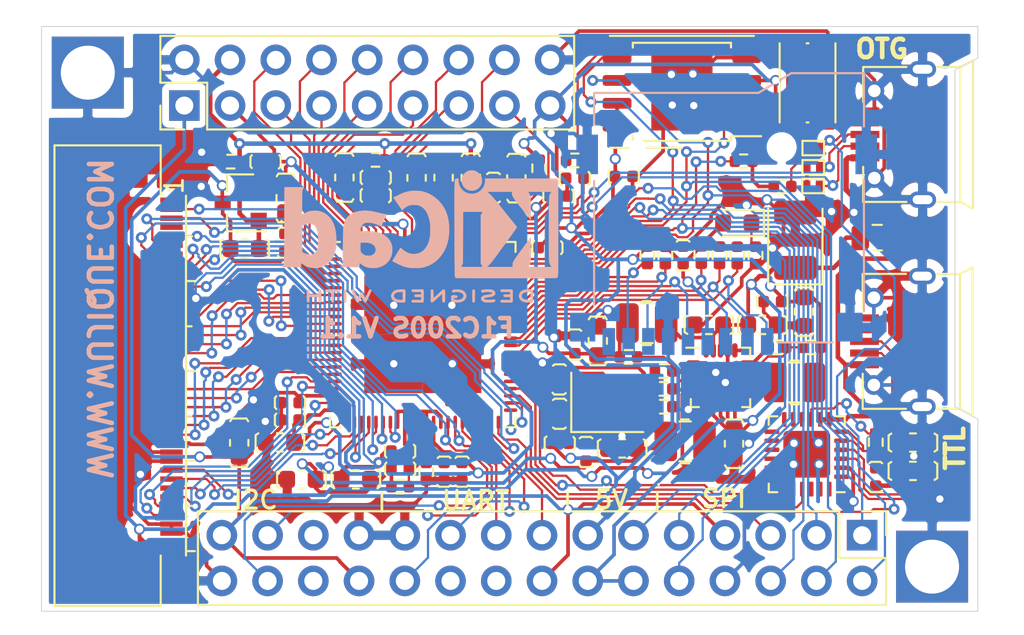
<source format=kicad_pcb>
(kicad_pcb (version 20171130) (host pcbnew "(5.1.5)-3")
  (title_block (title "F1C100S CORE") (rev V1.0) (company WUJIQUE))
  (layers (0 F.Cu signal) (31 B.Cu signal) (34 B.Paste user) (35 F.Paste user) (36 B.SilkS user) (37 F.SilkS user) (38 B.Mask user) (39 F.Mask user) (44 Edge.Cuts user))
  (net 0 "")
  (net 1 GND)
  (net 2 +3V3)
  (net 3 +1V2)
  (net 4 GNDA)
  (net 5 +2V5)
  (net 6 "Net-(C14-Pad1)")
  (net 7 "Net-(C16-Pad1)")
  (net 8 /CPU/SOCI)
  (net 9 /CPU/SOCO)
  (net 10 VDDA)
  (net 11 +5V)
  (net 12 /Misc/VBUS)
  (net 13 /CPU/VRA1)
  (net 14 /CPU/VRA2)
  (net 15 /CPU/TV_VCC)
  (net 16 /CPU/TV_VRP)
  (net 17 /CPU/TV_VRN)
  (net 18 "Net-(D1-Pad1)")
  (net 19 "Net-(J2-Pad2)")
  (net 20 "Net-(J2-Pad3)")
  (net 21 /CPU/PE12_TWI0_SDA)
  (net 22 /CPU/PE11_TWI0_SCK)
  (net 23 /CPU/PE8_UART2_RX_SPI1_MOSI)
  (net 24 /CPU/PE9_UART2_RTS_SPI1_CLK)
  (net 25 /CPU/PE10_UART2_CTS_SPI1_MISO)
  (net 26 /CPU/PE7_UART2_TX_SPI1_CS)
  (net 27 /CPU/SPI0_CS)
  (net 28 /CPU/PA3_UART1_TX_SPI1_MISO)
  (net 29 /CPU/PA2_UART1_RX_SPI1_CLK)
  (net 30 /CPU/PA1_UART1_CTS_SPI1_MOSI)
  (net 31 /CPU/PE5)
  (net 32 /CPU/SPI0_CLK)
  (net 33 /CPU/SPI0_MOSI)
  (net 34 /CPU/SPI0_MISO)
  (net 35 /CPU/PA0_UART1_RTS_SPI1_CS)
  (net 36 /CPU/USB_D+)
  (net 37 /CPU/USB_ID)
  (net 38 /CPU/USB_D-)
  (net 39 /CPU/TV_IN1)
  (net 40 /CPU/TV_IN0)
  (net 41 /CPU/LRADC0)
  (net 42 /CPU/TV_OUT)
  (net 43 /CPU/HP_COMFB)
  (net 44 /CPU/HP_L)
  (net 45 /CPU/HP_COM)
  (net 46 /CPU/HP_R)
  (net 47 /CPU/MICIN)
  (net 48 /CPU/LINL)
  (net 49 /CPU/FMINR)
  (net 50 /CPU/FMINL)
  (net 51 "Net-(L1-Pad2)")
  (net 52 "Net-(L2-Pad2)")
  (net 53 "Net-(L3-Pad2)")
  (net 54 "Net-(R6-Pad2)")
  (net 55 "Net-(R10-Pad1)")
  (net 56 "Net-(R11-Pad1)")
  (net 57 /CPU/SDIO_D1)
  (net 58 /CPU/SDIO_D0)
  (net 59 /CPU/SDIO_CMD)
  (net 60 /CPU/SDIO_D3)
  (net 61 /CPU/SDIO_D2)
  (net 62 "Net-(R18-Pad1)")
  (net 63 /CPU/SDIO_CLK)
  (net 64 /CPU/CPU_RXD)
  (net 65 /CPU/CPU_TXD)
  (net 66 /CPU/CTP_INT)
  (net 67 /CPU/CTP_RST)
  (net 68 /CPU/LCD_BL)
  (net 69 /CPU/LCD_VS)
  (net 70 /CPU/LCD_HS)
  (net 71 /CPU/LCD_DE)
  (net 72 /CPU/LCD_CLK)
  (net 73 /CPU/LCD_D23)
  (net 74 /CPU/LCD_D22)
  (net 75 /CPU/LCD_D21)
  (net 76 /CPU/LCD_D20)
  (net 77 /CPU/LCD_D19)
  (net 78 /CPU/LCD_D18)
  (net 79 /CPU/LCD_D15)
  (net 80 /CPU/LCD_D14)
  (net 81 /CPU/LCD_D13)
  (net 82 /CPU/LCD_D12)
  (net 83 /CPU/LCD_D11)
  (net 84 /CPU/LCD_D10)
  (net 85 /CPU/LCD_D7)
  (net 86 /CPU/LCD_D6)
  (net 87 /CPU/LCD_D5)
  (net 88 /CPU/LCD_D4)
  (net 89 /CPU/LCD_D3)
  (net 90 /CPU/LCD_D2)
  (net 91 /Misc/CP2104_RST)
  (module 0WJQ:L_1008_2520_WJQ (layer F.Cu) (at 173.6172 116.4844)
    (fp_text reference L3 hide)
    (fp_text value 06.0102_L2520_2.2uH)
    (pad 2 smd roundrect (at 1.075 0) (size 1.25 2.2) (layers F.Cu F.Paste F.Mask) (roundrect_rratio 0.2) (net 53 "Net-(L3-Pad2)"))
    (pad 1 smd roundrect (at -1.075 0) (size 1.25 2.2) (layers F.Cu F.Paste F.Mask) (roundrect_rratio 0.2) (net 3 +1V2))
  )
  (module 0WJQ:L_1008_2520_WJQ (layer F.Cu) (at 175.745 123.06)
    (fp_text reference L2 hide)
    (fp_text value 06.0102_L2520_2.2uH)
    (pad 2 smd roundrect (at 1.075 0) (size 1.25 2.2) (layers F.Cu F.Paste F.Mask) (roundrect_rratio 0.2) (net 52 "Net-(L2-Pad2)"))
    (pad 1 smd roundrect (at -1.075 0) (size 1.25 2.2) (layers F.Cu F.Paste F.Mask) (roundrect_rratio 0.2) (net 5 +2V5))
  )
  (module 0WJQ:L_1008_2520_WJQ (layer F.Cu) (at 181.8214 119.7864 180)
    (fp_text reference L1 hide)
    (fp_text value 06.0102_L2520_2.2uH)
    (pad 2 smd roundrect (at 1.075 0 180) (size 1.25 2.2) (layers F.Cu F.Paste F.Mask) (roundrect_rratio 0.2) (net 51 "Net-(L1-Pad2)"))
    (pad 1 smd roundrect (at -1.075 0 180) (size 1.25 2.2) (layers F.Cu F.Paste F.Mask) (roundrect_rratio 0.2) (net 2 +3V3))
  )
  (module 0WJQ:microSD_HRO_TF_01A (layer B.Cu) (at 178.054 110.0582)
    (fp_text reference J3 hide)
    (fp_text value 10.0001_Micro_SD_Card hide)
    (pad "" np_thru_hole circle (at 3.05 -3.35) (size 0.9 0.9) (drill 0.9) (layers *.Cu *.Mask))
    (pad "" np_thru_hole circle (at -4.95 -3.35) (size 0.9 0.9) (drill 0.9) (layers *.Cu *.Mask))
    (pad 9 smd rect (at -6.55 7.45) (size 0.7 1.5) (layers B.Cu B.Paste B.Mask))
    (pad 8 smd rect (at -5.45 7.45) (size 0.7 1.5) (layers B.Cu B.Paste B.Mask) (net 57 /CPU/SDIO_D1))
    (pad 1 smd rect (at 2.25 7.45) (size 0.7 1.5) (layers B.Cu B.Paste B.Mask) (net 61 /CPU/SDIO_D2))
    (pad 7 smd rect (at -4.35 7.45) (size 0.7 1.5) (layers B.Cu B.Paste B.Mask) (net 58 /CPU/SDIO_D0))
    (pad 6 smd rect (at -3.25 7.45) (size 0.7 1.5) (layers B.Cu B.Paste B.Mask) (net 1 GND))
    (pad 5 smd rect (at -2.15 7.45) (size 0.7 1.5) (layers B.Cu B.Paste B.Mask) (net 63 /CPU/SDIO_CLK))
    (pad 4 smd rect (at -1.05 7.45) (size 0.7 1.5) (layers B.Cu B.Paste B.Mask) (net 2 +3V3))
    (pad 3 smd rect (at -0.05 7.45) (size 0.7 1.5) (layers B.Cu B.Paste B.Mask) (net 59 /CPU/SDIO_CMD))
    (pad 2 smd rect (at 1.15 7.45) (size 0.7 1.5) (layers B.Cu B.Paste B.Mask) (net 60 /CPU/SDIO_D3))
    (pad 10 smd rect (at 6.85 6.65) (size 1.4 1.6) (layers B.Cu B.Paste B.Mask) (net 1 GND))
    (pad 10 smd rect (at -8 6.65) (size 1.4 1.6) (layers B.Cu B.Paste B.Mask) (net 1 GND))
    (pad 10 smd rect (at -7.75 -2.95) (size 1.2 2.2) (layers B.Cu B.Paste B.Mask) (net 1 GND))
    (pad 10 smd rect (at 7.75 -2.95) (size 1.2 2.2) (layers B.Cu B.Paste B.Mask) (net 1 GND))
  )
  (module 0WJQ:C_0402_WJQ (layer F.Cu) (at 158.56 109.39 180)
    (fp_text reference C38 hide)
    (fp_text value 03.0001_C0402_1uF)
    (pad 2 smd roundrect (at 0.485 0 180) (size 0.59 0.64) (layers F.Cu F.Paste F.Mask) (net 4 GNDA))
    (pad 1 smd roundrect (at -0.485 0 180) (size 0.59 0.64) (layers F.Cu F.Paste F.Mask) (net 13 /CPU/VRA1))
  )
  (module 0WJQ:R_0402_WJQ (layer F.Cu) (at 167.64 107.89 270)
    (fp_text reference R22 hide)
    (fp_text value 02.0001_R0402_0R_1%)
    (pad 2 smd roundrect (at 0.485 0 270) (size 0.59 0.64) (layers F.Cu F.Paste F.Mask) (net 15 /CPU/TV_VCC))
    (pad 1 smd roundrect (at -0.485 0 270) (size 0.59 0.64) (layers F.Cu F.Paste F.Mask) (net 2 +3V3))
  )
  (module 0WJQ:R_0402_WJQ (layer F.Cu) (at 158.56 107.41)
    (fp_text reference R21 hide)
    (fp_text value 02.0027_R0402_200K_1%)
    (pad 2 smd roundrect (at 0.485 0) (size 0.59 0.64) (layers F.Cu F.Paste F.Mask) (net 4 GNDA))
    (pad 1 smd roundrect (at -0.485 0) (size 0.59 0.64) (layers F.Cu F.Paste F.Mask) (net 14 /CPU/VRA2))
  )
  (module 0WJQ:R_0402_WJQ (layer F.Cu) (at 181.1552 108.8898)
    (fp_text reference R20 hide)
    (fp_text value 02.0008_R0402_10K_1%)
    (pad 2 smd roundrect (at 0.485 0) (size 0.59 0.64) (layers F.Cu F.Paste F.Mask) (net 37 /CPU/USB_ID))
    (pad 1 smd roundrect (at -0.485 0) (size 0.59 0.64) (layers F.Cu F.Paste F.Mask) (net 2 +3V3))
  )
  (module 0WJQ:R_0402_WJQ (layer F.Cu) (at 178.9962 107.4928)
    (fp_text reference R19 hide)
    (fp_text value 02.0008_R0402_10K_1%)
    (pad 2 smd roundrect (at 0.485 0) (size 0.59 0.64) (layers F.Cu F.Paste F.Mask) (net 2 +3V3))
    (pad 1 smd roundrect (at -0.485 0) (size 0.59 0.64) (layers F.Cu F.Paste F.Mask) (net 27 /CPU/SPI0_CS))
  )
  (module 0WJQ:R_0402_WJQ (layer F.Cu) (at 186.333 123.1104 270)
    (fp_text reference R18 hide)
    (fp_text value 02.0005_R0402_4K7_1%)
    (pad 2 smd roundrect (at 0.485 0 270) (size 0.59 0.64) (layers F.Cu F.Paste F.Mask) (net 91 /Misc/CP2104_RST))
    (pad 1 smd roundrect (at -0.485 0 270) (size 0.59 0.64) (layers F.Cu F.Paste F.Mask) (net 62 "Net-(R18-Pad1)"))
  )
  (module 0WJQ:R_0402_WJQ (layer F.Cu) (at 178.6382 112.7228 270)
    (fp_text reference R17 hide)
    (fp_text value 02.0014_R0402_47K_1%)
    (pad 2 smd roundrect (at 0.485 0 270) (size 0.59 0.64) (layers F.Cu F.Paste F.Mask) (net 61 /CPU/SDIO_D2))
    (pad 1 smd roundrect (at -0.485 0 270) (size 0.59 0.64) (layers F.Cu F.Paste F.Mask) (net 2 +3V3))
  )
  (module 0WJQ:R_0402_WJQ (layer F.Cu) (at 177.6536 112.7164 270)
    (fp_text reference R16 hide)
    (fp_text value 02.0014_R0402_47K_1%)
    (pad 2 smd roundrect (at 0.485 0 270) (size 0.59 0.64) (layers F.Cu F.Paste F.Mask) (net 60 /CPU/SDIO_D3))
    (pad 1 smd roundrect (at -0.485 0 270) (size 0.59 0.64) (layers F.Cu F.Paste F.Mask) (net 2 +3V3))
  )
  (module 0WJQ:R_0402_WJQ (layer F.Cu) (at 176.6436 112.7014 270)
    (fp_text reference R15 hide)
    (fp_text value 02.0014_R0402_47K_1%)
    (pad 2 smd roundrect (at 0.485 0 270) (size 0.59 0.64) (layers F.Cu F.Paste F.Mask) (net 59 /CPU/SDIO_CMD))
    (pad 1 smd roundrect (at -0.485 0 270) (size 0.59 0.64) (layers F.Cu F.Paste F.Mask) (net 2 +3V3))
  )
  (module 0WJQ:R_0402_WJQ (layer F.Cu) (at 174.6436 112.7264 270)
    (fp_text reference R14 hide)
    (fp_text value 02.0014_R0402_47K_1%)
    (pad 2 smd roundrect (at 0.485 0 270) (size 0.59 0.64) (layers F.Cu F.Paste F.Mask) (net 58 /CPU/SDIO_D0))
    (pad 1 smd roundrect (at -0.485 0 270) (size 0.59 0.64) (layers F.Cu F.Paste F.Mask) (net 2 +3V3))
  )
  (module 0WJQ:R_0402_WJQ (layer F.Cu) (at 173.6436 112.7164 270)
    (fp_text reference R13 hide)
    (fp_text value 02.0014_R0402_47K_1%)
    (pad 2 smd roundrect (at 0.485 0 270) (size 0.59 0.64) (layers F.Cu F.Paste F.Mask) (net 57 /CPU/SDIO_D1))
    (pad 1 smd roundrect (at -0.485 0 270) (size 0.59 0.64) (layers F.Cu F.Paste F.Mask) (net 2 +3V3))
  )
  (module 0WJQ:R_0402_WJQ (layer F.Cu) (at 172.5954 118.364 180)
    (fp_text reference R11 hide)
    (fp_text value 02.0023_R0402_150K_1%)
    (pad 2 smd roundrect (at 0.485 0 180) (size 0.59 0.64) (layers F.Cu F.Paste F.Mask) (net 3 +1V2))
    (pad 1 smd roundrect (at -0.485 0 180) (size 0.59 0.64) (layers F.Cu F.Paste F.Mask) (net 56 "Net-(R11-Pad1)"))
  )
  (module 0WJQ:R_0402_WJQ (layer F.Cu) (at 174.5512 121.1326 180)
    (fp_text reference R10 hide)
    (fp_text value 02.0024_R0402_470K_1%)
    (pad 2 smd roundrect (at 0.485 0 180) (size 0.59 0.64) (layers F.Cu F.Paste F.Mask) (net 5 +2V5))
    (pad 1 smd roundrect (at -0.485 0 180) (size 0.59 0.64) (layers F.Cu F.Paste F.Mask) (net 55 "Net-(R10-Pad1)"))
  )
  (module 0WJQ:R_0402_WJQ (layer F.Cu) (at 182.7808 117.8306)
    (fp_text reference R9 hide)
    (fp_text value 02.0025_R0402_680K_1%)
    (pad 2 smd roundrect (at 0.485 0) (size 0.59 0.64) (layers F.Cu F.Paste F.Mask) (net 2 +3V3))
    (pad 1 smd roundrect (at -0.485 0) (size 0.59 0.64) (layers F.Cu F.Paste F.Mask) (net 54 "Net-(R6-Pad2)"))
  )
  (module 0WJQ:R_0402_WJQ (layer F.Cu) (at 174.5488 119.1514)
    (fp_text reference R8 hide)
    (fp_text value 02.0023_R0402_150K_1%)
    (pad 2 smd roundrect (at 0.485 0) (size 0.59 0.64) (layers F.Cu F.Paste F.Mask) (net 56 "Net-(R11-Pad1)"))
    (pad 1 smd roundrect (at -0.485 0) (size 0.59 0.64) (layers F.Cu F.Paste F.Mask) (net 1 GND))
  )
  (module 0WJQ:R_0402_WJQ (layer F.Cu) (at 174.5488 120.142)
    (fp_text reference R7 hide)
    (fp_text value 02.0023_R0402_150K_1%)
    (pad 2 smd roundrect (at 0.485 0) (size 0.59 0.64) (layers F.Cu F.Paste F.Mask) (net 55 "Net-(R10-Pad1)"))
    (pad 1 smd roundrect (at -0.485 0) (size 0.59 0.64) (layers F.Cu F.Paste F.Mask) (net 1 GND))
  )
  (module 0WJQ:R_0402_WJQ (layer F.Cu) (at 180.871 117.8306)
    (fp_text reference R6 hide)
    (fp_text value 02.0023_R0402_150K_1%)
    (pad 2 smd roundrect (at 0.485 0) (size 0.59 0.64) (layers F.Cu F.Paste F.Mask) (net 54 "Net-(R6-Pad2)"))
    (pad 1 smd roundrect (at -0.485 0) (size 0.59 0.64) (layers F.Cu F.Paste F.Mask) (net 1 GND))
  )
  (module 0WJQ:R_0402_WJQ (layer F.Cu) (at 150.515 107.51)
    (fp_text reference R5 hide)
    (fp_text value 02.0001_R0402_0R_1%)
    (pad 2 smd roundrect (at 0.485 0) (size 0.59 0.64) (layers F.Cu F.Paste F.Mask) (net 4 GNDA))
    (pad 1 smd roundrect (at -0.485 0) (size 0.59 0.64) (layers F.Cu F.Paste F.Mask) (net 1 GND))
  )
  (module 0WJQ:R_0402_WJQ (layer F.Cu) (at 179.6542 112.7228 270)
    (fp_text reference R4 hide)
    (fp_text value 02.0003_R0402_1K_1%)
    (pad 2 smd roundrect (at 0.485 0 270) (size 0.59 0.64) (layers F.Cu F.Paste F.Mask) (net 1 GND))
    (pad 1 smd roundrect (at -0.485 0 270) (size 0.59 0.64) (layers F.Cu F.Paste F.Mask) (net 18 "Net-(D1-Pad1)"))
  )
  (module 0WJQ:R_0402_WJQ (layer F.Cu) (at 169.6188 107.442)
    (fp_text reference R3 hide)
    (fp_text value 02.0008_R0402_10K_1%)
    (pad 2 smd roundrect (at 0.485 0) (size 0.59 0.64) (layers F.Cu F.Paste F.Mask) (net 7 "Net-(C16-Pad1)"))
    (pad 1 smd roundrect (at -0.485 0) (size 0.59 0.64) (layers F.Cu F.Paste F.Mask) (net 2 +3V3))
  )
  (module 0WJQ:R_0402_WJQ (layer F.Cu) (at 161.3662 124.7418 90)
    (fp_text reference R2 hide)
    (fp_text value 02.0026_R0402_2K_1%)
    (pad 2 smd roundrect (at 0.485 0 90) (size 0.59 0.64) (layers F.Cu F.Paste F.Mask) (net 6 "Net-(C14-Pad1)"))
    (pad 1 smd roundrect (at -0.485 0 90) (size 0.59 0.64) (layers F.Cu F.Paste F.Mask) (net 1 GND))
  )
  (module 0WJQ:R_0402_WJQ (layer F.Cu) (at 159.916 125.5776 180)
    (fp_text reference R1 hide)
    (fp_text value 02.0026_R0402_2K_1%)
    (pad 2 smd roundrect (at 0.485 0 180) (size 0.59 0.64) (layers F.Cu F.Paste F.Mask) (net 5 +2V5))
    (pad 1 smd roundrect (at -0.485 0 180) (size 0.59 0.64) (layers F.Cu F.Paste F.Mask) (net 6 "Net-(C14-Pad1)"))
  )
  (module 0WJQ:C_0603_WJQ (layer F.Cu) (at 163.84 108.4025 270)
    (fp_text reference C45 hide)
    (fp_text value 03.4003_C0603_4.7uF)
    (pad 2 smd roundrect (at 0.7875 0 270) (size 0.875 0.95) (layers F.Cu F.Paste F.Mask) (net 17 /CPU/TV_VRN))
    (pad 1 smd roundrect (at -0.7875 0 270) (size 0.875 0.95) (layers F.Cu F.Paste F.Mask) (net 4 GNDA))
  )
  (module 0WJQ:C_0603_WJQ (layer F.Cu) (at 160.83 108.4125 270)
    (fp_text reference C43 hide)
    (fp_text value 03.4003_C0603_4.7uF)
    (pad 2 smd roundrect (at 0.7875 0 270) (size 0.875 0.95) (layers F.Cu F.Paste F.Mask) (net 16 /CPU/TV_VRP))
    (pad 1 smd roundrect (at -0.7875 0 270) (size 0.875 0.95) (layers F.Cu F.Paste F.Mask) (net 4 GNDA))
  )
  (module 0WJQ:C_0402_WJQ (layer F.Cu) (at 165.1 108.965 90)
    (fp_text reference C42 hide)
    (fp_text value 03.0009_C0402_100nF)
    (pad 2 smd roundrect (at 0.485 0 90) (size 0.59 0.64) (layers F.Cu F.Paste F.Mask) (net 4 GNDA))
    (pad 1 smd roundrect (at -0.485 0 90) (size 0.59 0.64) (layers F.Cu F.Paste F.Mask) (net 15 /CPU/TV_VCC))
  )
  (module 0WJQ:C_0603_WJQ (layer F.Cu) (at 166.37 108.4275 90)
    (fp_text reference C41 hide)
    (fp_text value 03.4004_C0603_10uF)
    (pad 2 smd roundrect (at 0.7875 0 90) (size 0.875 0.95) (layers F.Cu F.Paste F.Mask) (net 4 GNDA))
    (pad 1 smd roundrect (at -0.7875 0 90) (size 0.875 0.95) (layers F.Cu F.Paste F.Mask) (net 15 /CPU/TV_VCC))
  )
  (module 0WJQ:C_0402_WJQ (layer F.Cu) (at 158.56 108.4)
    (fp_text reference C40 hide)
    (fp_text value 03.0009_C0402_100nF)
    (pad 2 smd roundrect (at 0.485 0) (size 0.59 0.64) (layers F.Cu F.Paste F.Mask) (net 4 GNDA))
    (pad 1 smd roundrect (at -0.485 0) (size 0.59 0.64) (layers F.Cu F.Paste F.Mask) (net 14 /CPU/VRA2))
  )
  (module 0WJQ:C_0603_WJQ (layer F.Cu) (at 156.82 108.3925 90)
    (fp_text reference C39 hide)
    (fp_text value 03.4003_C0603_4.7uF)
    (pad 2 smd roundrect (at 0.7875 0 90) (size 0.875 0.95) (layers F.Cu F.Paste F.Mask) (net 4 GNDA))
    (pad 1 smd roundrect (at -0.7875 0 90) (size 0.875 0.95) (layers F.Cu F.Paste F.Mask) (net 14 /CPU/VRA2))
  )
  (module 0WJQ:C_0402_WJQ (layer F.Cu) (at 172.3366 108.331)
    (fp_text reference C37 hide)
    (fp_text value 03.0009_C0402_100nF)
    (pad 2 smd roundrect (at 0.485 0) (size 0.59 0.64) (layers F.Cu F.Paste F.Mask) (net 1 GND))
    (pad 1 smd roundrect (at -0.485 0) (size 0.59 0.64) (layers F.Cu F.Paste F.Mask) (net 2 +3V3))
  )
  (module 0WJQ:C_0402_WJQ (layer F.Cu) (at 175.6336 112.7164 90)
    (fp_text reference C36 hide)
    (fp_text value 03.0009_C0402_100nF)
    (pad 2 smd roundrect (at 0.485 0 90) (size 0.59 0.64) (layers F.Cu F.Paste F.Mask) (net 1 GND))
    (pad 1 smd roundrect (at -0.485 0 90) (size 0.59 0.64) (layers F.Cu F.Paste F.Mask) (net 2 +3V3))
  )
  (module 0WJQ:C_0402_WJQ (layer F.Cu) (at 186.333 125.0354 90)
    (fp_text reference C34 hide)
    (fp_text value 03.0009_C0402_100nF)
    (pad 2 smd roundrect (at 0.485 0 90) (size 0.59 0.64) (layers F.Cu F.Paste F.Mask) (net 91 /Misc/CP2104_RST))
    (pad 1 smd roundrect (at -0.485 0 90) (size 0.59 0.64) (layers F.Cu F.Paste F.Mask) (net 1 GND))
  )
  (module 0WJQ:C_0603_WJQ (layer F.Cu) (at 188.3955 124.7004 180)
    (fp_text reference C33 hide)
    (fp_text value 03.4002_C0603_2.2uF)
    (pad 2 smd roundrect (at 0.7875 0 180) (size 0.875 0.95) (layers F.Cu F.Paste F.Mask) (net 91 /Misc/CP2104_RST))
    (pad 1 smd roundrect (at -0.7875 0 180) (size 0.875 0.95) (layers F.Cu F.Paste F.Mask) (net 1 GND))
  )
  (module 0WJQ:C_0603_WJQ (layer F.Cu) (at 188.3955 123.1254 180)
    (fp_text reference C31 hide)
    (fp_text value 03.4001_C0603_1uF)
    (pad 2 smd roundrect (at 0.7875 0 180) (size 0.875 0.95) (layers F.Cu F.Paste F.Mask) (net 12 /Misc/VBUS))
    (pad 1 smd roundrect (at -0.7875 0 180) (size 0.875 0.95) (layers F.Cu F.Paste F.Mask) (net 1 GND))
  )
  (module 0WJQ:C_0603_WJQ (layer F.Cu) (at 178.4604 123.1901 270)
    (fp_text reference C29 hide)
    (fp_text value 03.4004_C0603_10uF)
    (pad 2 smd roundrect (at 0.7875 0 270) (size 0.875 0.95) (layers F.Cu F.Paste F.Mask) (net 1 GND))
    (pad 1 smd roundrect (at -0.7875 0 270) (size 0.875 0.95) (layers F.Cu F.Paste F.Mask) (net 11 +5V))
  )
  (module 0WJQ:C_0603_WJQ (layer F.Cu) (at 177.0635 116.586 180)
    (fp_text reference C28 hide)
    (fp_text value 03.4004_C0603_10uF)
    (pad 2 smd roundrect (at 0.7875 0 180) (size 0.875 0.95) (layers F.Cu F.Paste F.Mask) (net 1 GND))
    (pad 1 smd roundrect (at -0.7875 0 180) (size 0.875 0.95) (layers F.Cu F.Paste F.Mask) (net 11 +5V))
  )
  (module 0WJQ:C_0603_WJQ (layer F.Cu) (at 180.0352 116.586)
    (fp_text reference C27 hide)
    (fp_text value 03.4004_C0603_10uF)
    (pad 2 smd roundrect (at 0.7875 0) (size 0.875 0.95) (layers F.Cu F.Paste F.Mask) (net 1 GND))
    (pad 1 smd roundrect (at -0.7875 0) (size 0.875 0.95) (layers F.Cu F.Paste F.Mask) (net 11 +5V))
  )
  (module 0WJQ:C_0402_WJQ (layer F.Cu) (at 169.6212 117.6758 90)
    (fp_text reference C26 hide)
    (fp_text value 03.0009_C0402_100nF)
    (pad 2 smd roundrect (at 0.485 0 90) (size 0.59 0.64) (layers F.Cu F.Paste F.Mask) (net 1 GND))
    (pad 1 smd roundrect (at -0.485 0 90) (size 0.59 0.64) (layers F.Cu F.Paste F.Mask) (net 3 +1V2))
  )
  (module 0WJQ:C_0402_WJQ (layer F.Cu) (at 170.24 123.65 90)
    (fp_text reference C25 hide)
    (fp_text value 03.0009_C0402_100nF)
    (pad 2 smd roundrect (at 0.485 0 90) (size 0.59 0.64) (layers F.Cu F.Paste F.Mask) (net 1 GND))
    (pad 1 smd roundrect (at -0.485 0 90) (size 0.59 0.64) (layers F.Cu F.Paste F.Mask) (net 5 +2V5))
  )
  (module 0WJQ:C_0402_WJQ (layer F.Cu) (at 180.5916 115.2906 180)
    (fp_text reference C24 hide)
    (fp_text value 03.0009_C0402_100nF)
    (pad 2 smd roundrect (at 0.485 0 180) (size 0.59 0.64) (layers F.Cu F.Paste F.Mask) (net 1 GND))
    (pad 1 smd roundrect (at -0.485 0 180) (size 0.59 0.64) (layers F.Cu F.Paste F.Mask) (net 2 +3V3))
  )
  (module 0WJQ:C_0603_WJQ (layer F.Cu) (at 170.8912 117.4749 90)
    (fp_text reference C23 hide)
    (fp_text value 03.4004_C0603_10uF)
    (pad 2 smd roundrect (at 0.7875 0 90) (size 0.875 0.95) (layers F.Cu F.Paste F.Mask) (net 1 GND))
    (pad 1 smd roundrect (at -0.7875 0 90) (size 0.875 0.95) (layers F.Cu F.Paste F.Mask) (net 3 +1V2))
  )
  (module 0WJQ:C_0603_WJQ (layer F.Cu) (at 172.2475 123.45 180)
    (fp_text reference C22 hide)
    (fp_text value 03.4004_C0603_10uF)
    (pad 2 smd roundrect (at 0.7875 0 180) (size 0.875 0.95) (layers F.Cu F.Paste F.Mask) (net 1 GND))
    (pad 1 smd roundrect (at -0.7875 0 180) (size 0.875 0.95) (layers F.Cu F.Paste F.Mask) (net 5 +2V5))
  )
  (module 0WJQ:C_0603_WJQ (layer F.Cu) (at 182.3466 115.8494 270)
    (fp_text reference C21 hide)
    (fp_text value 03.4004_C0603_10uF)
    (pad 2 smd roundrect (at 0.7875 0 270) (size 0.875 0.95) (layers F.Cu F.Paste F.Mask) (net 1 GND))
    (pad 1 smd roundrect (at -0.7875 0 270) (size 0.875 0.95) (layers F.Cu F.Paste F.Mask) (net 2 +3V3))
  )
  (module 0WJQ:C_0402_WJQ (layer F.Cu) (at 152.44 107.51 180)
    (fp_text reference C20 hide)
    (fp_text value 03.0009_C0402_100nF)
    (pad 2 smd roundrect (at 0.485 0 180) (size 0.59 0.64) (layers F.Cu F.Paste F.Mask) (net 4 GNDA))
    (pad 1 smd roundrect (at -0.485 0 180) (size 0.59 0.64) (layers F.Cu F.Paste F.Mask) (net 10 VDDA))
  )
  (module 0WJQ:C_0603_WJQ (layer F.Cu) (at 153.56 109.5275 270)
    (fp_text reference C19 hide)
    (fp_text value 03.4004_C0603_10uF)
    (pad 2 smd roundrect (at 0.7875 0 270) (size 0.875 0.95) (layers F.Cu F.Paste F.Mask) (net 4 GNDA))
    (pad 1 smd roundrect (at -0.7875 0 270) (size 0.875 0.95) (layers F.Cu F.Paste F.Mask) (net 10 VDDA))
  )
  (module 0WJQ:C_0402_WJQ (layer F.Cu) (at 168.76 119.615 90)
    (fp_text reference C18 hide)
    (fp_text value 03.0003_C0402_10pF)
    (pad 2 smd roundrect (at 0.485 0 90) (size 0.59 0.64) (layers F.Cu F.Paste F.Mask) (net 1 GND))
    (pad 1 smd roundrect (at -0.485 0 90) (size 0.59 0.64) (layers F.Cu F.Paste F.Mask) (net 9 /CPU/SOCO))
  )
  (module 0WJQ:C_0402_WJQ (layer F.Cu) (at 168.76 121.525 270)
    (fp_text reference C17 hide)
    (fp_text value 03.0003_C0402_10pF)
    (pad 2 smd roundrect (at 0.485 0 270) (size 0.59 0.64) (layers F.Cu F.Paste F.Mask) (net 1 GND))
    (pad 1 smd roundrect (at -0.485 0 270) (size 0.59 0.64) (layers F.Cu F.Paste F.Mask) (net 8 /CPU/SOCI))
  )
  (module 0WJQ:C_0402_WJQ (layer F.Cu) (at 169.6188 108.4326 180)
    (fp_text reference C16 hide)
    (fp_text value 03.0001_C0402_1uF)
    (pad 2 smd roundrect (at 0.485 0 180) (size 0.59 0.64) (layers F.Cu F.Paste F.Mask) (net 1 GND))
    (pad 1 smd roundrect (at -0.485 0 180) (size 0.59 0.64) (layers F.Cu F.Paste F.Mask) (net 7 "Net-(C16-Pad1)"))
  )
  (module 0WJQ:C_0402_WJQ (layer F.Cu) (at 162.3568 124.7418 90)
    (fp_text reference C15 hide)
    (fp_text value 03.0009_C0402_100nF)
    (pad 2 smd roundrect (at 0.485 0 90) (size 0.59 0.64) (layers F.Cu F.Paste F.Mask) (net 6 "Net-(C14-Pad1)"))
    (pad 1 smd roundrect (at -0.485 0 90) (size 0.59 0.64) (layers F.Cu F.Paste F.Mask) (net 1 GND))
  )
  (module 0WJQ:C_0402_WJQ (layer F.Cu) (at 159.916 124.587 180)
    (fp_text reference C14 hide)
    (fp_text value 03.0009_C0402_100nF)
    (pad 2 smd roundrect (at 0.485 0 180) (size 0.59 0.64) (layers F.Cu F.Paste F.Mask) (net 5 +2V5))
    (pad 1 smd roundrect (at -0.485 0 180) (size 0.59 0.64) (layers F.Cu F.Paste F.Mask) (net 6 "Net-(C14-Pad1)"))
  )
  (module 0WJQ:C_0402_WJQ (layer F.Cu) (at 159.916 123.5964 180)
    (fp_text reference C13 hide)
    (fp_text value 03.0009_C0402_100nF)
    (pad 2 smd roundrect (at 0.485 0 180) (size 0.59 0.64) (layers F.Cu F.Paste F.Mask) (net 1 GND))
    (pad 1 smd roundrect (at -0.485 0 180) (size 0.59 0.64) (layers F.Cu F.Paste F.Mask) (net 5 +2V5))
  )
  (module 0WJQ:C_0603_WJQ (layer F.Cu) (at 154.4319 125.1712 180)
    (fp_text reference C12 hide)
    (fp_text value 03.4004_C0603_10uF)
    (pad 2 smd roundrect (at 0.7875 0 180) (size 0.875 0.95) (layers F.Cu F.Paste F.Mask) (net 1 GND))
    (pad 1 smd roundrect (at -0.7875 0 180) (size 0.875 0.95) (layers F.Cu F.Paste F.Mask) (net 5 +2V5))
  )
  (module 0WJQ:C_0603_WJQ (layer F.Cu) (at 157.4545 125.1712 180)
    (fp_text reference C11 hide)
    (fp_text value 03.4004_C0603_10uF)
    (pad 2 smd roundrect (at 0.7875 0 180) (size 0.875 0.95) (layers F.Cu F.Paste F.Mask) (net 1 GND))
    (pad 1 smd roundrect (at -0.7875 0 180) (size 0.875 0.95) (layers F.Cu F.Paste F.Mask) (net 5 +2V5))
  )
  (module 0WJQ:C_0402_WJQ (layer F.Cu) (at 168.7068 109.4232)
    (fp_text reference C10 hide)
    (fp_text value 03.0009_C0402_100nF)
    (pad 2 smd roundrect (at 0.485 0) (size 0.59 0.64) (layers F.Cu F.Paste F.Mask) (net 1 GND))
    (pad 1 smd roundrect (at -0.485 0) (size 0.59 0.64) (layers F.Cu F.Paste F.Mask) (net 3 +1V2))
  )
  (module 0WJQ:C_0402_WJQ (layer F.Cu) (at 168.7806 123.1646)
    (fp_text reference C9 hide)
    (fp_text value 03.0009_C0402_100nF)
    (pad 2 smd roundrect (at 0.485 0) (size 0.59 0.64) (layers F.Cu F.Paste F.Mask) (net 1 GND))
    (pad 1 smd roundrect (at -0.485 0) (size 0.59 0.64) (layers F.Cu F.Paste F.Mask) (net 2 +3V3))
  )
  (module 0WJQ:C_0402_WJQ (layer F.Cu) (at 153.5176 112.0164 90)
    (fp_text reference C8 hide)
    (fp_text value 03.0009_C0402_100nF)
    (pad 2 smd roundrect (at 0.485 0 90) (size 0.59 0.64) (layers F.Cu F.Paste F.Mask) (net 4 GNDA))
    (pad 1 smd roundrect (at -0.485 0 90) (size 0.59 0.64) (layers F.Cu F.Paste F.Mask) (net 2 +3V3))
  )
  (module 0WJQ:C_0402_WJQ (layer F.Cu) (at 163.3474 124.7394 270)
    (fp_text reference C7 hide)
    (fp_text value 03.0009_C0402_100nF)
    (pad 2 smd roundrect (at 0.485 0 270) (size 0.59 0.64) (layers F.Cu F.Paste F.Mask) (net 1 GND))
    (pad 1 smd roundrect (at -0.485 0 270) (size 0.59 0.64) (layers F.Cu F.Paste F.Mask) (net 3 +1V2))
  )
  (module 0WJQ:C_0402_WJQ (layer F.Cu) (at 153.797 120.904 180)
    (fp_text reference C6 hide)
    (fp_text value 03.0009_C0402_100nF)
    (pad 2 smd roundrect (at 0.485 0 180) (size 0.59 0.64) (layers F.Cu F.Paste F.Mask) (net 1 GND))
    (pad 1 smd roundrect (at -0.485 0 180) (size 0.59 0.64) (layers F.Cu F.Paste F.Mask) (net 2 +3V3))
  )
  (module 0WJQ:C_0603_WJQ (layer F.Cu) (at 151.2825 112.3442)
    (fp_text reference C5 hide)
    (fp_text value 03.4004_C0603_10uF)
    (pad 2 smd roundrect (at 0.7875 0) (size 0.875 0.95) (layers F.Cu F.Paste F.Mask) (net 4 GNDA))
    (pad 1 smd roundrect (at -0.7875 0) (size 0.875 0.95) (layers F.Cu F.Paste F.Mask) (net 2 +3V3))
  )
  (module 0WJQ:C_0402_WJQ (layer F.Cu) (at 153.797 121.8692 180)
    (fp_text reference C4 hide)
    (fp_text value 03.0009_C0402_100nF)
    (pad 2 smd roundrect (at 0.485 0 180) (size 0.59 0.64) (layers F.Cu F.Paste F.Mask) (net 1 GND))
    (pad 1 smd roundrect (at -0.485 0 180) (size 0.59 0.64) (layers F.Cu F.Paste F.Mask) (net 3 +1V2))
  )
  (module 0WJQ:C_0402_WJQ (layer F.Cu) (at 168.0948 112.2934)
    (fp_text reference C3 hide)
    (fp_text value 03.0009_C0402_100nF)
    (pad 2 smd roundrect (at 0.485 0) (size 0.59 0.64) (layers F.Cu F.Paste F.Mask) (net 1 GND))
    (pad 1 smd roundrect (at -0.485 0) (size 0.59 0.64) (layers F.Cu F.Paste F.Mask) (net 2 +3V3))
  )
  (module 0WJQ:C_0603_WJQ (layer F.Cu) (at 153.2381 123.1138 180)
    (fp_text reference C2 hide)
    (fp_text value 03.4004_C0603_10uF)
    (pad 2 smd roundrect (at 0.7875 0 180) (size 0.875 0.95) (layers F.Cu F.Paste F.Mask) (net 1 GND))
    (pad 1 smd roundrect (at -0.7875 0 180) (size 0.875 0.95) (layers F.Cu F.Paste F.Mask) (net 3 +1V2))
  )
  (module 0WJQ:C_0603_WJQ (layer F.Cu) (at 150.9776 123.1393 90)
    (fp_text reference C1 hide)
    (fp_text value 03.4004_C0603_10uF)
    (pad 2 smd roundrect (at 0.7875 0 90) (size 0.875 0.95) (layers F.Cu F.Paste F.Mask) (net 1 GND))
    (pad 1 smd roundrect (at -0.7875 0 90) (size 0.875 0.95) (layers F.Cu F.Paste F.Mask) (net 2 +3V3))
  )
  (module Symbol:KiCad-Logo2_6mm_SilkScreen (layer B.Cu) (at 161.036 110.9726 180)
    (fp_text reference LOGO1 hide)
    (fp_text value Logo_Open_Hardware_Small hide)
  )
  (module 0WJQ:MP_HOLE_L4_M3 (layer F.Cu) (at 189.4586 130.0226)
    (fp_text reference H2 hide)
    (fp_text value MountingHole_Pad_M3 hide)
    (pad 1 thru_hole rect (at 0 0) (size 4 4) (drill 3) (layers *.Cu *.Mask) (net 1 GND))
  )
  (module 0WJQ:MP_HOLE_L4_M3 (layer F.Cu) (at 142.5702 102.5652)
    (fp_text reference H1 hide)
    (fp_text value MountingHole_Pad_M3 hide)
    (pad 1 thru_hole rect (at 0 0) (size 4 4) (drill 3) (layers *.Cu *.Mask) (net 1 GND))
  )
  (module Connector_PinHeader_2.54mm:PinHeader_2x09_P2.54mm_Vertical (layer F.Cu) (at 147.9296 104.394 90)
    (fp_text reference J6 hide)
    (fp_text value 10.0202_PH2X9_2D54_V hide)
    (pad 1 thru_hole rect (at 0 0 90) (size 1.7 1.7) (drill 1) (layers *.Cu *.Mask) (net 11 +5V))
    (pad 2 thru_hole oval (at 2.54 0 90) (size 1.7 1.7) (drill 1) (layers *.Cu *.Mask) (net 1 GND))
    (pad 3 thru_hole oval (at 0 2.54 90) (size 1.7 1.7) (drill 1) (layers *.Cu *.Mask) (net 10 VDDA))
    (pad 4 thru_hole oval (at 2.54 2.54 90) (size 1.7 1.7) (drill 1) (layers *.Cu *.Mask) (net 4 GNDA))
    (pad 5 thru_hole oval (at 0 5.08 90) (size 1.7 1.7) (drill 1) (layers *.Cu *.Mask) (net 43 /CPU/HP_COMFB))
    (pad 6 thru_hole oval (at 2.54 5.08 90) (size 1.7 1.7) (drill 1) (layers *.Cu *.Mask) (net 45 /CPU/HP_COM))
    (pad 7 thru_hole oval (at 0 7.62 90) (size 1.7 1.7) (drill 1) (layers *.Cu *.Mask) (net 46 /CPU/HP_R))
    (pad 8 thru_hole oval (at 2.54 7.62 90) (size 1.7 1.7) (drill 1) (layers *.Cu *.Mask) (net 44 /CPU/HP_L))
    (pad 9 thru_hole oval (at 0 10.16 90) (size 1.7 1.7) (drill 1) (layers *.Cu *.Mask) (net 48 /CPU/LINL))
    (pad 10 thru_hole oval (at 2.54 10.16 90) (size 1.7 1.7) (drill 1) (layers *.Cu *.Mask) (net 47 /CPU/MICIN))
    (pad 11 thru_hole oval (at 0 12.7 90) (size 1.7 1.7) (drill 1) (layers *.Cu *.Mask) (net 50 /CPU/FMINL))
    (pad 12 thru_hole oval (at 2.54 12.7 90) (size 1.7 1.7) (drill 1) (layers *.Cu *.Mask) (net 49 /CPU/FMINR))
    (pad 13 thru_hole oval (at 0 15.24 90) (size 1.7 1.7) (drill 1) (layers *.Cu *.Mask) (net 40 /CPU/TV_IN0))
    (pad 14 thru_hole oval (at 2.54 15.24 90) (size 1.7 1.7) (drill 1) (layers *.Cu *.Mask) (net 41 /CPU/LRADC0))
    (pad 15 thru_hole oval (at 0 17.78 90) (size 1.7 1.7) (drill 1) (layers *.Cu *.Mask) (net 42 /CPU/TV_OUT))
    (pad 16 thru_hole oval (at 2.54 17.78 90) (size 1.7 1.7) (drill 1) (layers *.Cu *.Mask) (net 39 /CPU/TV_IN1))
    (pad 17 thru_hole oval (at 0 20.32 90) (size 1.7 1.7) (drill 1) (layers *.Cu *.Mask) (net 2 +3V3))
    (pad 18 thru_hole oval (at 2.54 20.32 90) (size 1.7 1.7) (drill 1) (layers *.Cu *.Mask) (net 1 GND))
  )
  (module 0WJQ:QFN-88_EP_10x10_Pitch0.4mm (layer F.Cu) (at 161.175 117.125)
    (fp_text reference U1 hide)
    (fp_text value 08.0001_F1C200S hide)
    (pad 1 smd oval (at -4.875 -4.2 90) (size 0.2 0.75) (layers F.Cu F.Paste F.Mask) (net 44 /CPU/HP_L))
    (pad 2 smd oval (at -4.875 -3.8 90) (size 0.2 0.75) (layers F.Cu F.Paste F.Mask) (net 43 /CPU/HP_COMFB))
    (pad 3 smd oval (at -4.875 -3.4 90) (size 0.2 0.75) (layers F.Cu F.Paste F.Mask) (net 45 /CPU/HP_COM))
    (pad 4 smd oval (at -4.875 -3 90) (size 0.2 0.75) (layers F.Cu F.Paste F.Mask) (net 2 +3V3))
    (pad 5 smd oval (at -4.875 -2.6 90) (size 0.2 0.75) (layers F.Cu F.Paste F.Mask) (net 2 +3V3))
    (pad 6 smd oval (at -4.875 -2.2 90) (size 0.2 0.75) (layers F.Cu F.Paste F.Mask) (net 90 /CPU/LCD_D2))
    (pad 7 smd oval (at -4.875 -1.8 90) (size 0.2 0.75) (layers F.Cu F.Paste F.Mask) (net 89 /CPU/LCD_D3))
    (pad 8 smd oval (at -4.875 -1.4 90) (size 0.2 0.75) (layers F.Cu F.Paste F.Mask) (net 88 /CPU/LCD_D4))
    (pad 9 smd oval (at -4.875 -1 90) (size 0.2 0.75) (layers F.Cu F.Paste F.Mask) (net 87 /CPU/LCD_D5))
    (pad 10 smd oval (at -4.875 -0.6 90) (size 0.2 0.75) (layers F.Cu F.Paste F.Mask) (net 86 /CPU/LCD_D6))
    (pad 11 smd oval (at -4.875 -0.2 90) (size 0.2 0.75) (layers F.Cu F.Paste F.Mask) (net 85 /CPU/LCD_D7))
    (pad 12 smd oval (at -4.875 0.2 90) (size 0.2 0.75) (layers F.Cu F.Paste F.Mask) (net 84 /CPU/LCD_D10))
    (pad 13 smd oval (at -4.875 0.6 90) (size 0.2 0.75) (layers F.Cu F.Paste F.Mask) (net 83 /CPU/LCD_D11))
    (pad 14 smd oval (at -4.875 1 90) (size 0.2 0.75) (layers F.Cu F.Paste F.Mask) (net 82 /CPU/LCD_D12))
    (pad 15 smd oval (at -4.875 1.4 90) (size 0.2 0.75) (layers F.Cu F.Paste F.Mask) (net 81 /CPU/LCD_D13))
    (pad 16 smd oval (at -4.875 1.8 90) (size 0.2 0.75) (layers F.Cu F.Paste F.Mask) (net 80 /CPU/LCD_D14))
    (pad 17 smd oval (at -4.875 2.2 90) (size 0.2 0.75) (layers F.Cu F.Paste F.Mask) (net 79 /CPU/LCD_D15))
    (pad 18 smd oval (at -4.875 2.6 90) (size 0.2 0.75) (layers F.Cu F.Paste F.Mask) (net 78 /CPU/LCD_D18))
    (pad 19 smd oval (at -4.875 3 90) (size 0.2 0.75) (layers F.Cu F.Paste F.Mask) (net 77 /CPU/LCD_D19))
    (pad 20 smd oval (at -4.875 3.4 90) (size 0.2 0.75) (layers F.Cu F.Paste F.Mask) (net 2 +3V3))
    (pad 21 smd oval (at -4.875 3.8 90) (size 0.2 0.75) (layers F.Cu F.Paste F.Mask) (net 76 /CPU/LCD_D20))
    (pad 22 smd oval (at -4.875 4.2 90) (size 0.2 0.75) (layers F.Cu F.Paste F.Mask) (net 3 +1V2))
    (pad 23 smd oval (at -4.2 4.875) (size 0.2 0.75) (layers F.Cu F.Paste F.Mask) (net 75 /CPU/LCD_D21))
    (pad 24 smd oval (at -3.8 4.875) (size 0.2 0.75) (layers F.Cu F.Paste F.Mask) (net 74 /CPU/LCD_D22))
    (pad 25 smd oval (at -3.4 4.875) (size 0.2 0.75) (layers F.Cu F.Paste F.Mask) (net 73 /CPU/LCD_D23))
    (pad 26 smd oval (at -3 4.875) (size 0.2 0.75) (layers F.Cu F.Paste F.Mask) (net 72 /CPU/LCD_CLK))
    (pad 27 smd oval (at -2.6 4.875) (size 0.2 0.75) (layers F.Cu F.Paste F.Mask) (net 71 /CPU/LCD_DE))
    (pad 28 smd oval (at -2.2 4.875) (size 0.2 0.75) (layers F.Cu F.Paste F.Mask) (net 70 /CPU/LCD_HS))
    (pad 29 smd oval (at -1.8 4.875) (size 0.2 0.75) (layers F.Cu F.Paste F.Mask) (net 69 /CPU/LCD_VS))
    (pad 30 smd oval (at -1.4 4.875) (size 0.2 0.75) (layers F.Cu F.Paste F.Mask) (net 5 +2V5))
    (pad 31 smd oval (at -1 4.875) (size 0.2 0.75) (layers F.Cu F.Paste F.Mask) (net 5 +2V5))
    (pad 32 smd oval (at -0.6 4.875) (size 0.2 0.75) (layers F.Cu F.Paste F.Mask) (net 5 +2V5))
    (pad 33 smd oval (at -0.2 4.875) (size 0.2 0.75) (layers F.Cu F.Paste F.Mask) (net 6 "Net-(C14-Pad1)"))
    (pad 34 smd oval (at 0.2 4.875) (size 0.2 0.75) (layers F.Cu F.Paste F.Mask) (net 5 +2V5))
    (pad 35 smd oval (at 0.6 4.875) (size 0.2 0.75) (layers F.Cu F.Paste F.Mask) (net 3 +1V2))
    (pad 36 smd oval (at 1 4.875) (size 0.2 0.75) (layers F.Cu F.Paste F.Mask) (net 5 +2V5))
    (pad 37 smd oval (at 1.4 4.875) (size 0.2 0.75) (layers F.Cu F.Paste F.Mask) (net 21 /CPU/PE12_TWI0_SDA))
    (pad 38 smd oval (at 1.8 4.875) (size 0.2 0.75) (layers F.Cu F.Paste F.Mask) (net 22 /CPU/PE11_TWI0_SCK))
    (pad 39 smd oval (at 2.2 4.875) (size 0.2 0.75) (layers F.Cu F.Paste F.Mask) (net 25 /CPU/PE10_UART2_CTS_SPI1_MISO))
    (pad 40 smd oval (at 2.6 4.875) (size 0.2 0.75) (layers F.Cu F.Paste F.Mask) (net 24 /CPU/PE9_UART2_RTS_SPI1_CLK))
    (pad 41 smd oval (at 3 4.875) (size 0.2 0.75) (layers F.Cu F.Paste F.Mask) (net 23 /CPU/PE8_UART2_RX_SPI1_MOSI))
    (pad 42 smd oval (at 3.4 4.875) (size 0.2 0.75) (layers F.Cu F.Paste F.Mask) (net 26 /CPU/PE7_UART2_TX_SPI1_CS))
    (pad 43 smd oval (at 3.8 4.875) (size 0.2 0.75) (layers F.Cu F.Paste F.Mask) (net 68 /CPU/LCD_BL))
    (pad 44 smd oval (at 4.2 4.875) (size 0.2 0.75) (layers F.Cu F.Paste F.Mask) (net 31 /CPU/PE5))
    (pad 45 smd oval (at 4.875 4.2 90) (size 0.2 0.75) (layers F.Cu F.Paste F.Mask) (net 67 /CPU/CTP_RST))
    (pad 46 smd oval (at 4.875 3.8 90) (size 0.2 0.75) (layers F.Cu F.Paste F.Mask) (net 66 /CPU/CTP_INT))
    (pad 47 smd oval (at 4.875 3.4 90) (size 0.2 0.75) (layers F.Cu F.Paste F.Mask) (net 37 /CPU/USB_ID))
    (pad 48 smd oval (at 4.875 3 90) (size 0.2 0.75) (layers F.Cu F.Paste F.Mask) (net 65 /CPU/CPU_TXD))
    (pad 49 smd oval (at 4.875 2.6 90) (size 0.2 0.75) (layers F.Cu F.Paste F.Mask) (net 64 /CPU/CPU_RXD))
    (pad 50 smd oval (at 4.875 2.2 90) (size 0.2 0.75) (layers F.Cu F.Paste F.Mask) (net 2 +3V3))
    (pad 51 smd oval (at 4.875 1.8 90) (size 0.2 0.75) (layers F.Cu F.Paste F.Mask) (net 8 /CPU/SOCI))
    (pad 52 smd oval (at 4.875 1.4 90) (size 0.2 0.75) (layers F.Cu F.Paste F.Mask) (net 9 /CPU/SOCO))
    (pad 53 smd oval (at 4.875 1 90) (size 0.2 0.75) (layers F.Cu F.Paste F.Mask) (net 61 /CPU/SDIO_D2))
    (pad 54 smd oval (at 4.875 0.6 90) (size 0.2 0.75) (layers F.Cu F.Paste F.Mask) (net 60 /CPU/SDIO_D3))
    (pad 55 smd oval (at 4.875 0.2 90) (size 0.2 0.75) (layers F.Cu F.Paste F.Mask) (net 59 /CPU/SDIO_CMD))
    (pad 56 smd oval (at 4.875 -0.2 90) (size 0.2 0.75) (layers F.Cu F.Paste F.Mask) (net 63 /CPU/SDIO_CLK))
    (pad 57 smd oval (at 4.875 -0.6 90) (size 0.2 0.75) (layers F.Cu F.Paste F.Mask) (net 58 /CPU/SDIO_D0))
    (pad 58 smd oval (at 4.875 -1 90) (size 0.2 0.75) (layers F.Cu F.Paste F.Mask) (net 57 /CPU/SDIO_D1))
    (pad 59 smd oval (at 4.875 -1.4 90) (size 0.2 0.75) (layers F.Cu F.Paste F.Mask) (net 32 /CPU/SPI0_CLK))
    (pad 60 smd oval (at 4.875 -1.8 90) (size 0.2 0.75) (layers F.Cu F.Paste F.Mask) (net 27 /CPU/SPI0_CS))
    (pad 61 smd oval (at 4.875 -2.2 90) (size 0.2 0.75) (layers F.Cu F.Paste F.Mask) (net 34 /CPU/SPI0_MISO))
    (pad 62 smd oval (at 4.875 -2.6 90) (size 0.2 0.75) (layers F.Cu F.Paste F.Mask) (net 33 /CPU/SPI0_MOSI))
    (pad 63 smd oval (at 4.875 -3 90) (size 0.2 0.75) (layers F.Cu F.Paste F.Mask) (net 28 /CPU/PA3_UART1_TX_SPI1_MISO))
    (pad 64 smd oval (at 4.875 -3.4 90) (size 0.2 0.75) (layers F.Cu F.Paste F.Mask) (net 29 /CPU/PA2_UART1_RX_SPI1_CLK))
    (pad 65 smd oval (at 4.875 -3.8 90) (size 0.2 0.75) (layers F.Cu F.Paste F.Mask) (net 30 /CPU/PA1_UART1_CTS_SPI1_MOSI))
    (pad 66 smd oval (at 4.875 -4.2 90) (size 0.2 0.75) (layers F.Cu F.Paste F.Mask) (net 35 /CPU/PA0_UART1_RTS_SPI1_CS))
    (pad 67 smd oval (at 4.2 -4.875) (size 0.2 0.75) (layers F.Cu F.Paste F.Mask) (net 2 +3V3))
    (pad 68 smd oval (at 3.8 -4.875) (size 0.2 0.75) (layers F.Cu F.Paste F.Mask) (net 38 /CPU/USB_D-))
    (pad 69 smd oval (at 3.4 -4.875) (size 0.2 0.75) (layers F.Cu F.Paste F.Mask) (net 36 /CPU/USB_D+))
    (pad 70 smd oval (at 3 -4.875) (size 0.2 0.75) (layers F.Cu F.Paste F.Mask) (net 7 "Net-(C16-Pad1)"))
    (pad 71 smd oval (at 2.6 -4.875) (size 0.2 0.75) (layers F.Cu F.Paste F.Mask) (net 3 +1V2))
    (pad 72 smd oval (at 2.2 -4.875) (size 0.2 0.75) (layers F.Cu F.Paste F.Mask) (net 42 /CPU/TV_OUT))
    (pad 73 smd oval (at 1.8 -4.875) (size 0.2 0.75) (layers F.Cu F.Paste F.Mask) (net 15 /CPU/TV_VCC))
    (pad 74 smd oval (at 1.4 -4.875) (size 0.2 0.75) (layers F.Cu F.Paste F.Mask) (net 4 GNDA))
    (pad 75 smd oval (at 1 -4.875) (size 0.2 0.75) (layers F.Cu F.Paste F.Mask) (net 17 /CPU/TV_VRN))
    (pad 76 smd oval (at 0.6 -4.875) (size 0.2 0.75) (layers F.Cu F.Paste F.Mask) (net 16 /CPU/TV_VRP))
    (pad 77 smd oval (at 0.2 -4.875) (size 0.2 0.75) (layers F.Cu F.Paste F.Mask) (net 39 /CPU/TV_IN1))
    (pad 78 smd oval (at -0.2 -4.875) (size 0.2 0.75) (layers F.Cu F.Paste F.Mask) (net 40 /CPU/TV_IN0))
    (pad 79 smd oval (at -0.6 -4.875) (size 0.2 0.75) (layers F.Cu F.Paste F.Mask) (net 41 /CPU/LRADC0))
    (pad 80 smd oval (at -1 -4.875) (size 0.2 0.75) (layers F.Cu F.Paste F.Mask) (net 10 VDDA))
    (pad 81 smd oval (at -1.4 -4.875) (size 0.2 0.75) (layers F.Cu F.Paste F.Mask) (net 13 /CPU/VRA1))
    (pad 82 smd oval (at -1.8 -4.875) (size 0.2 0.75) (layers F.Cu F.Paste F.Mask) (net 4 GNDA))
    (pad 83 smd oval (at -2.2 -4.875) (size 0.2 0.75) (layers F.Cu F.Paste F.Mask) (net 14 /CPU/VRA2))
    (pad 84 smd oval (at -2.6 -4.875) (size 0.2 0.75) (layers F.Cu F.Paste F.Mask) (net 50 /CPU/FMINL))
    (pad 85 smd oval (at -3 -4.875) (size 0.2 0.75) (layers F.Cu F.Paste F.Mask) (net 49 /CPU/FMINR))
    (pad 86 smd oval (at -3.4 -4.875) (size 0.2 0.75) (layers F.Cu F.Paste F.Mask) (net 48 /CPU/LINL))
    (pad 87 smd oval (at -3.8 -4.875) (size 0.2 0.75) (layers F.Cu F.Paste F.Mask) (net 47 /CPU/MICIN))
    (pad 88 smd oval (at -4.2 -4.875) (size 0.2 0.75) (layers F.Cu F.Paste F.Mask) (net 46 /CPU/HP_R))
    (pad 89 smd rect (at -1.625 -1.625) (size 3.25 3.25) (layers F.Cu F.Paste F.Mask) (net 1 GND))
    (pad 89 smd rect (at -1.625 1.625) (size 3.25 3.25) (layers F.Cu F.Paste F.Mask) (net 1 GND))
    (pad 89 smd rect (at 1.625 -1.625) (size 3.25 3.25) (layers F.Cu F.Paste F.Mask) (net 1 GND))
    (pad 89 smd rect (at 1.625 1.625) (size 3.25 3.25) (layers F.Cu F.Paste F.Mask) (net 1 GND))
  )
  (module 0WJQ:SW_Push_Button__A03-08 (layer F.Cu) (at 182.5424 103.1338 90)
    (fp_text reference SW1 hide)
    (fp_text value 11.0101_SW-A03-08 hide)
    (pad 1 smd rect (at -2.2 -1.125 90) (size 0.8 0.7) (layers F.Cu F.Paste F.Mask) (net 7 "Net-(C16-Pad1)"))
    (pad 2 smd rect (at -2.2 1.125 90) (size 0.8 0.7) (layers F.Cu F.Paste F.Mask) (net 1 GND))
    (pad 1 smd rect (at 2.2 -1.125 90) (size 0.8 0.7) (layers F.Cu F.Paste F.Mask) (net 7 "Net-(C16-Pad1)"))
    (pad 2 smd rect (at 2.2 1.125 90) (size 0.8 0.7) (layers F.Cu F.Paste F.Mask) (net 1 GND))
  )
  (module Connector_PinHeader_2.54mm:PinHeader_2x15_P2.54mm_Vertical (layer F.Cu) (at 185.575 128.275 270)
    (fp_text reference J4 hide)
    (fp_text value 10.0201_PH2X15_2D54_V hide)
    (pad 1 thru_hole rect (at 0 0 270) (size 1.7 1.7) (drill 1) (layers *.Cu *.Mask) (net 35 /CPU/PA0_UART1_RTS_SPI1_CS))
    (pad 2 thru_hole oval (at 2.54 0 270) (size 1.7 1.7) (drill 1) (layers *.Cu *.Mask) (net 34 /CPU/SPI0_MISO))
    (pad 3 thru_hole oval (at 0 2.54 270) (size 1.7 1.7) (drill 1) (layers *.Cu *.Mask) (net 33 /CPU/SPI0_MOSI))
    (pad 4 thru_hole oval (at 2.54 2.54 270) (size 1.7 1.7) (drill 1) (layers *.Cu *.Mask) (net 32 /CPU/SPI0_CLK))
    (pad 5 thru_hole oval (at 0 5.08 270) (size 1.7 1.7) (drill 1) (layers *.Cu *.Mask) (net 31 /CPU/PE5))
    (pad 6 thru_hole oval (at 2.54 5.08 270) (size 1.7 1.7) (drill 1) (layers *.Cu *.Mask) (net 30 /CPU/PA1_UART1_CTS_SPI1_MOSI))
    (pad 7 thru_hole oval (at 0 7.62 270) (size 1.7 1.7) (drill 1) (layers *.Cu *.Mask) (net 2 +3V3))
    (pad 8 thru_hole oval (at 2.54 7.62 270) (size 1.7 1.7) (drill 1) (layers *.Cu *.Mask) (net 1 GND))
    (pad 9 thru_hole oval (at 0 10.16 270) (size 1.7 1.7) (drill 1) (layers *.Cu *.Mask) (net 29 /CPU/PA2_UART1_RX_SPI1_CLK))
    (pad 10 thru_hole oval (at 2.54 10.16 270) (size 1.7 1.7) (drill 1) (layers *.Cu *.Mask) (net 28 /CPU/PA3_UART1_TX_SPI1_MISO))
    (pad 11 thru_hole oval (at 0 12.7 270) (size 1.7 1.7) (drill 1) (layers *.Cu *.Mask) (net 27 /CPU/SPI0_CS))
    (pad 12 thru_hole oval (at 2.54 12.7 270) (size 1.7 1.7) (drill 1) (layers *.Cu *.Mask) (net 11 +5V))
    (pad 13 thru_hole oval (at 0 15.24 270) (size 1.7 1.7) (drill 1) (layers *.Cu *.Mask) (net 1 GND))
    (pad 14 thru_hole oval (at 2.54 15.24 270) (size 1.7 1.7) (drill 1) (layers *.Cu *.Mask) (net 11 +5V))
    (pad 15 thru_hole oval (at 0 17.78 270) (size 1.7 1.7) (drill 1) (layers *.Cu *.Mask) (net 26 /CPU/PE7_UART2_TX_SPI1_CS))
    (pad 16 thru_hole oval (at 2.54 17.78 270) (size 1.7 1.7) (drill 1) (layers *.Cu *.Mask) (net 2 +3V3))
    (pad 17 thru_hole oval (at 0 20.32 270) (size 1.7 1.7) (drill 1) (layers *.Cu *.Mask) (net 25 /CPU/PE10_UART2_CTS_SPI1_MISO))
    (pad 18 thru_hole oval (at 2.54 20.32 270) (size 1.7 1.7) (drill 1) (layers *.Cu *.Mask))
    (pad 19 thru_hole oval (at 0 22.86 270) (size 1.7 1.7) (drill 1) (layers *.Cu *.Mask) (net 24 /CPU/PE9_UART2_RTS_SPI1_CLK))
    (pad 20 thru_hole oval (at 2.54 22.86 270) (size 1.7 1.7) (drill 1) (layers *.Cu *.Mask))
    (pad 21 thru_hole oval (at 0 25.4 270) (size 1.7 1.7) (drill 1) (layers *.Cu *.Mask) (net 1 GND))
    (pad 22 thru_hole oval (at 2.54 25.4 270) (size 1.7 1.7) (drill 1) (layers *.Cu *.Mask) (net 23 /CPU/PE8_UART2_RX_SPI1_MOSI))
    (pad 23 thru_hole oval (at 0 27.94 270) (size 1.7 1.7) (drill 1) (layers *.Cu *.Mask) (net 1 GND))
    (pad 24 thru_hole oval (at 2.54 27.94 270) (size 1.7 1.7) (drill 1) (layers *.Cu *.Mask) (net 2 +3V3))
    (pad 25 thru_hole oval (at 0 30.48 270) (size 1.7 1.7) (drill 1) (layers *.Cu *.Mask))
    (pad 26 thru_hole oval (at 2.54 30.48 270) (size 1.7 1.7) (drill 1) (layers *.Cu *.Mask))
    (pad 27 thru_hole oval (at 0 33.02 270) (size 1.7 1.7) (drill 1) (layers *.Cu *.Mask) (net 22 /CPU/PE11_TWI0_SCK))
    (pad 28 thru_hole oval (at 2.54 33.02 270) (size 1.7 1.7) (drill 1) (layers *.Cu *.Mask) (net 21 /CPU/PE12_TWI0_SDA))
    (pad 29 thru_hole oval (at 0 35.56 270) (size 1.7 1.7) (drill 1) (layers *.Cu *.Mask) (net 2 +3V3))
    (pad 30 thru_hole oval (at 2.54 35.56 270) (size 1.7 1.7) (drill 1) (layers *.Cu *.Mask) (net 1 GND))
  )
  (module 0WJQ:FPC_40_0.5_BR (layer F.Cu) (at 147.2184 119.4054 270)
    (fp_text reference J1 hide)
    (fp_text value 10.0402_LCD_RGB_CON_WJQ hide)
    (fp_text user 1 (at -10.5664 -0.1524 90) (layer F.SilkS))
    (pad MP smd rect (at 11.44 2.575 270) (size 2 2.5) (layers F.Cu F.Paste F.Mask) (net 1 GND))
    (pad MP smd rect (at -11.44 2.575 270) (size 2 2.5) (layers F.Cu F.Paste F.Mask) (net 1 GND))
    (pad 40 smd rect (at 9.75 0 270) (size 0.3 1.25) (layers F.Cu F.Paste F.Mask) (net 11 +5V))
    (pad 39 smd rect (at 9.25 0 270) (size 0.3 1.25) (layers F.Cu F.Paste F.Mask) (net 11 +5V))
    (pad 38 smd rect (at 8.75 0 270) (size 0.3 1.25) (layers F.Cu F.Paste F.Mask) (net 1 GND))
    (pad 37 smd rect (at 8.25 0 270) (size 0.3 1.25) (layers F.Cu F.Paste F.Mask) (net 1 GND))
    (pad 36 smd rect (at 7.75 0 270) (size 0.3 1.25) (layers F.Cu F.Paste F.Mask) (net 78 /CPU/LCD_D18))
    (pad 35 smd rect (at 7.25 0 270) (size 0.3 1.25) (layers F.Cu F.Paste F.Mask) (net 77 /CPU/LCD_D19))
    (pad 34 smd rect (at 6.75 0 270) (size 0.3 1.25) (layers F.Cu F.Paste F.Mask) (net 76 /CPU/LCD_D20))
    (pad 33 smd rect (at 6.25 0 270) (size 0.3 1.25) (layers F.Cu F.Paste F.Mask) (net 75 /CPU/LCD_D21))
    (pad 32 smd rect (at 5.75 0 270) (size 0.3 1.25) (layers F.Cu F.Paste F.Mask) (net 74 /CPU/LCD_D22))
    (pad 31 smd rect (at 5.25 0 270) (size 0.3 1.25) (layers F.Cu F.Paste F.Mask) (net 73 /CPU/LCD_D23))
    (pad 30 smd rect (at 4.75 0 270) (size 0.3 1.25) (layers F.Cu F.Paste F.Mask) (net 1 GND))
    (pad 29 smd rect (at 4.25 0 270) (size 0.3 1.25) (layers F.Cu F.Paste F.Mask) (net 1 GND))
    (pad 28 smd rect (at 3.75 0 270) (size 0.3 1.25) (layers F.Cu F.Paste F.Mask) (net 1 GND))
    (pad 27 smd rect (at 3.25 0 270) (size 0.3 1.25) (layers F.Cu F.Paste F.Mask) (net 84 /CPU/LCD_D10))
    (pad 26 smd rect (at 2.75 0 270) (size 0.3 1.25) (layers F.Cu F.Paste F.Mask) (net 83 /CPU/LCD_D11))
    (pad 25 smd rect (at 2.25 0 270) (size 0.3 1.25) (layers F.Cu F.Paste F.Mask) (net 82 /CPU/LCD_D12))
    (pad 24 smd rect (at 1.75 0 270) (size 0.3 1.25) (layers F.Cu F.Paste F.Mask) (net 81 /CPU/LCD_D13))
    (pad 23 smd rect (at 1.25 0 270) (size 0.3 1.25) (layers F.Cu F.Paste F.Mask) (net 80 /CPU/LCD_D14))
    (pad 22 smd rect (at 0.75 0 270) (size 0.3 1.25) (layers F.Cu F.Paste F.Mask) (net 79 /CPU/LCD_D15))
    (pad 21 smd rect (at 0.25 0 270) (size 0.3 1.25) (layers F.Cu F.Paste F.Mask) (net 1 GND))
    (pad 20 smd rect (at -0.25 0 270) (size 0.3 1.25) (layers F.Cu F.Paste F.Mask) (net 1 GND))
    (pad 19 smd rect (at -0.75 0 270) (size 0.3 1.25) (layers F.Cu F.Paste F.Mask) (net 1 GND))
    (pad 18 smd rect (at -1.25 0 270) (size 0.3 1.25) (layers F.Cu F.Paste F.Mask) (net 90 /CPU/LCD_D2))
    (pad 17 smd rect (at -1.75 0 270) (size 0.3 1.25) (layers F.Cu F.Paste F.Mask) (net 89 /CPU/LCD_D3))
    (pad 16 smd rect (at -2.25 0 270) (size 0.3 1.25) (layers F.Cu F.Paste F.Mask) (net 88 /CPU/LCD_D4))
    (pad 15 smd rect (at -2.75 0 270) (size 0.3 1.25) (layers F.Cu F.Paste F.Mask) (net 87 /CPU/LCD_D5))
    (pad 14 smd rect (at -3.25 0 270) (size 0.3 1.25) (layers F.Cu F.Paste F.Mask) (net 86 /CPU/LCD_D6))
    (pad 13 smd rect (at -3.75 0 270) (size 0.3 1.25) (layers F.Cu F.Paste F.Mask) (net 85 /CPU/LCD_D7))
    (pad 12 smd rect (at -4.25 0 270) (size 0.3 1.25) (layers F.Cu F.Paste F.Mask) (net 1 GND))
    (pad 11 smd rect (at -4.75 0 270) (size 0.3 1.25) (layers F.Cu F.Paste F.Mask) (net 72 /CPU/LCD_CLK))
    (pad 10 smd rect (at -5.25 0 270) (size 0.3 1.25) (layers F.Cu F.Paste F.Mask) (net 70 /CPU/LCD_HS))
    (pad 9 smd rect (at -5.75 0 270) (size 0.3 1.25) (layers F.Cu F.Paste F.Mask) (net 69 /CPU/LCD_VS))
    (pad 8 smd rect (at -6.25 0 270) (size 0.3 1.25) (layers F.Cu F.Paste F.Mask) (net 71 /CPU/LCD_DE))
    (pad 7 smd rect (at -6.75 0 270) (size 0.3 1.25) (layers F.Cu F.Paste F.Mask) (net 68 /CPU/LCD_BL))
    (pad 6 smd rect (at -7.25 0 270) (size 0.3 1.25) (layers F.Cu F.Paste F.Mask) (net 67 /CPU/CTP_RST))
    (pad 5 smd rect (at -7.75 0 270) (size 0.3 1.25) (layers F.Cu F.Paste F.Mask) (net 21 /CPU/PE12_TWI0_SDA))
    (pad 4 smd rect (at -8.25 0 270) (size 0.3 1.25) (layers F.Cu F.Paste F.Mask))
    (pad 3 smd rect (at -8.75 0 270) (size 0.3 1.25) (layers F.Cu F.Paste F.Mask) (net 22 /CPU/PE11_TWI0_SCK))
    (pad 2 smd rect (at -9.25 0 270) (size 0.3 1.25) (layers F.Cu F.Paste F.Mask) (net 66 /CPU/CTP_INT))
    (pad 1 smd rect (at -9.75 0 270) (size 0.3 1.25) (layers F.Cu F.Paste F.Mask))
  )
  (module 0WJQ:MicroUSB_5S_B_A01SB141B1-067 (layer F.Cu) (at 187.706 117.5 270)
    (fp_text reference J2 hide)
    (fp_text value 10.0002_USB_Micro hide)
    (pad 6 thru_hole circle (at 2.425 1.48 270) (size 1.1 1.1) (drill 0.7) (layers *.Cu *.Mask) (net 1 GND))
    (pad 6 thru_hole oval (at 3.625 -1.2 270) (size 0.9 1.5) (drill oval 0.5 1.1) (layers *.Cu *.Mask) (net 1 GND))
    (pad 6 thru_hole oval (at -3.625 -1.2 270) (size 0.9 1.5) (drill oval 0.5 1.1) (layers *.Cu *.Mask) (net 1 GND))
    (pad 6 thru_hole circle (at -2.425 1.48 270) (size 1.1 1.1) (drill 0.7) (layers *.Cu *.Mask) (net 1 GND))
    (pad 5 smd rect (at -1.3 2 270) (size 0.4 1.6) (layers F.Cu F.Paste F.Mask) (net 1 GND))
    (pad 4 smd rect (at -0.65 2 270) (size 0.4 1.6) (layers F.Cu F.Paste F.Mask))
    (pad 1 smd rect (at 1.3 2 270) (size 0.4 1.6) (layers F.Cu F.Paste F.Mask) (net 12 /Misc/VBUS))
    (pad 2 smd rect (at 0.65 2 270) (size 0.4 1.6) (layers F.Cu F.Paste F.Mask) (net 19 "Net-(J2-Pad2)"))
    (pad 3 smd rect (at 0 2 270) (size 0.4 1.6) (layers F.Cu F.Paste F.Mask) (net 20 "Net-(J2-Pad3)"))
  )
  (module Fuse:Fuse_0805_2012Metric (layer F.Cu) (at 186.4106 111.7346)
    (fp_text reference F1 hide)
    (fp_text value 07.0004_Fuse_0805_500mA hide)
    (pad 1 smd roundrect (at -0.9375 0) (size 0.975 1.4) (layers F.Cu F.Paste F.Mask) (net 11 +5V))
    (pad 2 smd roundrect (at 0.9375 0) (size 0.975 1.4) (layers F.Cu F.Paste F.Mask) (net 12 /Misc/VBUS))
  )
  (module Capacitor_SMD:C_0603_1608Metric (layer F.Cu) (at 162.33 108.4 90)
    (fp_text reference C44 hide)
    (fp_text value 03.0016_C0603_10uF hide)
    (pad 2 smd roundrect (at 0.7875 0 90) (size 0.875 0.95) (layers F.Cu F.Paste F.Mask) (net 17 /CPU/TV_VRN))
    (pad 1 smd roundrect (at -0.7875 0 90) (size 0.875 0.95) (layers F.Cu F.Paste F.Mask) (net 16 /CPU/TV_VRP))
  )
  (module Crystal:Crystal_SMD_3225-4Pin_3.2x2.5mm (layer F.Cu) (at 171.42 120.89)
    (fp_text reference Y1 hide)
    (fp_text value 07.0403_Crystal_24M_3225 hide)
    (pad 1 smd rect (at -1.1 0.85) (size 1.4 1.2) (layers F.Cu F.Paste F.Mask) (net 8 /CPU/SOCI))
    (pad 2 smd rect (at 1.1 0.85) (size 1.4 1.2) (layers F.Cu F.Paste F.Mask) (net 1 GND))
    (pad 3 smd rect (at 1.1 -0.85) (size 1.4 1.2) (layers F.Cu F.Paste F.Mask) (net 9 /CPU/SOCO))
    (pad 4 smd rect (at -1.1 -0.85) (size 1.4 1.2) (layers F.Cu F.Paste F.Mask) (net 1 GND))
  )
  (module 0WJQ:MicroUSB_5S_B_A01SB141B1-067 (layer F.Cu) (at 187.7314 106 270)
    (fp_text reference J5 hide)
    (fp_text value 10.0002_USB_Micro hide)
    (pad 6 thru_hole circle (at 2.425 1.48 270) (size 1.1 1.1) (drill 0.7) (layers *.Cu *.Mask) (net 1 GND))
    (pad 6 thru_hole oval (at 3.625 -1.2 270) (size 0.9 1.5) (drill oval 0.5 1.1) (layers *.Cu *.Mask) (net 1 GND))
    (pad 6 thru_hole oval (at -3.625 -1.2 270) (size 0.9 1.5) (drill oval 0.5 1.1) (layers *.Cu *.Mask) (net 1 GND))
    (pad 6 thru_hole circle (at -2.425 1.48 270) (size 1.1 1.1) (drill 0.7) (layers *.Cu *.Mask) (net 1 GND))
    (pad 5 smd rect (at -1.3 2 270) (size 0.4 1.6) (layers F.Cu F.Paste F.Mask) (net 1 GND))
    (pad 4 smd rect (at -0.65 2 270) (size 0.4 1.6) (layers F.Cu F.Paste F.Mask) (net 37 /CPU/USB_ID))
    (pad 1 smd rect (at 1.3 2 270) (size 0.4 1.6) (layers F.Cu F.Paste F.Mask) (net 12 /Misc/VBUS))
    (pad 2 smd rect (at 0.65 2 270) (size 0.4 1.6) (layers F.Cu F.Paste F.Mask) (net 38 /CPU/USB_D-))
    (pad 3 smd rect (at 0 2 270) (size 0.4 1.6) (layers F.Cu F.Paste F.Mask) (net 36 /CPU/USB_D+))
  )
  (module 0WJQ:DFN1006-2L (layer F.Cu) (at 182.8602 106.7562 180)
    (fp_text reference D5 hide)
    (fp_text value 07.0002_D_TVS_PESDNC2FD5VB hide)
    (pad 2 smd custom (at 0.35 0 180) (size 0.4 0.6) (layers F.Cu F.Paste F.Mask) (net 1 GND) (options (clearance outline) (anchor rect)) (primitives))
    (pad 1 smd custom (at -0.35 0 180) (size 0.4 0.6) (layers F.Cu F.Paste F.Mask) (net 37 /CPU/USB_ID) (options (clearance outline) (anchor rect)) (primitives))
  )
  (module 0WJQ:DFN1006-2L (layer F.Cu) (at 182.849 108.8644 180)
    (fp_text reference D4 hide)
    (fp_text value 07.0002_D_TVS_PESDNC2FD5VB hide)
    (pad 2 smd custom (at 0.35 0 180) (size 0.4 0.6) (layers F.Cu F.Paste F.Mask) (net 1 GND) (options (clearance outline) (anchor rect)) (primitives))
    (pad 1 smd custom (at -0.35 0 180) (size 0.4 0.6) (layers F.Cu F.Paste F.Mask) (net 38 /CPU/USB_D-) (options (clearance outline) (anchor rect)) (primitives))
  )
  (module 0WJQ:DFN1006-2L (layer F.Cu) (at 182.8602 107.823 180)
    (fp_text reference D3 hide)
    (fp_text value 07.0002_D_TVS_PESDNC2FD5VB hide)
    (pad 2 smd custom (at 0.35 0 180) (size 0.4 0.6) (layers F.Cu F.Paste F.Mask) (net 1 GND) (options (clearance outline) (anchor rect)) (primitives))
    (pad 1 smd custom (at -0.35 0 180) (size 0.4 0.6) (layers F.Cu F.Paste F.Mask) (net 36 /CPU/USB_D+) (options (clearance outline) (anchor rect)) (primitives))
  )
  (module Capacitor_Tantalum_SMD:CP_EIA-3528-21_Kemet-B (layer F.Cu) (at 181.864 111.8751 90)
    (fp_text reference C30 hide)
    (fp_text value 04.0002_CP1210_47uF hide)
    (pad 1 smd roundrect (at -1.5375 0 90) (size 1.325 2.35) (layers F.Cu F.Paste F.Mask) (roundrect_rratio 0.188679) (net 11 +5V))
    (pad 2 smd roundrect (at 1.5375 0 90) (size 1.325 2.35) (layers F.Cu F.Paste F.Mask) (roundrect_rratio 0.188679) (net 1 GND))
  )
  (module LED_SMD:LED_0603_1608Metric (layer F.Cu) (at 178.6382 110.9218 180)
    (fp_text reference D1 hide)
    (fp_text value 07.0201_LED_Red_0603 hide)
    (pad 1 smd roundrect (at -0.7875 0 180) (size 0.875 0.95) (layers F.Cu F.Paste F.Mask) (net 18 "Net-(D1-Pad1)"))
    (pad 2 smd roundrect (at 0.7875 0 180) (size 0.875 0.95) (layers F.Cu F.Paste F.Mask) (net 2 +3V3))
  )
  (module Package_TO_SOT_SMD:SOT-23 (layer F.Cu) (at 151.06 109.8 180)
    (fp_text reference U2 hide)
    (fp_text value 09.0103_XC6206 hide)
    (pad 1 smd rect (at -1 -0.95 180) (size 0.9 0.8) (layers F.Cu F.Paste F.Mask) (net 4 GNDA))
    (pad 2 smd rect (at -1 0.95 180) (size 0.9 0.8) (layers F.Cu F.Paste F.Mask) (net 10 VDDA))
    (pad 3 smd rect (at 1 0 180) (size 0.9 0.8) (layers F.Cu F.Paste F.Mask) (net 2 +3V3))
  )
  (module 0WJQ:QFN-20_EP_3x3_Pitch0.4mm (layer F.Cu) (at 177.7081 119.5033)
    (fp_text reference U3 hide)
    (fp_text value 09.0102_EA3036 hide)
    (pad 1 smd oval (at -1.5 -0.8 90) (size 0.3 0.8) (layers F.Cu F.Paste F.Mask) (net 1 GND))
    (pad 2 smd oval (at -1.5 -0.4 90) (size 0.3 0.8) (layers F.Cu F.Paste F.Mask) (net 56 "Net-(R11-Pad1)"))
    (pad 3 smd oval (at -1.5 0 90) (size 0.3 0.8) (layers F.Cu F.Paste F.Mask) (net 55 "Net-(R10-Pad1)"))
    (pad 4 smd oval (at -1.5 0.4 90) (size 0.3 0.8) (layers F.Cu F.Paste F.Mask) (net 1 GND))
    (pad 5 smd oval (at -1.5 0.8 90) (size 0.3 0.8) (layers F.Cu F.Paste F.Mask) (net 1 GND))
    (pad 6 smd oval (at -0.8 1.5) (size 0.3 0.8) (layers F.Cu F.Paste F.Mask) (net 52 "Net-(L2-Pad2)"))
    (pad 7 smd oval (at -0.4 1.5) (size 0.3 0.8) (layers F.Cu F.Paste F.Mask) (net 11 +5V))
    (pad 8 smd oval (at 0 1.5) (size 0.3 0.8) (layers F.Cu F.Paste F.Mask) (net 11 +5V))
    (pad 9 smd oval (at 0.4 1.5) (size 0.3 0.8) (layers F.Cu F.Paste F.Mask) (net 11 +5V))
    (pad 10 smd oval (at 0.8 1.5) (size 0.3 0.8) (layers F.Cu F.Paste F.Mask) (net 11 +5V))
    (pad 11 smd oval (at 1.5 0.8 90) (size 0.3 0.8) (layers F.Cu F.Paste F.Mask) (net 51 "Net-(L1-Pad2)"))
    (pad 12 smd oval (at 1.5 0.4 90) (size 0.3 0.8) (layers F.Cu F.Paste F.Mask) (net 1 GND))
    (pad 13 smd oval (at 1.5 0 90) (size 0.3 0.8) (layers F.Cu F.Paste F.Mask) (net 1 GND))
    (pad 14 smd oval (at 1.5 -0.4 90) (size 0.3 0.8) (layers F.Cu F.Paste F.Mask) (net 54 "Net-(R6-Pad2)"))
    (pad 15 smd oval (at 1.5 -0.8 90) (size 0.3 0.8) (layers F.Cu F.Paste F.Mask) (net 1 GND))
    (pad 16 smd oval (at 0.8 -1.5) (size 0.3 0.8) (layers F.Cu F.Paste F.Mask) (net 11 +5V))
    (pad 17 smd oval (at 0.4 -1.5) (size 0.3 0.8) (layers F.Cu F.Paste F.Mask) (net 1 GND))
    (pad 18 smd oval (at 0 -1.5) (size 0.3 0.8) (layers F.Cu F.Paste F.Mask) (net 11 +5V))
    (pad 19 smd oval (at -0.4 -1.5) (size 0.3 0.8) (layers F.Cu F.Paste F.Mask) (net 11 +5V))
    (pad 20 smd oval (at -0.8 -1.5) (size 0.3 0.8) (layers F.Cu F.Paste F.Mask) (net 53 "Net-(L3-Pad2)"))
    (pad 21 smd rect (at -0.5625 -0.5625) (size 0.375 0.375) (layers F.Cu F.Paste F.Mask) (net 1 GND))
    (pad 21 smd rect (at -0.5625 -0.1875) (size 0.375 0.375) (layers F.Cu F.Paste F.Mask) (net 1 GND))
    (pad 21 smd rect (at -0.5625 0.1875) (size 0.375 0.375) (layers F.Cu F.Paste F.Mask) (net 1 GND))
    (pad 21 smd rect (at -0.5625 0.5625) (size 0.375 0.375) (layers F.Cu F.Paste F.Mask) (net 1 GND))
    (pad 21 smd rect (at -0.1875 -0.5625) (size 0.375 0.375) (layers F.Cu F.Paste F.Mask) (net 1 GND))
    (pad 21 smd rect (at -0.1875 -0.1875) (size 0.375 0.375) (layers F.Cu F.Paste F.Mask) (net 1 GND))
    (pad 21 smd rect (at -0.1875 0.1875) (size 0.375 0.375) (layers F.Cu F.Paste F.Mask) (net 1 GND))
    (pad 21 smd rect (at -0.1875 0.5625) (size 0.375 0.375) (layers F.Cu F.Paste F.Mask) (net 1 GND))
    (pad 21 smd rect (at 0.1875 -0.5625) (size 0.375 0.375) (layers F.Cu F.Paste F.Mask) (net 1 GND))
    (pad 21 smd rect (at 0.1875 -0.1875) (size 0.375 0.375) (layers F.Cu F.Paste F.Mask) (net 1 GND))
    (pad 21 smd rect (at 0.1875 0.1875) (size 0.375 0.375) (layers F.Cu F.Paste F.Mask) (net 1 GND))
    (pad 21 smd rect (at 0.1875 0.5625) (size 0.375 0.375) (layers F.Cu F.Paste F.Mask) (net 1 GND))
    (pad 21 smd rect (at 0.5625 -0.5625) (size 0.375 0.375) (layers F.Cu F.Paste F.Mask) (net 1 GND))
    (pad 21 smd rect (at 0.5625 -0.1875) (size 0.375 0.375) (layers F.Cu F.Paste F.Mask) (net 1 GND))
    (pad 21 smd rect (at 0.5625 0.1875) (size 0.375 0.375) (layers F.Cu F.Paste F.Mask) (net 1 GND))
    (pad 21 smd rect (at 0.5625 0.5625) (size 0.375 0.375) (layers F.Cu F.Paste F.Mask) (net 1 GND))
  )
  (module Package_DFN_QFN:QFN-24-1EP_4x4mm_P0.5mm_EP2.6x2.6mm (layer F.Cu) (at 182.499 123.7742 180)
    (fp_text reference U4 hide)
    (fp_text value 09.0001_CP2104 hide)
    (pad 25 smd roundrect (at 0 0 180) (size 2.6 2.6) (layers F.Cu F.Mask) (roundrect_rratio 0.096154) (net 1 GND))
    (pad 1 smd roundrect (at -1.9375 -1.25 180) (size 0.825 0.25) (layers F.Cu F.Paste F.Mask))
    (pad 2 smd roundrect (at -1.9375 -0.75 180) (size 0.825 0.25) (layers F.Cu F.Paste F.Mask) (net 1 GND))
    (pad 3 smd roundrect (at -1.9375 -0.25 180) (size 0.825 0.25) (layers F.Cu F.Paste F.Mask) (net 20 "Net-(J2-Pad3)"))
    (pad 4 smd roundrect (at -1.9375 0.25 180) (size 0.825 0.25) (layers F.Cu F.Paste F.Mask) (net 19 "Net-(J2-Pad2)"))
    (pad 5 smd roundrect (at -1.9375 0.75 180) (size 0.825 0.25) (layers F.Cu F.Paste F.Mask) (net 91 /Misc/CP2104_RST))
    (pad 6 smd roundrect (at -1.9375 1.25 180) (size 0.825 0.25) (layers F.Cu F.Paste F.Mask) (net 91 /Misc/CP2104_RST))
    (pad 7 smd roundrect (at -1.25 1.9375 180) (size 0.25 0.825) (layers F.Cu F.Paste F.Mask) (net 12 /Misc/VBUS))
    (pad 8 smd roundrect (at -0.75 1.9375 180) (size 0.25 0.825) (layers F.Cu F.Paste F.Mask) (net 12 /Misc/VBUS))
    (pad 9 smd roundrect (at -0.25 1.9375 180) (size 0.25 0.825) (layers F.Cu F.Paste F.Mask) (net 62 "Net-(R18-Pad1)"))
    (pad 10 smd roundrect (at 0.25 1.9375 180) (size 0.25 0.825) (layers F.Cu F.Paste F.Mask))
    (pad 11 smd roundrect (at 0.75 1.9375 180) (size 0.25 0.825) (layers F.Cu F.Paste F.Mask))
    (pad 12 smd roundrect (at 1.25 1.9375 180) (size 0.25 0.825) (layers F.Cu F.Paste F.Mask))
    (pad 13 smd roundrect (at 1.9375 1.25 180) (size 0.825 0.25) (layers F.Cu F.Paste F.Mask))
    (pad 14 smd roundrect (at 1.9375 0.75 180) (size 0.825 0.25) (layers F.Cu F.Paste F.Mask))
    (pad 15 smd roundrect (at 1.9375 0.25 180) (size 0.825 0.25) (layers F.Cu F.Paste F.Mask))
    (pad 16 smd roundrect (at 1.9375 -0.25 180) (size 0.825 0.25) (layers F.Cu F.Paste F.Mask))
    (pad 17 smd roundrect (at 1.9375 -0.75 180) (size 0.825 0.25) (layers F.Cu F.Paste F.Mask))
    (pad 18 smd roundrect (at 1.9375 -1.25 180) (size 0.825 0.25) (layers F.Cu F.Paste F.Mask))
    (pad 19 smd roundrect (at 1.25 -1.9375 180) (size 0.25 0.825) (layers F.Cu F.Paste F.Mask))
    (pad 20 smd roundrect (at 0.75 -1.9375 180) (size 0.25 0.825) (layers F.Cu F.Paste F.Mask) (net 65 /CPU/CPU_TXD))
    (pad 21 smd roundrect (at 0.25 -1.9375 180) (size 0.25 0.825) (layers F.Cu F.Paste F.Mask) (net 64 /CPU/CPU_RXD))
    (pad 22 smd roundrect (at -0.25 -1.9375 180) (size 0.25 0.825) (layers F.Cu F.Paste F.Mask))
    (pad 23 smd roundrect (at -0.75 -1.9375 180) (size 0.25 0.825) (layers F.Cu F.Paste F.Mask))
    (pad 24 smd roundrect (at -1.25 -1.9375 180) (size 0.25 0.825) (layers F.Cu F.Paste F.Mask))
  )
  (module 0WJQ:WSON-8-1EP_8x6mm_P1.27mm_EP3.4x4.3mm (layer F.Cu) (at 175.5648 103.632 180)
    (fp_text reference U5 hide)
    (fp_text value 09.0303_GD5F1GQ4 hide)
    (pad 1 smd roundrect (at -3.7 -1.905 180) (size 0.75 0.5) (layers F.Cu F.Paste F.Mask) (net 27 /CPU/SPI0_CS))
    (pad 2 smd roundrect (at -3.7 -0.635 180) (size 0.75 0.5) (layers F.Cu F.Paste F.Mask) (net 34 /CPU/SPI0_MISO))
    (pad 3 smd roundrect (at -3.7 0.635 180) (size 0.75 0.5) (layers F.Cu F.Paste F.Mask) (net 2 +3V3))
    (pad 4 smd roundrect (at -3.7 1.905 180) (size 0.75 0.5) (layers F.Cu F.Paste F.Mask) (net 1 GND))
    (pad 5 smd roundrect (at 3.7 1.905 180) (size 0.75 0.5) (layers F.Cu F.Paste F.Mask) (net 33 /CPU/SPI0_MOSI))
    (pad 6 smd roundrect (at 3.7 0.635 180) (size 0.75 0.5) (layers F.Cu F.Paste F.Mask) (net 32 /CPU/SPI0_CLK))
    (pad 7 smd roundrect (at 3.7 -0.635 180) (size 0.75 0.5) (layers F.Cu F.Paste F.Mask) (net 2 +3V3))
    (pad 8 smd roundrect (at 3.7 -1.905 180) (size 0.75 0.5) (layers F.Cu F.Paste F.Mask) (net 2 +3V3))
    (pad 9 smd rect (at 0 0 180) (size 3.4 4.3) (layers F.Cu F.Mask) (net 1 GND))
  )
  (module Package_SO:SOIC-8_5.23x5.23mm_P1.27mm (layer F.Cu) (at 175.5648 103.632 180)
    (fp_text reference U6 hide)
    (fp_text value 09.0302_W25Q128JVS hide)
    (pad 1 smd roundrect (at -3.6 -1.905 180) (size 1.6 0.6) (layers F.Cu F.Paste F.Mask) (net 27 /CPU/SPI0_CS))
    (pad 2 smd roundrect (at -3.6 -0.635 180) (size 1.6 0.6) (layers F.Cu F.Paste F.Mask) (net 34 /CPU/SPI0_MISO))
    (pad 3 smd roundrect (at -3.6 0.635 180) (size 1.6 0.6) (layers F.Cu F.Paste F.Mask) (net 2 +3V3))
    (pad 4 smd roundrect (at -3.6 1.905 180) (size 1.6 0.6) (layers F.Cu F.Paste F.Mask) (net 1 GND))
    (pad 5 smd roundrect (at 3.6 1.905 180) (size 1.6 0.6) (layers F.Cu F.Paste F.Mask) (net 33 /CPU/SPI0_MOSI))
    (pad 6 smd roundrect (at 3.6 0.635 180) (size 1.6 0.6) (layers F.Cu F.Paste F.Mask) (net 32 /CPU/SPI0_CLK))
    (pad 7 smd roundrect (at 3.6 -0.635 180) (size 1.6 0.6) (layers F.Cu F.Paste F.Mask) (net 2 +3V3))
    (pad 8 smd roundrect (at 3.6 -1.905 180) (size 1.6 0.6) (layers F.Cu F.Paste F.Mask) (net 2 +3V3))
  )
  (gr_text OTG (at 186.6646 101.2444) (layer F.SilkS) (effects (font (size 1.016 1.016) (thickness 0.254))))
  (gr_text TTL (at 190.7286 123.444 90) (layer F.SilkS) (effects (font (size 1.016 1.016) (thickness 0.254))))
  (gr_text I2C (at 151.892 126.3142) (layer F.SilkS) (effects (font (size 1 1) (thickness 0.1778))))
  (gr_text UART (at 164.1094 126.3396) (layer F.SilkS) (effects (font (size 1.016 1.016) (thickness 0.1778))))
  (gr_text 5V (at 171.6532 126.2888) (layer F.SilkS) (effects (font (size 1 1) (thickness 0.1778))))
  (gr_text SPI (at 177.9016 126.238) (layer F.SilkS) (effects (font (size 1 1) (thickness 0.1778))))
  (gr_line (start 158.9024 126.9492) (end 158.9024 125.9332) (layer F.SilkS) (width 0.1524))
  (gr_line (start 174.1932 126.8984) (end 174.1932 125.8824) (layer F.SilkS) (width 0.1524))
  (gr_line (start 169.2148 126.9238) (end 169.2148 125.9078) (layer F.SilkS) (width 0.1524))
  (gr_line (start 174.2694 125.4506) (end 174.2694 125.476) (layer F.SilkS) (width 0.1524))
  (gr_text "F1C200S V1.1" (at 160.8074 116.7638) (layer B.SilkS) (effects (font (size 1.016 1.016) (thickness 0.254)) (justify mirror)))
  (gr_text WWW.WUJIQUE.COM (at 143.2052 116.2304 270) (layer B.SilkS) (effects (font (size 1.27 1.27) (thickness 0.254)) (justify mirror)))
  (gr_line (start 192 121.8184) (end 192 132.5) (layer Edge.Cuts) (width 0.0508))
  (gr_line (start 190.7286 121.1326) (end 191.9986 121.8184) (layer Edge.Cuts) (width 0.0508))
  (gr_line (start 190.7286 120.8278) (end 190.7286 121.1326) (layer Edge.Cuts) (width 0.0508))
  (gr_line (start 190.7286 102.4128) (end 190.7286 102.7938) (layer Edge.Cuts) (width 0.0508))
  (gr_line (start 191.9986 101.7524) (end 190.7286 102.4128) (layer Edge.Cuts) (width 0.0508))
  (gr_line (start 192 100) (end 191.9986 101.7524) (layer Edge.Cuts) (width 0.0508))
  (gr_line (start 190.7286 102.7938) (end 190.7286 120.8278) (layer Edge.Cuts) (width 0.0508))
  (gr_line (start 192 100) (end 140 100) (layer Edge.Cuts) (width 0.0508))
  (gr_line (start 140 132.5) (end 192 132.5) (layer Edge.Cuts) (width 0.0508))
  (gr_line (start 140 100) (end 140 132.5) (layer Edge.Cuts) (width 0.0508))
  (via (at 183.875458 110.281942) (size 0.6096) (drill 0.4064) (layers F.Cu B.Cu) (net 1))
  (via (at 177.9778 119.7864) (size 0.6096) (drill 0.4064) (layers F.Cu B.Cu) (net 1))
  (via (at 177.4444 119.2276) (size 0.6096) (drill 0.4064) (layers F.Cu B.Cu) (net 1))
  (via (at 162.814 118.745) (size 0.6096) (drill 0.4064) (layers F.Cu B.Cu) (net 1))
  (via (at 159.5628 118.745) (size 0.6096) (drill 0.4064) (layers F.Cu B.Cu) (net 1))
  (via (at 162.7886 115.4938) (size 0.6096) (drill 0.4064) (layers F.Cu B.Cu) (net 1))
  (via (at 159.5628 115.4938) (size 0.6096) (drill 0.4064) (layers F.Cu B.Cu) (net 1))
  (via (at 176.2252 104.394) (size 0.6096) (drill 0.4064) (layers F.Cu B.Cu) (net 1))
  (via (at 175.0314 104.3686) (size 0.6096) (drill 0.4064) (layers F.Cu B.Cu) (net 1))
  (via (at 176.1744 102.6414) (size 0.6096) (drill 0.4064) (layers F.Cu B.Cu) (net 1))
  (via (at 174.9806 102.6668) (size 0.6096) (drill 0.4064) (layers F.Cu B.Cu) (net 1))
  (via (at 181.7624 124.333) (size 0.6096) (drill 0.4064) (layers F.Cu B.Cu) (net 1))
  (via (at 181.7878 123.1646) (size 0.6096) (drill 0.4064) (layers F.Cu B.Cu) (net 1))
  (via (at 183.1848 124.333) (size 0.6096) (drill 0.4064) (layers F.Cu B.Cu) (net 1))
  (segment (start 189.183 124.9004) (end 189.183 124.7004) (width 0.254) (layer F.Cu) (net 1))
  (segment (start 189.183 125.1754) (end 189.183 124.7004) (width 0.254) (layer F.Cu) (net 1))
  (segment (start 188.838 125.5204) (end 189.183 125.1754) (width 0.254) (layer F.Cu) (net 1))
  (segment (start 186.333 125.5204) (end 188.838 125.5204) (width 0.254) (layer F.Cu) (net 1))
  (segment (start 183.075 124.1) (end 182.325 123.35) (width 0.2032) (layer F.Cu) (net 1))
  (segment (start 147.2184 123.6554) (end 144.8246 123.6554) (width 0.2032) (layer F.Cu) (net 1))
  (segment (start 145.3246 123.1554) (end 147.2184 123.1554) (width 0.2032) (layer F.Cu) (net 1))
  (segment (start 145.3246 124.1554) (end 144.8246 123.6554) (width 0.2032) (layer F.Cu) (net 1))
  (segment (start 147.2184 124.1554) (end 145.3246 124.1554) (width 0.2032) (layer F.Cu) (net 1))
  (segment (start 170.32 120.04) (end 170.4 120.04) (width 0.2032) (layer F.Cu) (net 1))
  (segment (start 173.4232 121.74) (end 172.52 121.74) (width 0.2032) (layer F.Cu) (net 1))
  (segment (start 173.448601 121.714599) (end 173.4232 121.74) (width 0.2032) (layer F.Cu) (net 1))
  (segment (start 173.402881 119.211399) (end 173.448601 119.257119) (width 0.2032) (layer F.Cu) (net 1))
  (segment (start 171.6168 121.74) (end 172.52 121.74) (width 0.2032) (layer F.Cu) (net 1))
  (segment (start 171.46 121.8968) (end 171.6168 121.74) (width 0.2032) (layer F.Cu) (net 1))
  (segment (start 171.46 123.45) (end 171.46 121.8968) (width 0.2032) (layer F.Cu) (net 1))
  (segment (start 173.46 119.268518) (end 173.46 119.61) (width 0.2032) (layer F.Cu) (net 1))
  (segment (start 169.346604 118.957389) (end 173.148871 118.957389) (width 0.2032) (layer F.Cu) (net 1))
  (segment (start 169.173994 119.13) (end 169.346604 118.957389) (width 0.2032) (layer F.Cu) (net 1))
  (segment (start 168.76 119.13) (end 169.173994 119.13) (width 0.2032) (layer F.Cu) (net 1))
  (segment (start 173.148871 118.957389) (end 173.46 119.268518) (width 0.2032) (layer F.Cu) (net 1))
  (segment (start 173.448601 119.257119) (end 173.46 119.61) (width 0.2032) (layer F.Cu) (net 1))
  (segment (start 172.12 121.74) (end 172.52 121.74) (width 0.2032) (layer F.Cu) (net 1))
  (segment (start 170.42 120.04) (end 172.12 121.74) (width 0.2032) (layer F.Cu) (net 1))
  (segment (start 170.32 120.04) (end 170.42 120.04) (width 0.2032) (layer F.Cu) (net 1))
  (segment (start 178.1081 118.7783) (end 178.2706 118.9408) (width 0.2032) (layer F.Cu) (net 1))
  (segment (start 178.1081 118.0033) (end 178.1081 118.7783) (width 0.2032) (layer F.Cu) (net 1))
  (segment (start 178.5081 118.7033) (end 178.2706 118.9408) (width 0.2032) (layer F.Cu) (net 1))
  (segment (start 179.2081 118.7033) (end 178.5081 118.7033) (width 0.2032) (layer F.Cu) (net 1))
  (segment (start 178.4581 119.5033) (end 178.2706 119.3158) (width 0.2032) (layer F.Cu) (net 1))
  (segment (start 179.2081 119.5033) (end 178.4581 119.5033) (width 0.2032) (layer F.Cu) (net 1))
  (segment (start 177.7331 119.9033) (end 177.5206 119.6908) (width 0.2032) (layer F.Cu) (net 1))
  (segment (start 179.2081 119.9033) (end 177.7331 119.9033) (width 0.2032) (layer F.Cu) (net 1))
  (segment (start 176.9081 118.7033) (end 177.1456 118.9408) (width 0.2032) (layer F.Cu) (net 1))
  (segment (start 176.2081 118.7033) (end 176.9081 118.7033) (width 0.2032) (layer F.Cu) (net 1))
  (segment (start 176.9831 119.9033) (end 177.1456 120.0658) (width 0.2032) (layer F.Cu) (net 1))
  (segment (start 176.2081 119.9033) (end 176.9831 119.9033) (width 0.2032) (layer F.Cu) (net 1))
  (segment (start 176.9081 120.3033) (end 177.1456 120.0658) (width 0.2032) (layer F.Cu) (net 1))
  (segment (start 176.2081 120.3033) (end 176.9081 120.3033) (width 0.2032) (layer F.Cu) (net 1))
  (segment (start 180.1066 115.8699) (end 180.8227 116.586) (width 0.2032) (layer F.Cu) (net 1))
  (segment (start 180.1066 115.2906) (end 180.1066 115.8699) (width 0.2032) (layer F.Cu) (net 1))
  (segment (start 182.2957 116.586) (end 182.3466 116.6369) (width 0.2032) (layer F.Cu) (net 1))
  (segment (start 180.8227 116.586) (end 182.2957 116.586) (width 0.2032) (layer F.Cu) (net 1))
  (segment (start 180.386 117.0227) (end 180.8227 116.586) (width 0.2032) (layer F.Cu) (net 1))
  (segment (start 180.386 117.8306) (end 180.386 117.0227) (width 0.2032) (layer F.Cu) (net 1))
  (segment (start 179.5133 118.7033) (end 180.386 117.8306) (width 0.2032) (layer F.Cu) (net 1))
  (segment (start 179.2081 118.7033) (end 179.5133 118.7033) (width 0.2032) (layer F.Cu) (net 1))
  (segment (start 179.9742 113.2078) (end 179.6542 113.2078) (width 0.2032) (layer F.Cu) (net 1))
  (segment (start 181.2015 111.9805) (end 179.9742 113.2078) (width 0.2032) (layer F.Cu) (net 1))
  (segment (start 181.2015 111.0001) (end 181.2015 111.9805) (width 0.2032) (layer F.Cu) (net 1))
  (segment (start 181.864 110.3376) (end 181.2015 111.0001) (width 0.2032) (layer F.Cu) (net 1))
  (via (at 179.2732 123.1646) (size 0.6096) (drill 0.4064) (layers F.Cu B.Cu) (net 1))
  (segment (start 178.4604 123.9776) (end 178.4604 123.9774) (width 0.2032) (layer F.Cu) (net 1))
  (segment (start 178.4604 123.9774) (end 179.2732 123.1646) (width 0.2032) (layer F.Cu) (net 1))
  (segment (start 179.2732 123.1646) (end 179.434338 123.1646) (width 0.127) (layer B.Cu) (net 1))
  (segment (start 168.2496 101.854) (end 169.84959 100.25401) (width 0.2032) (layer F.Cu) (net 1))
  (segment (start 183.6674 100.3306) (end 183.6674 100.9338) (width 0.2032) (layer F.Cu) (net 1))
  (segment (start 183.59081 100.25401) (end 183.6674 100.3306) (width 0.2032) (layer F.Cu) (net 1))
  (segment (start 169.84959 100.25401) (end 183.59081 100.25401) (width 0.2032) (layer F.Cu) (net 1))
  (segment (start 182.499 109.7026) (end 181.864 110.3376) (width 0.2032) (layer F.Cu) (net 1))
  (segment (start 182.499 108.8644) (end 182.499 109.7026) (width 0.2032) (layer F.Cu) (net 1))
  (segment (start 183.1142 105.3338) (end 183.6674 105.3338) (width 0.2032) (layer F.Cu) (net 1))
  (segment (start 182.7102 105.7378) (end 183.1142 105.3338) (width 0.2032) (layer F.Cu) (net 1))
  (segment (start 182.7102 106.5562) (end 182.7102 105.7378) (width 0.2032) (layer F.Cu) (net 1))
  (segment (start 182.5102 106.7562) (end 182.7102 106.5562) (width 0.2032) (layer F.Cu) (net 1))
  (segment (start 182.5102 108.8532) (end 182.499 108.8644) (width 0.2032) (layer F.Cu) (net 1))
  (segment (start 182.5102 107.823) (end 182.5102 108.8532) (width 0.2032) (layer F.Cu) (net 1))
  (segment (start 174.523399 104.673401) (end 175.5648 103.632) (width 0.2032) (layer F.Cu) (net 1))
  (segment (start 174.523399 106.924201) (end 174.523399 104.673401) (width 0.2032) (layer F.Cu) (net 1))
  (segment (start 173.1166 108.331) (end 174.523399 106.924201) (width 0.2032) (layer F.Cu) (net 1))
  (segment (start 172.8216 108.331) (end 173.1166 108.331) (width 0.2032) (layer F.Cu) (net 1))
  (segment (start 177.4698 101.727) (end 175.5648 103.632) (width 0.2032) (layer F.Cu) (net 1))
  (segment (start 179.2648 101.727) (end 177.4698 101.727) (width 0.2032) (layer F.Cu) (net 1))
  (segment (start 184.849 124.5242) (end 184.4365 124.5242) (width 0.2032) (layer F.Cu) (net 1))
  (segment (start 185.07761 125.66599) (end 185.07761 124.75281) (width 0.2032) (layer F.Cu) (net 1))
  (segment (start 185.07761 124.75281) (end 184.849 124.5242) (width 0.2032) (layer F.Cu) (net 1))
  (segment (start 183.6674 104.7306) (end 183.6674 105.3338) (width 0.2032) (layer F.Cu) (net 1))
  (segment (start 183.698 104.7) (end 183.6674 104.7306) (width 0.2032) (layer F.Cu) (net 1))
  (segment (start 185.7314 104.7) (end 183.698 104.7) (width 0.2032) (layer F.Cu) (net 1))
  (segment (start 187.4514 102.375) (end 188.9314 102.375) (width 0.2032) (layer F.Cu) (net 1))
  (segment (start 186.2514 103.575) (end 187.4514 102.375) (width 0.2032) (layer F.Cu) (net 1))
  (segment (start 186.2514 102.9646) (end 186.2514 103.575) (width 0.2032) (layer F.Cu) (net 1))
  (segment (start 184.2206 100.9338) (end 186.2514 102.9646) (width 0.2032) (layer F.Cu) (net 1))
  (segment (start 183.6674 100.9338) (end 184.2206 100.9338) (width 0.2032) (layer F.Cu) (net 1))
  (segment (start 186.801399 105.008517) (end 186.801399 107.875001) (width 0.2032) (layer F.Cu) (net 1))
  (segment (start 186.801399 107.875001) (end 186.2514 108.425) (width 0.2032) (layer F.Cu) (net 1))
  (segment (start 185.7314 104.7) (end 186.492882 104.7) (width 0.2032) (layer F.Cu) (net 1))
  (segment (start 186.492882 104.7) (end 186.801399 105.008517) (width 0.2032) (layer F.Cu) (net 1))
  (segment (start 187.4514 109.625) (end 188.9314 109.625) (width 0.2032) (layer F.Cu) (net 1))
  (segment (start 186.2514 108.425) (end 187.4514 109.625) (width 0.2032) (layer F.Cu) (net 1))
  (segment (start 185.835 108.0086) (end 186.2514 108.425) (width 0.2032) (layer B.Cu) (net 1))
  (segment (start 185.835 106.675) (end 185.835 108.0086) (width 0.2032) (layer B.Cu) (net 1))
  (segment (start 188.9314 113.8496) (end 188.906 113.875) (width 0.2032) (layer B.Cu) (net 1))
  (segment (start 188.9314 109.625) (end 188.9314 113.8496) (width 0.2032) (layer B.Cu) (net 1))
  (segment (start 186.2514 104.458518) (end 186.801399 105.008517) (width 0.2032) (layer F.Cu) (net 1))
  (segment (start 186.2514 103.575) (end 186.2514 104.458518) (width 0.2032) (layer F.Cu) (net 1))
  (segment (start 186.7092 116.2) (end 186.7142 116.205) (width 0.2032) (layer F.Cu) (net 1))
  (segment (start 185.706 116.2) (end 186.7092 116.2) (width 0.2032) (layer F.Cu) (net 1))
  (segment (start 186.7142 116.205) (end 188.1632 116.205) (width 0.2032) (layer F.Cu) (net 1))
  (segment (start 188.1632 116.205) (end 188.906 115.4622) (width 0.2032) (layer F.Cu) (net 1))
  (segment (start 188.8868 115.075) (end 188.8998 115.062) (width 0.2032) (layer F.Cu) (net 1))
  (segment (start 188.906 115.4622) (end 188.8998 115.062) (width 0.2032) (layer F.Cu) (net 1))
  (segment (start 186.226 115.075) (end 188.8868 115.075) (width 0.2032) (layer F.Cu) (net 1))
  (segment (start 188.8998 115.062) (end 188.906 113.875) (width 0.2032) (layer F.Cu) (net 1))
  (segment (start 185.8382 116.775) (end 186.2328 116.3804) (width 0.2032) (layer B.Cu) (net 1))
  (segment (start 185.035 116.775) (end 185.8382 116.775) (width 0.2032) (layer B.Cu) (net 1))
  (segment (start 186.226 116.3736) (end 186.226 115.075) (width 0.2032) (layer B.Cu) (net 1))
  (segment (start 186.2328 116.3804) (end 186.226 116.3736) (width 0.2032) (layer B.Cu) (net 1))
  (segment (start 188.906 114.5282) (end 188.906 121.125) (width 0.2032) (layer B.Cu) (net 1))
  (segment (start 188.906 113.875) (end 188.906 114.5282) (width 0.2032) (layer B.Cu) (net 1))
  (segment (start 188.906 120.4718) (end 188.906 121.125) (width 0.2032) (layer B.Cu) (net 1))
  (segment (start 188.3592 119.925) (end 188.906 120.4718) (width 0.2032) (layer B.Cu) (net 1))
  (segment (start 186.226 119.925) (end 188.3592 119.925) (width 0.2032) (layer B.Cu) (net 1))
  (via (at 188.4426 123.8758) (size 0.6096) (drill 0.4064) (layers F.Cu B.Cu) (net 1))
  (segment (start 188.4464 123.8796) (end 188.4426 123.8758) (width 0.2032) (layer F.Cu) (net 1))
  (segment (start 189.183 123.8796) (end 188.4464 123.8796) (width 0.2032) (layer F.Cu) (net 1))
  (segment (start 189.183 123.8796) (end 189.183 124.9004) (width 0.254) (layer F.Cu) (net 1))
  (segment (start 189.183 123.1254) (end 189.183 123.8796) (width 0.254) (layer F.Cu) (net 1))
  (segment (start 188.906 123.4124) (end 188.906 121.125) (width 0.2032) (layer B.Cu) (net 1))
  (segment (start 188.4426 123.8758) (end 188.906 123.4124) (width 0.2032) (layer B.Cu) (net 1))
  (segment (start 181.864 110.3376) (end 183.9468 110.3376) (width 0.254) (layer F.Cu) (net 1))
  (segment (start 185.8594 108.425) (end 186.2514 108.425) (width 0.254) (layer B.Cu) (net 1))
  (segment (start 181.29251 121.14529) (end 181.29251 115.48111) (width 0.127) (layer B.Cu) (net 1))
  (segment (start 179.2732 123.1646) (end 181.29251 121.14529) (width 0.127) (layer B.Cu) (net 1))
  (via (at 183.1594 123.1392) (size 0.6096) (drill 0.4064) (layers F.Cu B.Cu) (net 1))
  (segment (start 182.499 123.7742) (end 182.499 123.698) (width 0.2032) (layer F.Cu) (net 1))
  (segment (start 182.499 123.698) (end 183.0578 123.1392) (width 0.2032) (layer F.Cu) (net 1))
  (via (at 185.120058 110.332742) (size 0.6096) (drill 0.4064) (layers F.Cu B.Cu) (net 1))
  (segment (start 183.9468 110.3376) (end 185.1152 110.3376) (width 0.3048) (layer F.Cu) (net 1))
  (segment (start 185.1152 110.3376) (end 185.120058 110.332742) (width 0.3048) (layer F.Cu) (net 1))
  (segment (start 185.120058 109.556342) (end 186.2514 108.425) (width 0.3048) (layer B.Cu) (net 1))
  (segment (start 185.120058 110.332742) (end 185.120058 109.556342) (width 0.3048) (layer B.Cu) (net 1))
  (via (at 180.2892 109.6264) (size 0.6096) (drill 0.4064) (layers F.Cu B.Cu) (net 1))
  (segment (start 181.864 110.3376) (end 181.0004 110.3376) (width 0.2032) (layer F.Cu) (net 1))
  (segment (start 181.0004 110.3376) (end 180.2892 109.6264) (width 0.2032) (layer F.Cu) (net 1))
  (segment (start 180.2892 109.6264) (end 181.221752 109.6264) (width 0.127) (layer B.Cu) (net 1))
  (segment (start 183.337238 111.741886) (end 183.337239 114.452401) (width 0.127) (layer B.Cu) (net 1))
  (segment (start 183.337239 114.452401) (end 183.33724 121.840216) (width 0.127) (layer B.Cu) (net 1))
  (segment (start 181.221752 109.6264) (end 183.337238 111.741886) (width 0.127) (layer B.Cu) (net 1))
  (via (at 179.1462 109.9312) (size 0.6096) (drill 0.4064) (layers F.Cu B.Cu) (net 1))
  (segment (start 180.2892 109.6264) (end 179.451 109.6264) (width 0.2032) (layer F.Cu) (net 1))
  (segment (start 179.451 109.6264) (end 179.1462 109.9312) (width 0.2032) (layer F.Cu) (net 1))
  (segment (start 182.82922 122.80902) (end 183.1594 123.1392) (width 0.127) (layer B.Cu) (net 1))
  (segment (start 182.829219 111.952315) (end 182.82922 122.80902) (width 0.127) (layer B.Cu) (net 1))
  (segment (start 181.252615 110.375711) (end 182.829219 111.952315) (width 0.127) (layer B.Cu) (net 1))
  (segment (start 179.1462 109.9312) (end 179.590711 110.375711) (width 0.127) (layer B.Cu) (net 1))
  (segment (start 179.590711 110.375711) (end 181.252615 110.375711) (width 0.127) (layer B.Cu) (net 1))
  (via (at 180.594 112.3188) (size 0.6096) (drill 0.4064) (layers F.Cu B.Cu) (net 1))
  (segment (start 179.6542 113.2078) (end 179.705 113.2078) (width 0.2032) (layer F.Cu) (net 1))
  (segment (start 179.705 113.2078) (end 180.594 112.3188) (width 0.2032) (layer F.Cu) (net 1))
  (segment (start 180.594 112.3188) (end 181.29251 113.01731) (width 0.127) (layer B.Cu) (net 1))
  (segment (start 181.29251 113.01731) (end 181.29251 116.2304) (width 0.127) (layer B.Cu) (net 1))
  (segment (start 170.7134 107.0734) (end 170.315 106.675) (width 0.2032) (layer B.Cu) (net 1))
  (segment (start 178.715148 109.9312) (end 179.1462 109.9312) (width 0.2032) (layer F.Cu) (net 1))
  (segment (start 177.733636 109.9312) (end 178.715148 109.9312) (width 0.2032) (layer F.Cu) (net 1))
  (segment (start 177.18459 110.480246) (end 177.733636 109.9312) (width 0.2032) (layer F.Cu) (net 1))
  (segment (start 177.18459 110.80061) (end 177.18459 110.480246) (width 0.2032) (layer F.Cu) (net 1))
  (segment (start 175.7538 112.2314) (end 177.18459 110.80061) (width 0.2032) (layer F.Cu) (net 1))
  (segment (start 175.6336 112.2314) (end 175.7538 112.2314) (width 0.2032) (layer F.Cu) (net 1))
  (segment (start 174.0638 119.1514) (end 174.0638 120.142) (width 0.2032) (layer F.Cu) (net 1))
  (segment (start 174.0638 120.142) (end 173.7688 120.142) (width 0.2032) (layer F.Cu) (net 1))
  (segment (start 173.718 120.0912) (end 173.4566 120.0912) (width 0.2032) (layer F.Cu) (net 1))
  (segment (start 173.7688 120.142) (end 173.718 120.0912) (width 0.2032) (layer F.Cu) (net 1))
  (segment (start 173.46 119.61) (end 173.4566 120.0912) (width 0.2032) (layer F.Cu) (net 1))
  (segment (start 173.4566 120.0912) (end 173.448601 121.714599) (width 0.2032) (layer F.Cu) (net 1))
  (segment (start 174.755 117.225) (end 174.755 117.675338) (width 0.2032) (layer B.Cu) (net 1))
  (segment (start 178.886829 113.975171) (end 179.6542 113.2078) (width 0.2032) (layer F.Cu) (net 1))
  (segment (start 178.886829 114.412671) (end 178.886829 113.975171) (width 0.2032) (layer F.Cu) (net 1))
  (segment (start 176.7135 116.586) (end 178.886829 114.412671) (width 0.2032) (layer F.Cu) (net 1))
  (segment (start 176.276 116.586) (end 176.7135 116.586) (width 0.2032) (layer F.Cu) (net 1))
  (via (at 167.8178 118.6942) (size 0.6096) (drill 0.4064) (layers F.Cu B.Cu) (net 1))
  (segment (start 184.531 125.8824) (end 184.531 123.033976) (width 0.127) (layer B.Cu) (net 1))
  (segment (start 183.33724 121.840216) (end 183.783512 122.286488) (width 0.127) (layer B.Cu) (net 1))
  (segment (start 184.531 123.033976) (end 183.783512 122.286488) (width 0.127) (layer B.Cu) (net 1))
  (segment (start 176.2081 120.3033) (end 175.7337 120.3033) (width 0.2032) (layer F.Cu) (net 1))
  (segment (start 175.7337 120.3033) (end 175.5902 120.4468) (width 0.2032) (layer F.Cu) (net 1))
  (via (at 175.9204 121.285) (size 0.6096) (drill 0.4064) (layers F.Cu B.Cu) (net 1))
  (segment (start 175.5902 121.158) (end 175.7172 121.285) (width 0.2032) (layer F.Cu) (net 1))
  (segment (start 175.7172 121.285) (end 175.9204 121.285) (width 0.2032) (layer F.Cu) (net 1))
  (segment (start 175.5902 121.0564) (end 175.5902 124.2822) (width 0.2032) (layer F.Cu) (net 1))
  (segment (start 175.5902 121.0564) (end 175.5902 121.158) (width 0.2032) (layer F.Cu) (net 1))
  (segment (start 177.9854 123.9776) (end 178.4604 123.9776) (width 0.2032) (layer F.Cu) (net 1))
  (segment (start 177.57439 124.38861) (end 177.9854 123.9776) (width 0.2032) (layer F.Cu) (net 1))
  (segment (start 175.69661 124.38861) (end 177.57439 124.38861) (width 0.2032) (layer F.Cu) (net 1))
  (segment (start 175.5902 124.2822) (end 175.69661 124.38861) (width 0.2032) (layer F.Cu) (net 1))
  (segment (start 172.8216 108.651) (end 172.8216 108.331) (width 0.2032) (layer F.Cu) (net 1))
  (segment (start 168.8846 108.6818) (end 169.1338 108.4326) (width 0.2032) (layer F.Cu) (net 1))
  (segment (start 169.1918 108.4906) (end 169.1338 108.4326) (width 0.2032) (layer F.Cu) (net 1))
  (segment (start 169.1918 109.4232) (end 169.1918 108.4906) (width 0.2032) (layer F.Cu) (net 1))
  (segment (start 169.7104 106.0704) (end 170.315 106.675) (width 0.2032) (layer B.Cu) (net 1))
  (segment (start 185.4324 104.394) (end 186.2514 103.575) (width 0.2032) (layer B.Cu) (net 1))
  (segment (start 176.2252 104.394) (end 185.4324 104.394) (width 0.2032) (layer B.Cu) (net 1))
  (segment (start 170.1246 116.6874) (end 169.6212 117.1908) (width 0.2032) (layer F.Cu) (net 1))
  (segment (start 170.8912 116.6874) (end 170.1246 116.6874) (width 0.2032) (layer F.Cu) (net 1))
  (segment (start 167.8686 118.6434) (end 167.8178 118.6942) (width 0.2032) (layer F.Cu) (net 1))
  (segment (start 168.3242 118.6942) (end 168.76 119.13) (width 0.2032) (layer F.Cu) (net 1))
  (segment (start 167.8178 118.6942) (end 168.3242 118.6942) (width 0.2032) (layer F.Cu) (net 1))
  (segment (start 180.162948 112.3188) (end 180.594 112.3188) (width 0.2032) (layer B.Cu) (net 1))
  (segment (start 170.047629 110.283463) (end 172.082966 112.3188) (width 0.2032) (layer B.Cu) (net 1))
  (segment (start 172.082966 112.3188) (end 180.162948 112.3188) (width 0.2032) (layer B.Cu) (net 1))
  (segment (start 170.047629 108.145571) (end 170.047629 110.283463) (width 0.2032) (layer B.Cu) (net 1))
  (segment (start 170.315 107.8782) (end 170.047629 108.145571) (width 0.2032) (layer B.Cu) (net 1))
  (segment (start 170.315 106.675) (end 170.315 107.8782) (width 0.2032) (layer B.Cu) (net 1))
  (segment (start 181.483001 123.469399) (end 181.7878 123.1646) (width 0.2032) (layer B.Cu) (net 1))
  (segment (start 179.033601 125.918799) (end 181.483001 123.469399) (width 0.2032) (layer B.Cu) (net 1))
  (segment (start 179.033601 129.736399) (end 179.033601 125.918799) (width 0.2032) (layer B.Cu) (net 1))
  (segment (start 177.955 130.815) (end 179.033601 129.736399) (width 0.2032) (layer B.Cu) (net 1))
  (segment (start 158.837081 128.275) (end 160.175 128.275) (width 0.2032) (layer F.Cu) (net 1))
  (segment (start 157.635 128.275) (end 158.837081 128.275) (width 0.2032) (layer F.Cu) (net 1))
  (segment (start 170.335 128.275) (end 172.9524 125.6576) (width 0.2032) (layer B.Cu) (net 1))
  (segment (start 145.0988 107.51) (end 144.6434 107.9654) (width 0.2032) (layer F.Cu) (net 1))
  (segment (start 154.853502 114.935) (end 154.857128 114.935) (width 0.2032) (layer B.Cu) (net 1))
  (segment (start 154.857128 114.935) (end 154.92721 115.005082) (width 0.2032) (layer B.Cu) (net 1))
  (segment (start 154.927211 118.488577) (end 157.322417 120.883783) (width 0.2032) (layer B.Cu) (net 1))
  (segment (start 154.92721 115.005082) (end 154.927211 118.488577) (width 0.2032) (layer B.Cu) (net 1))
  (segment (start 147.2184 115.1554) (end 148.58746 115.1554) (width 0.2032) (layer F.Cu) (net 1))
  (via (at 148.5646 115.1128) (size 0.6096) (drill 0.4064) (layers F.Cu B.Cu) (net 1))
  (segment (start 153.312 120.904) (end 153.312 121.8692) (width 0.2032) (layer F.Cu) (net 1))
  (segment (start 153.312 121.8692) (end 153.312 122.0748) (width 0.2032) (layer F.Cu) (net 1))
  (segment (start 172.9486 124.762766) (end 172.9486 125.7046) (width 0.2032) (layer B.Cu) (net 1))
  (segment (start 172.9524 125.6576) (end 172.9486 125.7046) (width 0.2032) (layer B.Cu) (net 1))
  (segment (start 163.3474 125.2244) (end 161.3686 125.2244) (width 0.2032) (layer F.Cu) (net 1))
  (segment (start 159.136 123.5964) (end 158.9024 123.83) (width 0.2032) (layer F.Cu) (net 1))
  (segment (start 159.431 123.5964) (end 159.136 123.5964) (width 0.2032) (layer F.Cu) (net 1))
  (segment (start 158.9024 123.83) (end 158.9024 124.2568) (width 0.2032) (layer F.Cu) (net 1))
  (segment (start 158.9024 124.2568) (end 158.69161 124.46759) (width 0.2032) (layer F.Cu) (net 1))
  (segment (start 156.667 124.6962) (end 156.667 125.1712) (width 0.2032) (layer F.Cu) (net 1))
  (segment (start 156.89561 124.46759) (end 156.667 124.6962) (width 0.2032) (layer F.Cu) (net 1))
  (segment (start 158.69161 124.46759) (end 156.89561 124.46759) (width 0.2032) (layer F.Cu) (net 1))
  (segment (start 148.5646 115.1128) (end 148.5646 114.303554) (width 0.127) (layer B.Cu) (net 1))
  (segment (start 149.154808 113.713346) (end 149.957319 113.713345) (width 0.127) (layer B.Cu) (net 1))
  (segment (start 148.5646 114.303554) (end 149.154808 113.713346) (width 0.127) (layer B.Cu) (net 1))
  (segment (start 149.957319 113.713345) (end 150.691424 112.97924) (width 0.127) (layer B.Cu) (net 1))
  (segment (start 154.330467 113.639637) (end 154.334093 113.639637) (width 0.127) (layer B.Cu) (net 1))
  (segment (start 150.691424 112.97924) (end 153.67007 112.97924) (width 0.127) (layer B.Cu) (net 1))
  (segment (start 153.67007 112.97924) (end 154.330467 113.639637) (width 0.127) (layer B.Cu) (net 1))
  (segment (start 154.334093 113.639637) (end 155.473324 114.778868) (width 0.127) (layer B.Cu) (net 1))
  (segment (start 155.473324 114.778868) (end 155.473324 115.3414) (width 0.127) (layer B.Cu) (net 1))
  (segment (start 155.473324 115.3414) (end 155.473324 118.1608) (width 0.127) (layer B.Cu) (net 1))
  (segment (start 155.473324 118.1608) (end 155.473325 118.262363) (width 0.127) (layer B.Cu) (net 1))
  (via (at 158.7246 124.2314) (size 0.6096) (drill 0.3048) (layers F.Cu B.Cu) (net 1))
  (segment (start 158.372554 124.2314) (end 158.7246 124.2314) (width 0.127) (layer B.Cu) (net 1))
  (segment (start 157.899099 123.757945) (end 158.372554 124.2314) (width 0.127) (layer B.Cu) (net 1))
  (segment (start 155.473325 118.262363) (end 157.899099 120.688137) (width 0.127) (layer B.Cu) (net 1))
  (segment (start 157.899099 120.688137) (end 157.899099 123.757945) (width 0.127) (layer B.Cu) (net 1))
  (segment (start 158.796 124.2314) (end 159.431 123.5964) (width 0.127) (layer F.Cu) (net 1))
  (segment (start 158.7246 124.2314) (end 158.796 124.2314) (width 0.127) (layer F.Cu) (net 1))
  (segment (start 149.330193 115.1128) (end 148.5646 115.1128) (width 0.2032) (layer B.Cu) (net 1))
  (segment (start 154.107882 114.185754) (end 154.104256 114.185754) (width 0.2032) (layer B.Cu) (net 1))
  (segment (start 154.104256 114.185754) (end 153.443862 113.52536) (width 0.2032) (layer B.Cu) (net 1))
  (segment (start 150.917633 113.52536) (end 149.330193 115.1128) (width 0.2032) (layer B.Cu) (net 1))
  (segment (start 154.92721 115.005082) (end 154.107882 114.185754) (width 0.2032) (layer B.Cu) (net 1))
  (segment (start 153.443862 113.52536) (end 150.917633 113.52536) (width 0.2032) (layer B.Cu) (net 1))
  (segment (start 157.322417 121.076617) (end 157.352979 121.107179) (width 0.2032) (layer B.Cu) (net 1))
  (segment (start 157.322417 120.883783) (end 157.322417 121.076617) (width 0.2032) (layer B.Cu) (net 1))
  (segment (start 158.419801 124.536199) (end 158.7246 124.2314) (width 0.2032) (layer B.Cu) (net 1))
  (segment (start 157.248791 124.536199) (end 158.419801 124.536199) (width 0.2032) (layer B.Cu) (net 1))
  (segment (start 156.902815 124.190223) (end 157.248791 124.536199) (width 0.2032) (layer B.Cu) (net 1))
  (segment (start 156.902815 123.678157) (end 156.902815 124.190223) (width 0.2032) (layer B.Cu) (net 1))
  (segment (start 157.352979 123.227993) (end 156.902815 123.678157) (width 0.2032) (layer B.Cu) (net 1))
  (segment (start 157.352979 121.107179) (end 157.352979 123.227993) (width 0.2032) (layer B.Cu) (net 1))
  (segment (start 152.4506 124.4149) (end 153.2069 125.1712) (width 0.2032) (layer F.Cu) (net 1))
  (segment (start 153.2069 125.1712) (end 153.6444 125.1712) (width 0.2032) (layer F.Cu) (net 1))
  (segment (start 152.4506 123.1138) (end 152.4506 124.4149) (width 0.2032) (layer F.Cu) (net 1))
  (segment (start 153.312 122.2524) (end 152.4506 123.1138) (width 0.2032) (layer F.Cu) (net 1))
  (segment (start 153.312 121.8692) (end 153.312 122.2524) (width 0.2032) (layer F.Cu) (net 1))
  (segment (start 150.9776 122.7893) (end 150.9776 122.3518) (width 0.2032) (layer F.Cu) (net 1))
  (segment (start 150.542514 123.224386) (end 150.9776 122.7893) (width 0.2032) (layer F.Cu) (net 1))
  (segment (start 148.274997 123.224386) (end 150.542514 123.224386) (width 0.2032) (layer F.Cu) (net 1))
  (segment (start 148.206011 123.1554) (end 148.274997 123.224386) (width 0.2032) (layer F.Cu) (net 1))
  (segment (start 147.2184 123.1554) (end 148.206011 123.1554) (width 0.2032) (layer F.Cu) (net 1))
  (via (at 152.4254 121.9454) (size 0.6096) (drill 0.4064) (layers F.Cu B.Cu) (net 1))
  (segment (start 152.4506 123.1138) (end 152.4506 121.9706) (width 0.2032) (layer F.Cu) (net 1))
  (segment (start 152.4506 121.9706) (end 152.4254 121.9454) (width 0.2032) (layer F.Cu) (net 1))
  (via (at 151.765 120.7516) (size 0.6096) (drill 0.4064) (layers F.Cu B.Cu) (net 1))
  (segment (start 150.9776 122.3518) (end 150.9776 121.539) (width 0.2032) (layer F.Cu) (net 1))
  (segment (start 150.9776 121.539) (end 151.765 120.7516) (width 0.2032) (layer F.Cu) (net 1))
  (segment (start 151.765 121.285) (end 152.4254 121.9454) (width 0.2032) (layer B.Cu) (net 1))
  (segment (start 151.765 120.7516) (end 151.765 121.285) (width 0.2032) (layer B.Cu) (net 1))
  (segment (start 149.165001 129.965001) (end 150.015 130.815) (width 0.2032) (layer F.Cu) (net 1))
  (segment (start 148.0466 128.1554) (end 149.165001 129.273801) (width 0.2032) (layer F.Cu) (net 1))
  (segment (start 149.165001 129.273801) (end 149.165001 129.965001) (width 0.2032) (layer F.Cu) (net 1))
  (segment (start 147.2184 128.1554) (end 148.0466 128.1554) (width 0.2032) (layer F.Cu) (net 1))
  (segment (start 147.2184 127.6554) (end 147.2184 128.1554) (width 0.2032) (layer F.Cu) (net 1))
  (segment (start 149.9846 130.8454) (end 150.015 130.815) (width 0.2032) (layer F.Cu) (net 1))
  (segment (start 144.6434 130.8454) (end 149.9846 130.8454) (width 0.2032) (layer F.Cu) (net 1))
  (via (at 155.941822 124.473083) (size 0.6096) (drill 0.4064) (layers F.Cu B.Cu) (net 1))
  (segment (start 156.667 125.1712) (end 156.639939 125.1712) (width 0.2032) (layer F.Cu) (net 1))
  (segment (start 156.639939 125.1712) (end 155.941822 124.473083) (width 0.2032) (layer F.Cu) (net 1))
  (segment (start 161.3662 125.2268) (end 161.3686 125.2244) (width 0.2032) (layer F.Cu) (net 1))
  (segment (start 148.082 107.5182) (end 145.0988 107.51) (width 0.2032) (layer F.Cu) (net 1))
  (segment (start 146.531918 115.1554) (end 145.8722 115.815118) (width 0.2032) (layer F.Cu) (net 1))
  (segment (start 147.2184 115.1554) (end 146.531918 115.1554) (width 0.2032) (layer F.Cu) (net 1))
  (segment (start 146.2064 119.1554) (end 147.2184 119.1554) (width 0.2032) (layer F.Cu) (net 1))
  (segment (start 145.8722 118.8212) (end 146.2064 119.1554) (width 0.2032) (layer F.Cu) (net 1))
  (segment (start 146.3782 118.6434) (end 145.8722 118.6434) (width 0.2032) (layer F.Cu) (net 1))
  (segment (start 146.3902 118.6554) (end 146.3782 118.6434) (width 0.2032) (layer F.Cu) (net 1))
  (segment (start 147.2184 118.6554) (end 146.3902 118.6554) (width 0.2032) (layer F.Cu) (net 1))
  (segment (start 145.8722 115.815118) (end 145.8722 118.6434) (width 0.2032) (layer F.Cu) (net 1))
  (segment (start 145.8722 118.6434) (end 145.8722 118.8212) (width 0.2032) (layer F.Cu) (net 1))
  (segment (start 145.8722 119.1374) (end 145.8722 118.8212) (width 0.2032) (layer F.Cu) (net 1))
  (segment (start 146.3902 119.6554) (end 145.8722 119.1374) (width 0.2032) (layer F.Cu) (net 1))
  (segment (start 147.2184 119.6554) (end 146.3902 119.6554) (width 0.2032) (layer F.Cu) (net 1))
  (segment (start 145.8722 122.6078) (end 145.8722 119.1374) (width 0.2032) (layer F.Cu) (net 1))
  (segment (start 144.9715 123.5085) (end 145.3246 123.1554) (width 0.2032) (layer F.Cu) (net 1))
  (segment (start 144.9715 123.5085) (end 145.8722 122.6078) (width 0.2032) (layer F.Cu) (net 1))
  (segment (start 144.8246 123.6554) (end 144.9715 123.5085) (width 0.2032) (layer F.Cu) (net 1))
  (segment (start 146.3902 127.6554) (end 147.2184 127.6554) (width 0.2032) (layer F.Cu) (net 1))
  (segment (start 145.941366 127.6554) (end 146.3902 127.6554) (width 0.2032) (layer F.Cu) (net 1))
  (segment (start 144.9715 126.685534) (end 145.941366 127.6554) (width 0.2032) (layer F.Cu) (net 1))
  (segment (start 147.1848 115.189) (end 147.2184 115.1554) (width 0.2032) (layer F.Cu) (net 1))
  (segment (start 145.7706 115.189) (end 147.1848 115.189) (width 0.2032) (layer F.Cu) (net 1))
  (segment (start 160.175 128.275) (end 160.175 127.072919) (width 0.2032) (layer F.Cu) (net 1))
  (segment (start 161.3662 125.881719) (end 161.3662 125.2268) (width 0.2032) (layer F.Cu) (net 1))
  (segment (start 160.175 127.072919) (end 161.3662 125.881719) (width 0.2032) (layer F.Cu) (net 1))
  (segment (start 175.36215 122.349217) (end 175.36215 122.07185) (width 0.2032) (layer B.Cu) (net 1))
  (segment (start 175.360162 122.351205) (end 175.36215 122.349217) (width 0.2032) (layer B.Cu) (net 1))
  (segment (start 174.357283 123.328039) (end 175.360121 122.354015) (width 0.2032) (layer B.Cu) (net 1))
  (segment (start 174.357283 123.354083) (end 174.357283 123.328039) (width 0.2032) (layer B.Cu) (net 1))
  (segment (start 174.357283 123.354083) (end 172.9486 124.762766) (width 0.2032) (layer B.Cu) (net 1))
  (segment (start 175.360121 122.354015) (end 175.360162 122.351205) (width 0.2032) (layer B.Cu) (net 1))
  (via (at 189.8904 126.2634) (size 0.6096) (drill 0.4064) (layers F.Cu B.Cu) (net 1))
  (segment (start 188.4426 123.8758) (end 188.4426 124.8156) (width 0.2032) (layer B.Cu) (net 1))
  (segment (start 188.4426 124.8156) (end 189.8904 126.2634) (width 0.2032) (layer B.Cu) (net 1))
  (via (at 168.3004 105.9434) (size 0.6096) (drill 0.4064) (layers F.Cu B.Cu) (net 1))
  (segment (start 169.5834 105.9434) (end 169.7104 106.0704) (width 0.2032) (layer B.Cu) (net 1))
  (segment (start 168.3004 105.9434) (end 169.5834 105.9434) (width 0.2032) (layer B.Cu) (net 1))
  (segment (start 175.3881 121.285) (end 175.9204 121.285) (width 0.2032) (layer B.Cu) (net 1))
  (segment (start 175.36215 121.31095) (end 175.36215 122.07185) (width 0.2032) (layer B.Cu) (net 1))
  (segment (start 175.36215 121.31095) (end 175.3881 121.285) (width 0.2032) (layer B.Cu) (net 1))
  (segment (start 175.5902 120.904) (end 175.5902 120.9548) (width 0.2032) (layer F.Cu) (net 1))
  (segment (start 175.5902 120.9548) (end 175.9204 121.285) (width 0.2032) (layer F.Cu) (net 1))
  (segment (start 175.5902 120.904) (end 175.5902 121.0564) (width 0.2032) (layer F.Cu) (net 1))
  (segment (start 175.5902 120.4468) (end 175.5902 120.904) (width 0.2032) (layer F.Cu) (net 1))
  (segment (start 174.755 117.225) (end 174.755 118.0782) (width 0.2032) (layer B.Cu) (net 1))
  (segment (start 174.755 118.0782) (end 174.752 118.0812) (width 0.2032) (layer B.Cu) (net 1))
  (segment (start 175.36215 119.0244) (end 175.36215 121.31095) (width 0.2032) (layer B.Cu) (net 1))
  (segment (start 170.315 116.375) (end 170.315 117.496482) (width 0.2032) (layer B.Cu) (net 1))
  (segment (start 172.8216 108.959344) (end 172.8216 108.331) (width 0.2032) (layer F.Cu) (net 1))
  (segment (start 171.6786 110.187012) (end 171.686575 110.187012) (width 0.2032) (layer F.Cu) (net 1))
  (segment (start 171.6786 110.202076) (end 171.6786 110.187012) (width 0.2032) (layer F.Cu) (net 1))
  (segment (start 171.686575 110.187012) (end 172.065996 109.807591) (width 0.2032) (layer F.Cu) (net 1))
  (segment (start 169.081026 112.2934) (end 169.871813 111.502613) (width 0.2032) (layer F.Cu) (net 1))
  (segment (start 168.5798 112.2934) (end 169.081026 112.2934) (width 0.2032) (layer F.Cu) (net 1))
  (segment (start 170.378063 111.502613) (end 171.6786 110.202076) (width 0.2032) (layer F.Cu) (net 1))
  (segment (start 172.065996 109.714948) (end 172.8216 108.959344) (width 0.2032) (layer F.Cu) (net 1))
  (segment (start 172.065996 109.807591) (end 172.065996 109.714948) (width 0.2032) (layer F.Cu) (net 1))
  (segment (start 169.871813 111.502613) (end 170.378063 111.502613) (width 0.2032) (layer F.Cu) (net 1))
  (segment (start 148.898235 106.988235) (end 148.8948 106.9848) (width 0.2032) (layer F.Cu) (net 1))
  (segment (start 148.898235 107.514765) (end 148.082 107.5182) (width 0.2032) (layer F.Cu) (net 1))
  (via (at 148.8948 106.9848) (size 0.6096) (drill 0.4064) (layers F.Cu B.Cu) (net 1))
  (segment (start 148.898235 107.514765) (end 148.898235 106.988235) (width 0.2032) (layer F.Cu) (net 1))
  (segment (start 150.03 107.51) (end 148.898235 107.514765) (width 0.2032) (layer F.Cu) (net 1))
  (segment (start 148.779599 102.703999) (end 147.9296 101.854) (width 0.2032) (layer B.Cu) (net 1))
  (segment (start 149.199599 106.680001) (end 149.199599 103.123999) (width 0.2032) (layer B.Cu) (net 1))
  (segment (start 149.199599 103.123999) (end 148.779599 102.703999) (width 0.2032) (layer B.Cu) (net 1))
  (segment (start 148.8948 106.9848) (end 149.199599 106.680001) (width 0.2032) (layer B.Cu) (net 1))
  (via (at 172.2374 122.7582) (size 0.6096) (drill 0.4064) (layers F.Cu B.Cu) (net 1))
  (segment (start 172.52 121.74) (end 172.52 122.4756) (width 0.2032) (layer F.Cu) (net 1))
  (segment (start 172.52 122.4756) (end 172.2374 122.7582) (width 0.2032) (layer F.Cu) (net 1))
  (segment (start 177.1456 118.9408) (end 177.5206 118.9408) (width 0.2032) (layer F.Cu) (net 1))
  (segment (start 177.5206 118.9408) (end 177.8956 118.9408) (width 0.2032) (layer F.Cu) (net 1))
  (segment (start 177.9456 118.9408) (end 178.1081 118.7783) (width 0.2032) (layer F.Cu) (net 1))
  (segment (start 177.8956 118.9408) (end 177.9456 118.9408) (width 0.2032) (layer F.Cu) (net 1))
  (segment (start 177.8956 119.3158) (end 177.5206 119.3158) (width 0.2032) (layer F.Cu) (net 1))
  (segment (start 177.5206 118.9408) (end 177.5206 119.3158) (width 0.2032) (layer F.Cu) (net 1))
  (segment (start 177.1456 118.9408) (end 177.1456 119.3158) (width 0.2032) (layer F.Cu) (net 1))
  (segment (start 177.1456 119.3158) (end 177.1456 119.6908) (width 0.2032) (layer F.Cu) (net 1))
  (segment (start 177.1456 119.7408) (end 176.9831 119.9033) (width 0.2032) (layer F.Cu) (net 1))
  (segment (start 177.1456 119.6908) (end 177.1456 119.7408) (width 0.2032) (layer F.Cu) (net 1))
  (segment (start 177.8956 119.6908) (end 177.5206 120.0658) (width 0.2032) (layer F.Cu) (net 1))
  (segment (start 177.5206 119.3158) (end 177.5206 119.6908) (width 0.2032) (layer F.Cu) (net 1))
  (segment (start 178.2706 118.9408) (end 178.2706 119.3158) (width 0.2032) (layer F.Cu) (net 1))
  (segment (start 177.8956 120.0658) (end 178.2706 120.0658) (width 0.2032) (layer F.Cu) (net 1))
  (via (at 168.4528 117.2718) (size 0.6096) (drill 0.4064) (layers F.Cu B.Cu) (net 1))
  (segment (start 169.6212 117.1908) (end 169.083 117.1908) (width 0.2032) (layer F.Cu) (net 1))
  (via (at 171.451038 115.774238) (size 0.6096) (drill 0.4064) (layers F.Cu B.Cu) (net 1))
  (segment (start 170.8912 116.6874) (end 170.8912 116.334076) (width 0.2032) (layer F.Cu) (net 1))
  (segment (start 170.8912 116.334076) (end 171.451038 115.774238) (width 0.2032) (layer F.Cu) (net 1))
  (segment (start 170.915762 115.774238) (end 170.315 116.375) (width 0.2032) (layer B.Cu) (net 1))
  (segment (start 171.451038 115.774238) (end 170.915762 115.774238) (width 0.2032) (layer B.Cu) (net 1))
  (segment (start 175.41295 119.2276) (end 175.36215 119.2784) (width 0.2032) (layer B.Cu) (net 1))
  (segment (start 177.4444 119.2276) (end 175.41295 119.2276) (width 0.2032) (layer B.Cu) (net 1))
  (segment (start 177.5714 120.1928) (end 175.36215 120.1928) (width 0.2032) (layer B.Cu) (net 1))
  (segment (start 177.9778 119.7864) (end 177.5714 120.1928) (width 0.2032) (layer B.Cu) (net 1))
  (segment (start 168.61019 106.25319) (end 168.3004 105.9434) (width 0.2032) (layer F.Cu) (net 1))
  (segment (start 168.61019 108.20399) (end 168.61019 106.25319) (width 0.2032) (layer F.Cu) (net 1))
  (segment (start 169.1338 108.4326) (end 168.8388 108.4326) (width 0.2032) (layer F.Cu) (net 1))
  (segment (start 168.8388 108.4326) (end 168.61019 108.20399) (width 0.2032) (layer F.Cu) (net 1))
  (segment (start 171.175 123.165) (end 171.46 123.45) (width 0.2032) (layer F.Cu) (net 1))
  (segment (start 170.24 123.165) (end 171.175 123.165) (width 0.2032) (layer F.Cu) (net 1))
  (segment (start 168.76 122.659) (end 169.2656 123.1646) (width 0.2032) (layer F.Cu) (net 1))
  (segment (start 168.76 122.01) (end 168.76 122.659) (width 0.2032) (layer F.Cu) (net 1))
  (segment (start 170.2396 123.1646) (end 170.24 123.165) (width 0.2032) (layer F.Cu) (net 1))
  (segment (start 169.2656 123.1646) (end 170.2396 123.1646) (width 0.2032) (layer F.Cu) (net 1))
  (via (at 145.4912 124.8918) (size 0.6096) (drill 0.4064) (layers F.Cu B.Cu) (net 1))
  (segment (start 144.9715 125.0579) (end 145.3251 125.0579) (width 0.2032) (layer F.Cu) (net 1))
  (segment (start 144.9715 125.0579) (end 144.9715 126.685534) (width 0.2032) (layer F.Cu) (net 1))
  (segment (start 145.3251 125.0579) (end 145.4912 124.8918) (width 0.2032) (layer F.Cu) (net 1))
  (segment (start 144.9715 123.5085) (end 144.9715 125.0579) (width 0.2032) (layer F.Cu) (net 1))
  (segment (start 146.989799 127.304801) (end 147.4978 126.7968) (width 0.2032) (layer B.Cu) (net 1))
  (segment (start 145.590767 127.304801) (end 146.989799 127.304801) (width 0.2032) (layer B.Cu) (net 1))
  (segment (start 145.4912 124.8918) (end 145.4912 125.322852) (width 0.2032) (layer B.Cu) (net 1))
  (segment (start 145.211789 125.602263) (end 145.211789 126.925823) (width 0.2032) (layer B.Cu) (net 1))
  (segment (start 145.4912 125.322852) (end 145.211789 125.602263) (width 0.2032) (layer B.Cu) (net 1))
  (segment (start 145.211789 126.925823) (end 145.590767 127.304801) (width 0.2032) (layer B.Cu) (net 1))
  (via (at 148.8694 108.8898) (size 0.6096) (drill 0.4064) (layers F.Cu B.Cu) (net 1))
  (segment (start 148.898235 107.514765) (end 148.898235 108.860965) (width 0.2032) (layer F.Cu) (net 1))
  (segment (start 148.898235 108.860965) (end 148.8694 108.8898) (width 0.2032) (layer F.Cu) (net 1))
  (segment (start 184.531 125.8824) (end 184.531 126.0602) (width 0.2032) (layer B.Cu) (net 1))
  (via (at 185.0797 126.3904) (size 0.6096) (drill 0.4064) (layers F.Cu B.Cu) (net 1))
  (segment (start 184.531 126.0602) (end 184.8612 126.3904) (width 0.2032) (layer B.Cu) (net 1))
  (segment (start 184.8612 126.3904) (end 185.0797 126.3904) (width 0.2032) (layer B.Cu) (net 1))
  (segment (start 185.07761 125.957258) (end 185.07761 124.75281) (width 0.2032) (layer F.Cu) (net 1))
  (segment (start 185.0797 125.959348) (end 185.07761 125.957258) (width 0.2032) (layer F.Cu) (net 1))
  (segment (start 185.0797 126.3904) (end 185.0797 125.959348) (width 0.2032) (layer F.Cu) (net 1))
  (segment (start 147.2184 102.5652) (end 147.9296 101.854) (width 0.2032) (layer B.Cu) (net 1))
  (segment (start 142.5702 102.5652) (end 147.2184 102.5652) (width 0.2032) (layer B.Cu) (net 1))
  (segment (start 189.4586 126.6952) (end 189.8904 126.2634) (width 0.2032) (layer B.Cu) (net 1))
  (segment (start 189.4586 130.0226) (end 189.4586 126.6952) (width 0.2032) (layer B.Cu) (net 1))
  (segment (start 175.36215 119.01955) (end 175.36215 119.0244) (width 0.2032) (layer B.Cu) (net 1))
  (segment (start 174.804 118.4614) (end 175.36215 119.01955) (width 0.2032) (layer B.Cu) (net 1))
  (segment (start 174.804 117.5082) (end 174.804 118.4614) (width 0.2032) (layer B.Cu) (net 1))
  (segment (start 174.778599 118.486801) (end 174.804 118.4614) (width 0.2032) (layer B.Cu) (net 1))
  (segment (start 170.829401 118.486801) (end 174.778599 118.486801) (width 0.2032) (layer B.Cu) (net 1))
  (segment (start 170.054 117.7114) (end 170.829401 118.486801) (width 0.2032) (layer B.Cu) (net 1))
  (segment (start 170.054 116.7082) (end 170.054 117.7114) (width 0.2032) (layer B.Cu) (net 1))
  (segment (start 168.528999 118.414053) (end 168.528999 117.449599) (width 0.2032) (layer B.Cu) (net 1))
  (segment (start 168.248852 118.6942) (end 168.528999 118.414053) (width 0.2032) (layer B.Cu) (net 1))
  (segment (start 167.8178 118.6942) (end 168.248852 118.6942) (width 0.2032) (layer B.Cu) (net 1))
  (segment (start 169.002 117.2718) (end 168.4528 117.2718) (width 0.2032) (layer F.Cu) (net 1))
  (segment (start 169.083 117.1908) (end 169.002 117.2718) (width 0.2032) (layer F.Cu) (net 1))
  (segment (start 168.265 122.86) (end 168.265 123.18) (width 0.2032) (layer F.Cu) (net 2))
  (segment (start 166.05 119.325) (end 166.6282 119.325) (width 0.2032) (layer F.Cu) (net 2))
  (segment (start 167.9916 120.6884) (end 167.9916 120.8084) (width 0.2032) (layer F.Cu) (net 2))
  (segment (start 167.9916 120.8084) (end 167.99 120.81) (width 0.2032) (layer F.Cu) (net 2))
  (segment (start 166.6282 119.325) (end 167.9916 120.6884) (width 0.2032) (layer F.Cu) (net 2))
  (segment (start 167.99 120.81) (end 167.99 122.31) (width 0.2032) (layer F.Cu) (net 2))
  (segment (start 167.99 122.31) (end 168.26 122.58) (width 0.2032) (layer F.Cu) (net 2))
  (segment (start 168.26 122.58) (end 168.265 122.86) (width 0.2032) (layer F.Cu) (net 2))
  (segment (start 178.6936 112.2114) (end 178.6736 112.2314) (width 0.2032) (layer F.Cu) (net 2))
  (segment (start 174.6436 112.2414) (end 174.6736 112.2414) (width 0.2032) (layer F.Cu) (net 2))
  (segment (start 174.6736 112.2414) (end 175.6336 113.2014) (width 0.2032) (layer F.Cu) (net 2))
  (segment (start 178.6586 112.2164) (end 178.6736 112.2314) (width 0.2032) (layer F.Cu) (net 2))
  (segment (start 176.6436 112.2164) (end 178.6586 112.2164) (width 0.2032) (layer F.Cu) (net 2))
  (segment (start 176.6436 112.2164) (end 176.6186 112.2164) (width 0.2032) (layer F.Cu) (net 2))
  (segment (start 176.6186 112.2164) (end 175.6336 113.2014) (width 0.2032) (layer F.Cu) (net 2))
  (segment (start 182.1179 115.2906) (end 182.3466 115.0619) (width 0.2032) (layer F.Cu) (net 2))
  (segment (start 181.0766 115.2906) (end 182.1179 115.2906) (width 0.2032) (layer F.Cu) (net 2))
  (segment (start 182.8216 115.0619) (end 182.3466 115.0619) (width 0.2032) (layer F.Cu) (net 2))
  (segment (start 183.2658 115.5061) (end 182.8216 115.0619) (width 0.2032) (layer F.Cu) (net 2))
  (segment (start 183.2658 117.8306) (end 183.2658 115.5061) (width 0.2032) (layer F.Cu) (net 2))
  (via (at 175.900991 114.19057) (size 0.6096) (drill 0.4064) (layers F.Cu B.Cu) (net 2))
  (segment (start 175.6336 113.2014) (end 175.6336 113.923179) (width 0.2032) (layer F.Cu) (net 2))
  (segment (start 175.6336 113.923179) (end 175.900991 114.19057) (width 0.2032) (layer F.Cu) (net 2))
  (segment (start 176.955 115.244579) (end 176.955 117.225) (width 0.2032) (layer B.Cu) (net 2))
  (segment (start 175.900991 114.19057) (end 176.955 115.244579) (width 0.2032) (layer B.Cu) (net 2))
  (segment (start 167.4574 112.2172) (end 167.5844 112.0902) (width 0.2032) (layer F.Cu) (net 2))
  (segment (start 166.7764 112.2172) (end 167.4574 112.2172) (width 0.2032) (layer F.Cu) (net 2))
  (segment (start 165.4078 112.2172) (end 165.375 112.25) (width 0.2032) (layer F.Cu) (net 2))
  (segment (start 166.7764 112.2172) (end 165.4078 112.2172) (width 0.2032) (layer F.Cu) (net 2))
  (segment (start 168.806 104.9504) (end 168.2496 104.394) (width 0.2032) (layer F.Cu) (net 2))
  (segment (start 171.9648 105.437) (end 171.8648 105.537) (width 0.2032) (layer F.Cu) (net 2))
  (segment (start 171.9648 104.267) (end 171.9648 105.437) (width 0.2032) (layer F.Cu) (net 2))
  (segment (start 171.8648 108.3178) (end 171.8516 108.331) (width 0.2032) (layer F.Cu) (net 2))
  (segment (start 179.1648 102.997) (end 180.5686 102.997) (width 0.2032) (layer F.Cu) (net 2))
  (via (at 180.7718 102.997) (size 0.6096) (drill 0.4064) (layers F.Cu B.Cu) (net 2))
  (segment (start 180.5686 102.997) (end 180.7718 102.997) (width 0.2032) (layer F.Cu) (net 2))
  (segment (start 174.6336 112.2314) (end 174.6436 112.2414) (width 0.2032) (layer F.Cu) (net 2))
  (segment (start 173.6436 112.2314) (end 174.6336 112.2314) (width 0.2032) (layer F.Cu) (net 2))
  (via (at 172.842592 112.946552) (size 0.6096) (drill 0.4064) (layers F.Cu B.Cu) (net 2))
  (segment (start 173.6436 112.2314) (end 173.6202 112.2314) (width 0.2032) (layer F.Cu) (net 2))
  (segment (start 173.6202 112.2314) (end 172.8216 113.03) (width 0.2032) (layer F.Cu) (net 2))
  (segment (start 183.2658 119.417) (end 182.8964 119.7864) (width 0.2032) (layer F.Cu) (net 2))
  (segment (start 183.2658 117.8306) (end 183.2658 119.417) (width 0.2032) (layer F.Cu) (net 2))
  (via (at 180.4924 114.427) (size 0.6096) (drill 0.4064) (layers F.Cu B.Cu) (net 2))
  (segment (start 181.0766 115.2906) (end 181.0766 115.0112) (width 0.2032) (layer F.Cu) (net 2))
  (segment (start 181.0766 115.0112) (end 180.4924 114.427) (width 0.2032) (layer F.Cu) (net 2))
  (segment (start 173.273644 112.946552) (end 172.842592 112.946552) (width 0.2032) (layer B.Cu) (net 2))
  (segment (start 179.443004 112.946552) (end 173.273644 112.946552) (width 0.2032) (layer B.Cu) (net 2))
  (segment (start 180.4924 113.995948) (end 179.443004 112.946552) (width 0.2032) (layer B.Cu) (net 2))
  (segment (start 180.4924 114.427) (end 180.4924 113.995948) (width 0.2032) (layer B.Cu) (net 2))
  (segment (start 170.535601 102.107999) (end 169.099599 103.544001) (width 0.2032) (layer B.Cu) (net 2))
  (segment (start 179.451747 102.107999) (end 170.535601 102.107999) (width 0.2032) (layer B.Cu) (net 2))
  (segment (start 169.099599 103.544001) (end 168.2496 104.394) (width 0.2032) (layer B.Cu) (net 2))
  (segment (start 180.340748 102.997) (end 179.451747 102.107999) (width 0.2032) (layer B.Cu) (net 2))
  (segment (start 180.7718 102.997) (end 180.340748 102.997) (width 0.2032) (layer B.Cu) (net 2))
  (via (at 171.8648 107.3574) (size 0.6096) (drill 0.4064) (layers F.Cu B.Cu) (net 2))
  (segment (start 171.8648 107.3574) (end 171.8648 108.3178) (width 0.2032) (layer F.Cu) (net 2))
  (segment (start 171.8648 105.537) (end 171.8648 107.3574) (width 0.2032) (layer F.Cu) (net 2))
  (segment (start 176.6436 112.1289) (end 177.8507 110.9218) (width 0.2032) (layer F.Cu) (net 2))
  (segment (start 176.6436 112.2164) (end 176.6436 112.1289) (width 0.2032) (layer F.Cu) (net 2))
  (segment (start 179.4812 107.1728) (end 179.4764 107.168) (width 0.2032) (layer F.Cu) (net 2))
  (segment (start 179.4812 107.4928) (end 179.4812 107.1728) (width 0.2032) (layer F.Cu) (net 2))
  (segment (start 179.4764 107.168) (end 179.4764 106.7816) (width 0.2032) (layer F.Cu) (net 2))
  (segment (start 180.7718 105.4862) (end 180.7718 102.997) (width 0.2032) (layer F.Cu) (net 2))
  (segment (start 179.4764 106.7816) (end 180.7718 105.4862) (width 0.2032) (layer F.Cu) (net 2))
  (segment (start 179.4812 107.4928) (end 179.4812 108.539) (width 0.2032) (layer F.Cu) (net 2))
  (segment (start 179.832 108.8898) (end 180.6702 108.8898) (width 0.2032) (layer F.Cu) (net 2))
  (segment (start 179.4812 108.539) (end 179.832 108.8898) (width 0.2032) (layer F.Cu) (net 2))
  (via (at 166.8018 106.5022) (size 0.6096) (drill 0.4064) (layers F.Cu B.Cu) (net 2))
  (segment (start 166.8018 106.5668) (end 167.64 107.405) (width 0.2032) (layer F.Cu) (net 2))
  (segment (start 166.8018 106.5022) (end 166.8018 106.5668) (width 0.2032) (layer F.Cu) (net 2))
  (segment (start 169.1338 105.2782) (end 168.2496 104.394) (width 0.2032) (layer F.Cu) (net 2))
  (segment (start 169.1338 107.442) (end 169.1338 105.2782) (width 0.2032) (layer F.Cu) (net 2))
  (segment (start 167.6098 112.2934) (end 167.6146 112.2934) (width 0.2032) (layer F.Cu) (net 2))
  (segment (start 167.6146 112.2934) (end 168.7068 111.2012) (width 0.2032) (layer F.Cu) (net 2))
  (segment (start 172.41154 112.946552) (end 172.842592 112.946552) (width 0.2032) (layer B.Cu) (net 2))
  (segment (start 171.8516 108.651) (end 171.8516 108.331) (width 0.2032) (layer F.Cu) (net 2))
  (segment (start 171.735786 108.766814) (end 171.8516 108.651) (width 0.2032) (layer F.Cu) (net 2))
  (segment (start 171.735786 109.670814) (end 171.735786 108.766814) (width 0.2032) (layer F.Cu) (net 2))
  (segment (start 168.7068 111.2012) (end 169.137852 111.2012) (width 0.2032) (layer F.Cu) (net 2))
  (segment (start 167.399601 105.243999) (end 168.2496 104.394) (width 0.2032) (layer B.Cu) (net 2))
  (segment (start 172.842592 113.059808) (end 172.753251 113.149149) (width 0.2032) (layer B.Cu) (net 2))
  (segment (start 172.842592 112.946552) (end 172.842592 113.059808) (width 0.2032) (layer B.Cu) (net 2))
  (via (at 169.386831 123.990821) (size 0.6096) (drill 0.4064) (layers F.Cu B.Cu) (net 2))
  (segment (start 150.06 110.4032) (end 150.495 110.8382) (width 0.2032) (layer F.Cu) (net 2))
  (segment (start 150.06 109.8) (end 150.06 110.4032) (width 0.2032) (layer F.Cu) (net 2))
  (segment (start 150.495 110.8382) (end 150.495 112.3442) (width 0.2032) (layer F.Cu) (net 2))
  (segment (start 153.5176 112.7964) (end 153.5176 112.5014) (width 0.2032) (layer F.Cu) (net 2))
  (segment (start 153.26619 113.04781) (end 153.5176 112.7964) (width 0.2032) (layer F.Cu) (net 2))
  (segment (start 150.72361 113.04781) (end 153.26619 113.04781) (width 0.2032) (layer F.Cu) (net 2))
  (segment (start 150.495 112.8192) (end 150.72361 113.04781) (width 0.2032) (layer F.Cu) (net 2))
  (segment (start 150.495 112.3442) (end 150.495 112.8192) (width 0.2032) (layer F.Cu) (net 2))
  (segment (start 156.3 114.125) (end 155.681896 114.125) (width 0.2032) (layer F.Cu) (net 2))
  (segment (start 154.058296 112.5014) (end 153.5176 112.5014) (width 0.2032) (layer F.Cu) (net 2))
  (segment (start 155.7218 114.525) (end 154.0764 112.8796) (width 0.2032) (layer F.Cu) (net 2))
  (segment (start 155.681896 114.125) (end 154.0764 112.5474) (width 0.2032) (layer F.Cu) (net 2))
  (segment (start 154.0764 112.8796) (end 154.0764 112.5474) (width 0.2032) (layer F.Cu) (net 2))
  (segment (start 154.0764 112.5474) (end 154.058296 112.5014) (width 0.2032) (layer F.Cu) (net 2))
  (segment (start 169.075821 123.990821) (end 169.386831 123.990821) (width 0.2032) (layer F.Cu) (net 2))
  (segment (start 168.265 123.18) (end 169.075821 123.990821) (width 0.2032) (layer F.Cu) (net 2))
  (via (at 169.2402 126.8476) (size 0.6096) (drill 0.4064) (layers F.Cu B.Cu) (net 2))
  (segment (start 171.907201 125.503403) (end 170.563004 126.8476) (width 0.2032) (layer B.Cu) (net 2))
  (segment (start 170.563004 126.8476) (end 169.2402 126.8476) (width 0.2032) (layer B.Cu) (net 2))
  (segment (start 156.3 120.525) (end 155.4226 120.523) (width 0.2032) (layer F.Cu) (net 2))
  (segment (start 155.7218 120.525) (end 156.3 120.525) (width 0.2032) (layer F.Cu) (net 2))
  (segment (start 154.7528 120.525) (end 155.7218 120.525) (width 0.2032) (layer F.Cu) (net 2))
  (segment (start 154.341 120.525) (end 154.282 120.584) (width 0.2032) (layer F.Cu) (net 2))
  (segment (start 154.7528 120.525) (end 154.341 120.525) (width 0.2032) (layer F.Cu) (net 2))
  (segment (start 156.3 114.525) (end 155.7218 114.525) (width 0.2032) (layer F.Cu) (net 2))
  (segment (start 151.68121 123.69819) (end 151.4526 123.9268) (width 0.2032) (layer F.Cu) (net 2))
  (segment (start 151.4526 123.9268) (end 150.9776 123.9268) (width 0.2032) (layer F.Cu) (net 2))
  (segment (start 151.68121 121.68289) (end 151.68121 123.69819) (width 0.2032) (layer F.Cu) (net 2))
  (segment (start 153.00871 120.35539) (end 151.68121 121.68289) (width 0.2032) (layer F.Cu) (net 2))
  (segment (start 154.05339 120.35539) (end 153.00871 120.35539) (width 0.2032) (layer F.Cu) (net 2))
  (segment (start 154.282 120.584) (end 154.05339 120.35539) (width 0.2032) (layer F.Cu) (net 2))
  (segment (start 154.282 120.904) (end 154.282 120.584) (width 0.2032) (layer F.Cu) (net 2))
  (segment (start 150.9776 127.3124) (end 150.9776 123.9268) (width 0.2032) (layer F.Cu) (net 2))
  (segment (start 150.015 128.275) (end 150.9776 127.3124) (width 0.2032) (layer F.Cu) (net 2))
  (segment (start 150.9776 123.9268) (end 150.0634 123.9268) (width 0.2032) (layer F.Cu) (net 2))
  (via (at 148.78587 123.91927) (size 0.6096) (drill 0.4064) (layers F.Cu B.Cu) (net 2))
  (segment (start 150.9776 123.9268) (end 148.7934 123.9268) (width 0.2032) (layer F.Cu) (net 2))
  (segment (start 148.7934 123.9268) (end 148.78587 123.91927) (width 0.2032) (layer F.Cu) (net 2))
  (segment (start 169.2402 129.3698) (end 167.795 130.815) (width 0.2032) (layer F.Cu) (net 2))
  (segment (start 169.2402 126.8476) (end 169.2402 129.3698) (width 0.2032) (layer F.Cu) (net 2))
  (segment (start 168.809148 126.8476) (end 169.2402 126.8476) (width 0.2032) (layer B.Cu) (net 2))
  (segment (start 168.059839 126.098291) (end 168.809148 126.8476) (width 0.2032) (layer B.Cu) (net 2))
  (segment (start 156.130895 126.098291) (end 168.059839 126.098291) (width 0.2032) (layer B.Cu) (net 2))
  (segment (start 150.015 128.275) (end 150.9687 127.3213) (width 0.2032) (layer B.Cu) (net 2))
  (segment (start 150.9865 127.3213) (end 151.93008 126.37772) (width 0.2032) (layer B.Cu) (net 2))
  (segment (start 151.93008 126.37772) (end 155.851466 126.37772) (width 0.2032) (layer B.Cu) (net 2))
  (segment (start 150.9687 127.3213) (end 150.9865 127.3213) (width 0.2032) (layer B.Cu) (net 2))
  (segment (start 155.851466 126.37772) (end 156.130895 126.098291) (width 0.2032) (layer B.Cu) (net 2))
  (segment (start 171.907201 125.337179) (end 171.907201 125.503403) (width 0.2032) (layer B.Cu) (net 2))
  (segment (start 171.9072 124.991336) (end 171.9072 125.2474) (width 0.2032) (layer B.Cu) (net 2))
  (segment (start 170.906685 123.990821) (end 171.9072 124.991336) (width 0.2032) (layer B.Cu) (net 2))
  (segment (start 169.386831 123.990821) (end 170.906685 123.990821) (width 0.2032) (layer B.Cu) (net 2))
  (segment (start 171.9072 125.2474) (end 171.907201 125.337179) (width 0.2032) (layer B.Cu) (net 2))
  (via (at 150.0378 108.839) (size 0.6096) (drill 0.4064) (layers F.Cu B.Cu) (net 2))
  (segment (start 150.0378 109.7778) (end 150.06 109.8) (width 0.2032) (layer F.Cu) (net 2))
  (segment (start 150.0378 108.839) (end 150.0378 109.7778) (width 0.2032) (layer F.Cu) (net 2))
  (segment (start 150.015 128.275) (end 151.28 129.54) (width 0.2032) (layer F.Cu) (net 2))
  (segment (start 151.28 129.54) (end 156.3878 129.54) (width 0.2032) (layer F.Cu) (net 2))
  (segment (start 156.5656 129.7456) (end 157.635 130.815) (width 0.2032) (layer F.Cu) (net 2))
  (segment (start 156.5656 129.7178) (end 156.5656 129.7456) (width 0.2032) (layer F.Cu) (net 2))
  (segment (start 156.5656 129.7178) (end 156.3878 129.54) (width 0.2032) (layer F.Cu) (net 2))
  (segment (start 172.842592 112.946552) (end 171.182633 112.946552) (width 0.2032) (layer B.Cu) (net 2))
  (via (at 169.428082 111.192001) (size 0.6096) (drill 0.4064) (layers F.Cu B.Cu) (net 2))
  (segment (start 171.182633 112.946552) (end 169.428082 111.192001) (width 0.2032) (layer B.Cu) (net 2))
  (segment (start 170.815 110.5662) (end 171.735786 109.670814) (width 0.2032) (layer F.Cu) (net 2))
  (segment (start 170.497471 110.909129) (end 170.815 110.5662) (width 0.2032) (layer F.Cu) (net 2))
  (segment (start 169.99831 110.909129) (end 170.497471 110.909129) (width 0.2032) (layer F.Cu) (net 2))
  (segment (start 169.715438 111.192001) (end 169.99831 110.909129) (width 0.2032) (layer F.Cu) (net 2))
  (segment (start 169.428082 111.192001) (end 169.715438 111.192001) (width 0.2032) (layer F.Cu) (net 2))
  (segment (start 167.386 106.097834) (end 167.386 105.2576) (width 0.2032) (layer B.Cu) (net 2))
  (segment (start 167.386 105.2576) (end 167.399601 105.243999) (width 0.2032) (layer B.Cu) (net 2))
  (segment (start 167.286433 106.197401) (end 167.386 106.097834) (width 0.2032) (layer B.Cu) (net 2))
  (segment (start 167.106599 106.197401) (end 167.286433 106.197401) (width 0.2032) (layer B.Cu) (net 2))
  (segment (start 166.8018 106.5022) (end 167.106599 106.197401) (width 0.2032) (layer B.Cu) (net 2))
  (segment (start 169.2402 126.8476) (end 169.799 126.8476) (width 0.2032) (layer F.Cu) (net 2))
  (segment (start 169.799 126.8476) (end 170.1038 126.5428) (width 0.2032) (layer F.Cu) (net 2))
  (segment (start 177.105001 127.425001) (end 177.955 128.275) (width 0.2032) (layer F.Cu) (net 2))
  (segment (start 176.222801 126.5428) (end 177.105001 127.425001) (width 0.2032) (layer F.Cu) (net 2))
  (segment (start 170.1038 126.5428) (end 176.222801 126.5428) (width 0.2032) (layer F.Cu) (net 2))
  (segment (start 150.0378 108.839) (end 149.2758 108.077) (width 0.2032) (layer B.Cu) (net 2))
  (segment (start 149.2758 108.077) (end 147.673565 108.077) (width 0.2032) (layer B.Cu) (net 2))
  (segment (start 146.22047 123.91927) (end 145.034 122.7328) (width 0.2032) (layer B.Cu) (net 2))
  (segment (start 146.22047 123.91927) (end 148.78587 123.91927) (width 0.2032) (layer B.Cu) (net 2))
  (segment (start 145.008599 122.707399) (end 146.22047 123.91927) (width 0.2032) (layer B.Cu) (net 2))
  (segment (start 145.008599 110.741966) (end 145.008599 122.707399) (width 0.2032) (layer B.Cu) (net 2))
  (segment (start 147.673565 108.077) (end 145.008599 110.741966) (width 0.2032) (layer B.Cu) (net 2))
  (segment (start 172.031966 114.708634) (end 172.031966 112.946552) (width 0.2032) (layer B.Cu) (net 2))
  (segment (start 171.5262 115.2144) (end 172.031966 114.708634) (width 0.2032) (layer B.Cu) (net 2))
  (segment (start 169.373626 115.2144) (end 171.5262 115.2144) (width 0.2032) (layer B.Cu) (net 2))
  (segment (start 175.03194 119.156326) (end 174.692625 118.817011) (width 0.2032) (layer B.Cu) (net 2))
  (segment (start 175.03194 122.21244) (end 175.03194 119.156326) (width 0.2032) (layer B.Cu) (net 2))
  (segment (start 172.031966 112.946552) (end 172.842592 112.946552) (width 0.2032) (layer B.Cu) (net 2))
  (segment (start 171.9072 125.2474) (end 175.03194 122.21244) (width 0.2032) (layer B.Cu) (net 2))
  (segment (start 170.251329 118.817011) (end 174.692625 118.817011) (width 0.2032) (layer B.Cu) (net 2))
  (segment (start 169.125399 115.462627) (end 169.125399 117.691081) (width 0.2032) (layer B.Cu) (net 2))
  (segment (start 169.125399 117.691081) (end 170.251329 118.817011) (width 0.2032) (layer B.Cu) (net 2))
  (segment (start 169.373626 115.2144) (end 169.125399 115.462627) (width 0.2032) (layer B.Cu) (net 2))
  (segment (start 168.400983 107.112817) (end 168.400983 107.923583) (width 0.2032) (layer B.Cu) (net 2))
  (segment (start 168.400983 107.112817) (end 167.386 106.097834) (width 0.2032) (layer B.Cu) (net 2))
  (segment (start 168.400983 107.923583) (end 169.4434 108.966) (width 0.2032) (layer B.Cu) (net 2))
  (segment (start 169.428082 111.192001) (end 169.4434 108.966) (width 0.2032) (layer B.Cu) (net 2))
  (segment (start 164.67 110.921448) (end 164.620724 110.970724) (width 0.2032) (layer F.Cu) (net 3))
  (segment (start 163.775 112.25) (end 163.775 111.816448) (width 0.2032) (layer F.Cu) (net 3))
  (segment (start 163.775 111.816448) (end 163.882892 111.708556) (width 0.2032) (layer F.Cu) (net 3))
  (segment (start 163.882892 111.708556) (end 164.67 110.921448) (width 0.2032) (layer F.Cu) (net 3))
  (segment (start 164.67 110.921448) (end 164.916577 110.67487) (width 0.2032) (layer F.Cu) (net 3))
  (segment (start 172.1104 116.9162) (end 172.5422 116.4844) (width 0.2032) (layer F.Cu) (net 3))
  (segment (start 172.1104 118.364) (end 172.1104 116.9162) (width 0.2032) (layer F.Cu) (net 3))
  (segment (start 170.815 118.1862) (end 170.8912 118.2624) (width 0.2032) (layer F.Cu) (net 3))
  (segment (start 169.6768 118.1862) (end 170.815 118.1862) (width 0.2032) (layer F.Cu) (net 3))
  (segment (start 169.6768 118.1862) (end 169.6768 118.035402) (width 0.2032) (layer F.Cu) (net 3))
  (segment (start 167.29013 110.67487) (end 168.2218 109.7432) (width 0.2032) (layer F.Cu) (net 3))
  (segment (start 165.49933 110.67487) (end 167.29013 110.67487) (width 0.2032) (layer F.Cu) (net 3))
  (segment (start 165.49933 110.67487) (end 166.28013 110.67487) (width 0.2032) (layer F.Cu) (net 3))
  (segment (start 168.2218 109.7432) (end 168.2218 109.4232) (width 0.2032) (layer F.Cu) (net 3))
  (segment (start 164.916577 110.67487) (end 165.49933 110.67487) (width 0.2032) (layer F.Cu) (net 3))
  (via (at 167.4622 110.0582) (size 0.6096) (drill 0.4064) (layers F.Cu B.Cu) (net 3))
  (segment (start 168.2218 109.4232) (end 168.0972 109.4232) (width 0.2032) (layer F.Cu) (net 3))
  (segment (start 168.0972 109.4232) (end 167.4622 110.0582) (width 0.2032) (layer F.Cu) (net 3))
  (via (at 167.8432 117.8306) (size 0.6096) (drill 0.4064) (layers F.Cu B.Cu) (net 3))
  (segment (start 167.4622 116.863503) (end 167.4622 115.2652) (width 0.2032) (layer B.Cu) (net 3))
  (segment (start 167.4622 110.0582) (end 167.4622 115.2652) (width 0.2032) (layer B.Cu) (net 3))
  (segment (start 167.4622 115.2652) (end 167.4622 115.2398) (width 0.2032) (layer B.Cu) (net 3))
  (segment (start 156.3 121.325) (end 155.7218 121.325) (width 0.2032) (layer F.Cu) (net 3))
  (segment (start 165.507348 117.524852) (end 165.0492 117.983) (width 0.2032) (layer B.Cu) (net 3))
  (segment (start 165.0492 117.983) (end 165.0492 119.2784) (width 0.2032) (layer B.Cu) (net 3))
  (segment (start 165.0492 119.2784) (end 167.214091 121.443291) (width 0.2032) (layer B.Cu) (net 3))
  (segment (start 167.214091 121.443291) (end 167.214091 123.262899) (width 0.2032) (layer B.Cu) (net 3))
  (segment (start 161.775 122) (end 161.775 123.083196) (width 0.2032) (layer F.Cu) (net 3))
  (via (at 164.25168 124.811654) (size 0.6096) (drill 0.4064) (layers F.Cu B.Cu) (net 3))
  (segment (start 166.739595 123.737395) (end 166.24559 124.2314) (width 0.2032) (layer B.Cu) (net 3))
  (segment (start 165.665336 124.811654) (end 164.25168 124.811654) (width 0.2032) (layer B.Cu) (net 3))
  (segment (start 166.739595 123.737395) (end 165.665336 124.811654) (width 0.2032) (layer B.Cu) (net 3))
  (segment (start 167.214091 123.262899) (end 166.739595 123.737395) (width 0.2032) (layer B.Cu) (net 3))
  (segment (start 164.25168 124.811654) (end 163.946881 124.506855) (width 0.2032) (layer F.Cu) (net 3))
  (segment (start 163.694426 124.2544) (end 164.25168 124.811654) (width 0.2032) (layer F.Cu) (net 3))
  (segment (start 163.3474 124.2544) (end 163.694426 124.2544) (width 0.2032) (layer F.Cu) (net 3))
  (segment (start 162.680242 123.6472) (end 163.287442 124.2544) (width 0.2032) (layer F.Cu) (net 3))
  (segment (start 162.303912 123.6472) (end 162.680242 123.6472) (width 0.2032) (layer F.Cu) (net 3))
  (segment (start 161.775 123.118288) (end 162.303912 123.6472) (width 0.2032) (layer F.Cu) (net 3))
  (segment (start 163.287442 124.2544) (end 163.3474 124.2544) (width 0.2032) (layer F.Cu) (net 3))
  (segment (start 161.775 123.083196) (end 161.775 123.118288) (width 0.2032) (layer F.Cu) (net 3))
  (segment (start 163.765873 124.866409) (end 157.112014 124.866409) (width 0.2032) (layer B.Cu) (net 3))
  (segment (start 157.112014 124.866409) (end 156.5656 124.319995) (width 0.2032) (layer B.Cu) (net 3))
  (segment (start 164.25168 124.811654) (end 163.820628 124.811654) (width 0.2032) (layer B.Cu) (net 3))
  (segment (start 163.820628 124.811654) (end 163.765873 124.866409) (width 0.2032) (layer B.Cu) (net 3))
  (segment (start 156.5656 124.319995) (end 156.5656 123.0122) (width 0.2032) (layer B.Cu) (net 3))
  (segment (start 154.0256 122.1256) (end 154.282 121.8692) (width 0.2032) (layer F.Cu) (net 3))
  (segment (start 154.0256 123.1138) (end 154.0256 122.1256) (width 0.2032) (layer F.Cu) (net 3))
  (segment (start 167.4622 116.863503) (end 167.4622 117.5258) (width 0.2032) (layer B.Cu) (net 3))
  (segment (start 167.4622 117.5258) (end 165.507348 117.524852) (width 0.2032) (layer B.Cu) (net 3))
  (via (at 155.829 122.0216) (size 0.6096) (drill 0.4064) (layers F.Cu B.Cu) (net 3))
  (segment (start 156.5656 123.0122) (end 156.5656 122.7074) (width 0.2032) (layer B.Cu) (net 3))
  (segment (start 156.5656 122.7074) (end 156.0576 122.1994) (width 0.2032) (layer B.Cu) (net 3))
  (segment (start 154.4631 123.1138) (end 154.0256 123.1138) (width 0.2032) (layer F.Cu) (net 3))
  (segment (start 154.8519 121.5943) (end 155.4525 121.5943) (width 0.2032) (layer F.Cu) (net 3))
  (segment (start 154.577 121.8692) (end 154.8519 121.5943) (width 0.2032) (layer F.Cu) (net 3))
  (segment (start 154.282 121.8692) (end 154.577 121.8692) (width 0.2032) (layer F.Cu) (net 3))
  (segment (start 155.7218 121.325) (end 155.4525 121.5943) (width 0.2032) (layer F.Cu) (net 3))
  (segment (start 154.4631 123.1138) (end 154.8892 122.6877) (width 0.2032) (layer F.Cu) (net 3))
  (segment (start 154.8892 122.6877) (end 154.8892 122.3264) (width 0.2032) (layer F.Cu) (net 3))
  (segment (start 154.8892 122.3264) (end 155.194 122.0216) (width 0.2032) (layer F.Cu) (net 3))
  (segment (start 155.194 122.0216) (end 155.829 122.0216) (width 0.2032) (layer F.Cu) (net 3))
  (segment (start 167.462201 117.525801) (end 167.4622 117.5258) (width 0.2032) (layer B.Cu) (net 3))
  (segment (start 167.538401 117.525801) (end 167.462201 117.525801) (width 0.2032) (layer B.Cu) (net 3))
  (segment (start 167.8432 117.8306) (end 167.538401 117.525801) (width 0.2032) (layer B.Cu) (net 3))
  (segment (start 168.1734 118.1608) (end 167.8432 117.8306) (width 0.2032) (layer F.Cu) (net 3))
  (segment (start 169.6212 118.1608) (end 168.1734 118.1608) (width 0.2032) (layer F.Cu) (net 3))
  (segment (start 172.0088 118.2624) (end 172.1104 118.364) (width 0.2032) (layer F.Cu) (net 3))
  (segment (start 170.8912 118.2624) (end 172.0088 118.2624) (width 0.2032) (layer F.Cu) (net 3))
  (segment (start 162.575 111.748) (end 162.575 112.25) (width 0.127) (layer F.Cu) (net 4))
  (segment (start 164.50551 109.81749) (end 162.575 111.748) (width 0.127) (layer F.Cu) (net 4))
  (segment (start 164.50551 108.75449) (end 164.50551 109.81749) (width 0.127) (layer F.Cu) (net 4))
  (segment (start 164.78 108.48) (end 164.50551 108.75449) (width 0.127) (layer F.Cu) (net 4))
  (segment (start 165.1 108.48) (end 164.78 108.48) (width 0.127) (layer F.Cu) (net 4))
  (segment (start 158.55949 109.20051) (end 158.55949 108.88551) (width 0.127) (layer F.Cu) (net 4))
  (segment (start 158.37 109.39) (end 158.55949 109.20051) (width 0.127) (layer F.Cu) (net 4))
  (segment (start 158.55949 108.88551) (end 159.045 108.4) (width 0.127) (layer F.Cu) (net 4))
  (segment (start 158.075 109.39) (end 158.37 109.39) (width 0.127) (layer F.Cu) (net 4))
  (segment (start 159.045 108.4) (end 159.045 107.41) (width 0.127) (layer F.Cu) (net 4))
  (segment (start 159.375 111.748) (end 159.375 112.25) (width 0.127) (layer F.Cu) (net 4))
  (segment (start 158.075 110.068916) (end 159.375 111.368916) (width 0.127) (layer F.Cu) (net 4))
  (segment (start 159.375 111.368916) (end 159.375 111.748) (width 0.127) (layer F.Cu) (net 4))
  (segment (start 158.075 109.39) (end 158.075 110.068916) (width 0.127) (layer F.Cu) (net 4))
  (segment (start 159.045 107.09) (end 159.045 107.41) (width 0.127) (layer F.Cu) (net 4))
  (segment (start 163.84 107.615) (end 165.09 107.62) (width 0.127) (layer F.Cu) (net 4))
  (segment (start 165.09 107.62) (end 166.345 107.615) (width 0.127) (layer F.Cu) (net 4))
  (segment (start 151 107.19) (end 151 107.51) (width 0.127) (layer F.Cu) (net 4))
  (via (at 159.06 106.5053) (size 0.6096) (drill 0.3048) (layers F.Cu B.Cu) (net 4))
  (segment (start 159.045 107.41) (end 159.045 106.5203) (width 0.127) (layer F.Cu) (net 4))
  (segment (start 159.045 106.5203) (end 159.06 106.5053) (width 0.127) (layer F.Cu) (net 4))
  (via (at 151 106.51) (size 0.6096) (drill 0.3048) (layers F.Cu B.Cu) (net 4))
  (segment (start 158.628948 106.5053) (end 159.06 106.5053) (width 0.127) (layer F.Cu) (net 4))
  (segment (start 157.4822 106.5053) (end 158.628948 106.5053) (width 0.127) (layer F.Cu) (net 4))
  (segment (start 156.82 107.1675) (end 157.4822 106.5053) (width 0.127) (layer F.Cu) (net 4))
  (segment (start 156.82 107.605) (end 156.82 107.1675) (width 0.127) (layer F.Cu) (net 4))
  (via (at 163.85 106.51) (size 0.6096) (drill 0.3048) (layers F.Cu B.Cu) (net 4))
  (segment (start 163.418948 106.51) (end 163.85 106.51) (width 0.127) (layer F.Cu) (net 4))
  (segment (start 161.5075 106.51) (end 163.418948 106.51) (width 0.127) (layer F.Cu) (net 4))
  (segment (start 160.83 107.1875) (end 161.5075 106.51) (width 0.127) (layer F.Cu) (net 4))
  (segment (start 160.83 107.625) (end 160.83 107.1875) (width 0.127) (layer F.Cu) (net 4))
  (segment (start 150.695201 106.205201) (end 151 106.51) (width 0.254) (layer F.Cu) (net 4))
  (segment (start 149.365599 102.958001) (end 149.365599 104.875599) (width 0.254) (layer F.Cu) (net 4))
  (segment (start 149.365599 104.875599) (end 150.695201 106.205201) (width 0.254) (layer F.Cu) (net 4))
  (segment (start 150.4696 101.854) (end 149.365599 102.958001) (width 0.254) (layer F.Cu) (net 4))
  (segment (start 151 107.51) (end 151 106.51) (width 0.254) (layer F.Cu) (net 4))
  (segment (start 151 107.51) (end 151.955 107.51) (width 0.254) (layer F.Cu) (net 4))
  (segment (start 151.356 110.75) (end 152.06 110.75) (width 0.254) (layer F.Cu) (net 4))
  (segment (start 151 110.394) (end 151.356 110.75) (width 0.254) (layer F.Cu) (net 4))
  (segment (start 151 107.51) (end 151 110.394) (width 0.254) (layer F.Cu) (net 4))
  (segment (start 153.125 110.75) (end 153.56 110.315) (width 0.254) (layer F.Cu) (net 4))
  (segment (start 152.06 110.75) (end 153.125 110.75) (width 0.254) (layer F.Cu) (net 4))
  (segment (start 153.5176 110.3574) (end 153.56 110.315) (width 0.254) (layer F.Cu) (net 4))
  (segment (start 153.5176 111.5314) (end 153.5176 110.3574) (width 0.254) (layer F.Cu) (net 4))
  (segment (start 152.07 110.76) (end 152.06 110.75) (width 0.254) (layer F.Cu) (net 4))
  (segment (start 152.07 112.3442) (end 152.07 110.76) (width 0.254) (layer F.Cu) (net 4))
  (segment (start 159.0553 106.51) (end 159.06 106.5053) (width 0.254) (layer B.Cu) (net 4))
  (segment (start 151 106.51) (end 159.0553 106.51) (width 0.254) (layer B.Cu) (net 4))
  (segment (start 163.8453 106.5053) (end 163.85 106.51) (width 0.254) (layer B.Cu) (net 4))
  (segment (start 159.06 106.5053) (end 163.8453 106.5053) (width 0.254) (layer B.Cu) (net 4))
  (segment (start 163.84 106.52) (end 163.85 106.51) (width 0.254) (layer F.Cu) (net 4))
  (segment (start 163.84 107.615) (end 163.84 106.52) (width 0.254) (layer F.Cu) (net 4))
  (segment (start 166.345 107.615) (end 166.37 107.64) (width 0.254) (layer F.Cu) (net 4))
  (segment (start 163.84 107.615) (end 166.345 107.615) (width 0.254) (layer F.Cu) (net 4))
  (segment (start 165.09 108.175) (end 165.09 107.62) (width 0.254) (layer F.Cu) (net 4))
  (segment (start 165.1 108.185) (end 165.09 108.175) (width 0.254) (layer F.Cu) (net 4))
  (segment (start 165.1 108.48) (end 165.1 108.185) (width 0.254) (layer F.Cu) (net 4))
  (segment (start 160.175 122) (end 160.175 122.015) (width 0.2032) (layer F.Cu) (net 5))
  (segment (start 160.175 122.015) (end 160.18 122.02) (width 0.2032) (layer F.Cu) (net 5))
  (segment (start 174.0662 122.4562) (end 174.67 123.06) (width 0.2032) (layer F.Cu) (net 5))
  (segment (start 174.0662 121.1326) (end 174.0662 122.4562) (width 0.2032) (layer F.Cu) (net 5))
  (segment (start 174.28 123.45) (end 174.67 123.06) (width 0.2032) (layer F.Cu) (net 5))
  (segment (start 173.035 123.45) (end 174.28 123.45) (width 0.2032) (layer F.Cu) (net 5))
  (segment (start 171.055946 124.15361) (end 172.80639 124.15361) (width 0.2032) (layer F.Cu) (net 5))
  (segment (start 173.035 123.925) (end 173.035 123.45) (width 0.2032) (layer F.Cu) (net 5))
  (segment (start 171.037336 124.135) (end 171.055946 124.15361) (width 0.2032) (layer F.Cu) (net 5))
  (segment (start 172.80639 124.15361) (end 173.035 123.925) (width 0.2032) (layer F.Cu) (net 5))
  (segment (start 170.24 124.135) (end 171.037336 124.135) (width 0.2032) (layer F.Cu) (net 5))
  (segment (start 168.796422 124.524222) (end 168.275 124.0028) (width 0.2032) (layer F.Cu) (net 5))
  (via (at 168.275 124.0028) (size 0.6096) (drill 0.4064) (layers F.Cu B.Cu) (net 5))
  (segment (start 170.145778 124.524222) (end 168.796422 124.524222) (width 0.2032) (layer F.Cu) (net 5))
  (segment (start 170.24 124.135) (end 170.24 124.43) (width 0.2032) (layer F.Cu) (net 5))
  (segment (start 170.24 124.43) (end 170.145778 124.524222) (width 0.2032) (layer F.Cu) (net 5))
  (segment (start 161.375 121.4218) (end 161.375 122) (width 0.2032) (layer F.Cu) (net 5))
  (segment (start 161.40041 121.39639) (end 161.375 121.4218) (width 0.2032) (layer F.Cu) (net 5))
  (segment (start 161.911114 121.39639) (end 161.40041 121.39639) (width 0.2032) (layer F.Cu) (net 5))
  (segment (start 162.175 121.660276) (end 161.911114 121.39639) (width 0.2032) (layer F.Cu) (net 5))
  (segment (start 162.175 122) (end 162.175 121.660276) (width 0.2032) (layer F.Cu) (net 5))
  (segment (start 160.575 121.4218) (end 160.575 122) (width 0.2032) (layer F.Cu) (net 5))
  (segment (start 160.60041 121.39639) (end 160.575 121.4218) (width 0.2032) (layer F.Cu) (net 5))
  (segment (start 161.40041 121.39639) (end 160.60041 121.39639) (width 0.2032) (layer F.Cu) (net 5))
  (segment (start 159.80041 121.39639) (end 159.775 121.4218) (width 0.2032) (layer F.Cu) (net 5))
  (segment (start 159.775 121.4218) (end 159.775 122) (width 0.2032) (layer F.Cu) (net 5))
  (segment (start 160.175 121.4218) (end 160.1398 121.3866) (width 0.2032) (layer F.Cu) (net 5))
  (segment (start 160.1398 121.3866) (end 160.1216 121.3866) (width 0.2032) (layer F.Cu) (net 5))
  (segment (start 160.60041 121.39639) (end 160.1216 121.3866) (width 0.2032) (layer F.Cu) (net 5))
  (segment (start 160.175 122) (end 160.175 121.4218) (width 0.2032) (layer F.Cu) (net 5))
  (segment (start 160.1216 121.3866) (end 159.80041 121.39639) (width 0.2032) (layer F.Cu) (net 5))
  (segment (start 160.575 123.27) (end 160.401 123.444) (width 0.2032) (layer F.Cu) (net 5))
  (segment (start 160.575 122) (end 160.575 123.27) (width 0.2032) (layer F.Cu) (net 5))
  (segment (start 160.175 123.218) (end 160.401 123.444) (width 0.2032) (layer F.Cu) (net 5))
  (segment (start 160.175 122) (end 160.175 123.218) (width 0.2032) (layer F.Cu) (net 5))
  (segment (start 160.401 123.444) (end 160.401 123.4646) (width 0.2032) (layer F.Cu) (net 5))
  (segment (start 159.431 124.4346) (end 159.431 125.4252) (width 0.2032) (layer F.Cu) (net 5))
  (segment (start 159.431 124.5664) (end 160.401 123.5964) (width 0.2032) (layer F.Cu) (net 5))
  (segment (start 159.431 124.587) (end 159.431 124.5664) (width 0.2032) (layer F.Cu) (net 5))
  (segment (start 158.242 125.6462) (end 158.242 125.1712) (width 0.2032) (layer F.Cu) (net 5))
  (segment (start 155.2194 125.6462) (end 155.44801 125.87481) (width 0.2032) (layer F.Cu) (net 5))
  (segment (start 158.01339 125.87481) (end 158.242 125.6462) (width 0.2032) (layer F.Cu) (net 5))
  (segment (start 155.44801 125.87481) (end 158.01339 125.87481) (width 0.2032) (layer F.Cu) (net 5))
  (segment (start 155.2194 125.1712) (end 155.2194 125.6462) (width 0.2032) (layer F.Cu) (net 5))
  (segment (start 158.8468 125.1712) (end 159.431 124.587) (width 0.2032) (layer F.Cu) (net 5))
  (segment (start 158.242 125.1712) (end 158.8468 125.1712) (width 0.2032) (layer F.Cu) (net 5))
  (via (at 154.4828 124.3076) (size 0.6096) (drill 0.4064) (layers F.Cu B.Cu) (net 5))
  (segment (start 155.520255 125.345055) (end 154.4828 124.3076) (width 0.2032) (layer B.Cu) (net 5))
  (segment (start 156.079055 125.345055) (end 155.520255 125.345055) (width 0.2032) (layer B.Cu) (net 5))
  (segment (start 154.913852 124.3076) (end 155.2194 124.613148) (width 0.2032) (layer F.Cu) (net 5))
  (segment (start 154.4828 124.3076) (end 154.913852 124.3076) (width 0.2032) (layer F.Cu) (net 5))
  (segment (start 155.2194 124.613148) (end 155.2194 125.1712) (width 0.2032) (layer F.Cu) (net 5))
  (segment (start 168.275 124.0028) (end 167.0304 124.0028) (width 0.2032) (layer B.Cu) (net 5))
  (segment (start 165.6588 125.3744) (end 164.9476 125.3744) (width 0.2032) (layer B.Cu) (net 5))
  (segment (start 167.0304 124.0028) (end 165.6588 125.3744) (width 0.2032) (layer B.Cu) (net 5))
  (segment (start 164.9476 125.3744) (end 156.079055 125.345055) (width 0.2032) (layer B.Cu) (net 5))
  (segment (start 160.975 122) (end 160.975 122.502) (width 0.127) (layer F.Cu) (net 6))
  (segment (start 160.975 122) (end 160.975 122.748) (width 0.127) (layer F.Cu) (net 6))
  (segment (start 161.3662 123.1392) (end 161.3662 124.2568) (width 0.127) (layer F.Cu) (net 6))
  (segment (start 160.975 122.748) (end 161.3662 123.1392) (width 0.127) (layer F.Cu) (net 6))
  (segment (start 162.3568 124.2568) (end 161.3662 124.2568) (width 0.127) (layer F.Cu) (net 6))
  (segment (start 160.401 125.4252) (end 160.401 124.4346) (width 0.127) (layer F.Cu) (net 6))
  (segment (start 160.716 124.587) (end 160.401 124.587) (width 0.127) (layer F.Cu) (net 6))
  (segment (start 161.3662 124.2568) (end 161.0462 124.2568) (width 0.127) (layer F.Cu) (net 6))
  (segment (start 161.0462 124.2568) (end 160.716 124.587) (width 0.127) (layer F.Cu) (net 6))
  (segment (start 164.175 112.25) (end 164.175 111.829552) (width 0.127) (layer F.Cu) (net 7))
  (segment (start 164.175 111.829552) (end 165.037572 110.96698) (width 0.127) (layer F.Cu) (net 7))
  (segment (start 180.9404 100.9338) (end 181.4174 100.9338) (width 0.127) (layer F.Cu) (net 7))
  (segment (start 171.476444 100.9338) (end 180.9404 100.9338) (width 0.127) (layer F.Cu) (net 7))
  (segment (start 169.776 102.634244) (end 171.476444 100.9338) (width 0.127) (layer F.Cu) (net 7))
  (segment (start 181.4174 100.9338) (end 181.4174 105.3338) (width 0.127) (layer F.Cu) (net 7))
  (segment (start 167.411125 110.96698) (end 168.269105 110.109) (width 0.127) (layer F.Cu) (net 7))
  (segment (start 167.27878 110.96698) (end 167.411125 110.96698) (width 0.127) (layer F.Cu) (net 7))
  (segment (start 165.037572 110.96698) (end 167.27878 110.96698) (width 0.127) (layer F.Cu) (net 7))
  (segment (start 169.773599 109.905801) (end 169.773599 109.601001) (width 0.127) (layer F.Cu) (net 7))
  (segment (start 168.269105 110.109) (end 169.5704 110.109) (width 0.127) (layer F.Cu) (net 7))
  (segment (start 169.5704 110.109) (end 169.773599 109.905801) (width 0.127) (layer F.Cu) (net 7))
  (segment (start 170.1038 109.2708) (end 170.1038 108.4326) (width 0.127) (layer F.Cu) (net 7))
  (segment (start 169.773599 109.601001) (end 170.1038 109.2708) (width 0.127) (layer F.Cu) (net 7))
  (segment (start 170.1038 107.442) (end 170.1038 108.4326) (width 0.127) (layer F.Cu) (net 7))
  (segment (start 169.776 106.7942) (end 169.776 102.634244) (width 0.127) (layer F.Cu) (net 7))
  (segment (start 170.1038 107.122) (end 169.776 106.7942) (width 0.127) (layer F.Cu) (net 7))
  (segment (start 170.1038 107.442) (end 170.1038 107.122) (width 0.127) (layer F.Cu) (net 7))
  (segment (start 166.165 118.925) (end 166.17 118.92) (width 0.127) (layer F.Cu) (net 8))
  (segment (start 166.05 118.925) (end 166.165 118.925) (width 0.127) (layer F.Cu) (net 8))
  (segment (start 168.756304 121.04) (end 168.76 121.04) (width 0.127) (layer F.Cu) (net 8))
  (segment (start 166.641304 118.925) (end 168.756304 121.04) (width 0.127) (layer F.Cu) (net 8))
  (segment (start 166.05 118.925) (end 166.641304 118.925) (width 0.127) (layer F.Cu) (net 8))
  (segment (start 169.46 121.74) (end 168.76 121.04) (width 0.127) (layer F.Cu) (net 8))
  (segment (start 170.32 121.74) (end 169.46 121.74) (width 0.127) (layer F.Cu) (net 8))
  (segment (start 168.76 120.1) (end 168.22 120.1) (width 0.127) (layer F.Cu) (net 9))
  (segment (start 168.22 120.08) (end 166.67 118.53) (width 0.127) (layer F.Cu) (net 9))
  (segment (start 168.22 120.1) (end 168.22 120.08) (width 0.127) (layer F.Cu) (net 9))
  (segment (start 166.05 118.525) (end 166.67 118.53) (width 0.127) (layer F.Cu) (net 9))
  (segment (start 168.76 119.957098) (end 168.76 120.1) (width 0.127) (layer F.Cu) (net 9))
  (segment (start 169.467599 119.249499) (end 168.76 119.957098) (width 0.127) (layer F.Cu) (net 9))
  (segment (start 171.172401 119.249499) (end 169.467599 119.249499) (width 0.127) (layer F.Cu) (net 9))
  (segment (start 171.962902 120.04) (end 171.172401 119.249499) (width 0.127) (layer F.Cu) (net 9))
  (segment (start 172.52 120.04) (end 171.962902 120.04) (width 0.127) (layer F.Cu) (net 9))
  (via (at 160.0797 110.981346) (size 0.6096) (drill 0.4064) (layers F.Cu B.Cu) (net 10))
  (segment (start 160.175 112.25) (end 160.175 111.076646) (width 0.2032) (layer F.Cu) (net 10))
  (segment (start 160.175 111.076646) (end 160.0797 110.981346) (width 0.2032) (layer F.Cu) (net 10))
  (segment (start 153.45 108.85) (end 153.56 108.74) (width 0.2032) (layer F.Cu) (net 10))
  (segment (start 152.06 108.85) (end 153.45 108.85) (width 0.2032) (layer F.Cu) (net 10))
  (via (at 153.867478 107.513643) (size 0.6096) (drill 0.4064) (layers F.Cu B.Cu) (net 10))
  (segment (start 152.925 107.51) (end 153.863835 107.51) (width 0.2032) (layer F.Cu) (net 10))
  (segment (start 153.863835 107.51) (end 153.867478 107.513643) (width 0.2032) (layer F.Cu) (net 10))
  (segment (start 152.925 106.8494) (end 150.4696 104.394) (width 0.2032) (layer F.Cu) (net 10))
  (segment (start 152.925 107.51) (end 152.925 106.8494) (width 0.2032) (layer F.Cu) (net 10))
  (segment (start 153.56 107.821121) (end 153.867478 107.513643) (width 0.2032) (layer F.Cu) (net 10))
  (segment (start 153.56 108.74) (end 153.56 107.821121) (width 0.2032) (layer F.Cu) (net 10))
  (segment (start 157.335181 110.981346) (end 153.867478 107.513643) (width 0.254) (layer B.Cu) (net 10))
  (segment (start 160.0797 110.981346) (end 157.335181 110.981346) (width 0.254) (layer B.Cu) (net 10))
  (segment (start 177.851 116.586) (end 179.3076 116.586) (width 0.2032) (layer F.Cu) (net 11))
  (segment (start 177.7081 116.7289) (end 177.7081 118.0033) (width 0.2032) (layer F.Cu) (net 11))
  (segment (start 177.851 116.586) (end 177.7081 116.7289) (width 0.2032) (layer F.Cu) (net 11))
  (segment (start 177.3081 117.1289) (end 177.851 116.586) (width 0.2032) (layer F.Cu) (net 11))
  (segment (start 177.3081 118.0033) (end 177.3081 117.1289) (width 0.2032) (layer F.Cu) (net 11))
  (segment (start 179.3076 117.557) (end 179.3076 116.586) (width 0.2032) (layer F.Cu) (net 11))
  (segment (start 178.5081 118.0033) (end 178.8613 118.0033) (width 0.2032) (layer F.Cu) (net 11))
  (segment (start 178.8613 118.0033) (end 179.3076 117.557) (width 0.2032) (layer F.Cu) (net 11))
  (segment (start 178.1042 122.4026) (end 178.4604 122.4026) (width 0.2032) (layer F.Cu) (net 11))
  (segment (start 177.3081 121.6065) (end 178.1042 122.4026) (width 0.2032) (layer F.Cu) (net 11))
  (segment (start 177.3081 121.0033) (end 177.3081 121.6065) (width 0.2032) (layer F.Cu) (net 11))
  (segment (start 177.7081 121.6503) (end 178.4604 122.4026) (width 0.2032) (layer F.Cu) (net 11))
  (segment (start 177.7081 121.0033) (end 177.7081 121.6503) (width 0.2032) (layer F.Cu) (net 11))
  (segment (start 178.1081 122.0503) (end 178.4604 122.4026) (width 0.2032) (layer F.Cu) (net 11))
  (segment (start 178.1081 121.0033) (end 178.1081 122.0503) (width 0.2032) (layer F.Cu) (net 11))
  (segment (start 178.5081 122.3549) (end 178.4604 122.4026) (width 0.2032) (layer F.Cu) (net 11))
  (segment (start 178.5081 121.0033) (end 178.5081 122.3549) (width 0.2032) (layer F.Cu) (net 11))
  (segment (start 179.2478 115.164542) (end 179.2478 115.5192) (width 0.2032) (layer F.Cu) (net 11))
  (segment (start 179.2477 115.1383) (end 179.2478 115.5192) (width 0.2032) (layer F.Cu) (net 11))
  (segment (start 179.2478 115.5192) (end 179.2477 116.586) (width 0.2032) (layer F.Cu) (net 11))
  (segment (start 180.689 113.4126) (end 180.2334 113.8682) (width 0.254) (layer F.Cu) (net 11))
  (segment (start 181.864 113.4126) (end 180.689 113.4126) (width 0.2032) (layer F.Cu) (net 11))
  (segment (start 180.2334 113.8682) (end 179.8828 113.8682) (width 0.254) (layer F.Cu) (net 11))
  (segment (start 179.2477 114.5033) (end 179.2477 115.1383) (width 0.2032) (layer F.Cu) (net 11))
  (segment (start 179.8828 113.8682) (end 179.2477 114.5033) (width 0.254) (layer F.Cu) (net 11))
  (via (at 179.5018 121.8946) (size 0.6096) (drill 0.4064) (layers F.Cu B.Cu) (net 11))
  (segment (start 178.4604 122.4026) (end 178.9938 122.4026) (width 0.2032) (layer F.Cu) (net 11))
  (segment (start 178.9938 122.4026) (end 179.5018 121.8946) (width 0.2032) (layer F.Cu) (net 11))
  (via (at 179.42023 114.33077) (size 0.6096) (drill 0.4064) (layers F.Cu B.Cu) (net 11))
  (segment (start 180.7464 115.6462) (end 179.42023 114.33077) (width 0.2032) (layer B.Cu) (net 11))
  (segment (start 181.0004 120.396) (end 180.7718 120.6246) (width 0.2032) (layer B.Cu) (net 11))
  (segment (start 181.0004 115.9002) (end 181.0004 120.396) (width 0.2032) (layer B.Cu) (net 11))
  (segment (start 179.5018 121.8946) (end 180.7718 120.6246) (width 0.2032) (layer B.Cu) (net 11))
  (segment (start 181.0004 115.9002) (end 180.7464 115.6462) (width 0.2032) (layer B.Cu) (net 11))
  (segment (start 171.672919 130.815) (end 170.335 130.815) (width 0.2032) (layer B.Cu) (net 11))
  (segment (start 172.875 130.815) (end 171.672919 130.815) (width 0.2032) (layer B.Cu) (net 11))
  (segment (start 177.65907 121.8946) (end 179.5018 121.8946) (width 0.2032) (layer B.Cu) (net 11))
  (segment (start 171.796399 129.353601) (end 171.796399 127.757271) (width 0.2032) (layer B.Cu) (net 11))
  (segment (start 170.335 130.815) (end 171.796399 129.353601) (width 0.2032) (layer B.Cu) (net 11))
  (via (at 173.6598 124.841) (size 0.6096) (drill 0.4064) (layers F.Cu B.Cu) (net 11))
  (segment (start 173.666765 124.834035) (end 173.6598 124.841) (width 0.2032) (layer B.Cu) (net 11))
  (segment (start 174.719635 124.834035) (end 173.666765 124.834035) (width 0.2032) (layer B.Cu) (net 11))
  (segment (start 174.719635 124.834035) (end 177.65907 121.8946) (width 0.2032) (layer B.Cu) (net 11))
  (segment (start 171.796399 127.757271) (end 174.719635 124.834035) (width 0.2032) (layer B.Cu) (net 11))
  (segment (start 171.030879 124.536201) (end 170.561 125.00608) (width 0.2032) (layer F.Cu) (net 11))
  (via (at 170.561 125.00608) (size 0.6096) (drill 0.4064) (layers F.Cu B.Cu) (net 11))
  (segment (start 173.6598 124.841) (end 173.355001 124.536201) (width 0.2032) (layer F.Cu) (net 11))
  (segment (start 173.355001 124.536201) (end 171.030879 124.536201) (width 0.2032) (layer F.Cu) (net 11))
  (segment (start 181.864 113.4126) (end 183.996 113.4126) (width 0.254) (layer F.Cu) (net 11))
  (segment (start 183.996 113.4126) (end 184.4294 112.9792) (width 0.254) (layer F.Cu) (net 11))
  (segment (start 184.4294 112.014) (end 184.7088 111.7346) (width 0.254) (layer F.Cu) (net 11))
  (segment (start 184.4294 112.9792) (end 184.4294 112.014) (width 0.254) (layer F.Cu) (net 11))
  (segment (start 185.4731 111.7346) (end 184.7088 111.7346) (width 0.254) (layer F.Cu) (net 11))
  (via (at 145.4404 127.9398) (size 0.6096) (drill 0.4064) (layers F.Cu B.Cu) (net 11))
  (segment (start 146.3902 128.6554) (end 147.2184 128.6554) (width 0.2032) (layer F.Cu) (net 11))
  (segment (start 145.724948 128.6554) (end 146.3902 128.6554) (width 0.2032) (layer F.Cu) (net 11))
  (segment (start 145.4404 128.370852) (end 145.724948 128.6554) (width 0.2032) (layer F.Cu) (net 11))
  (segment (start 145.4404 127.9398) (end 145.4404 128.370852) (width 0.2032) (layer F.Cu) (net 11))
  (segment (start 147.2184 128.6554) (end 147.2184 129.1554) (width 0.2032) (layer F.Cu) (net 11))
  (segment (start 145.4404 127.9398) (end 145.4404 128.7526) (width 0.2032) (layer F.Cu) (net 11))
  (segment (start 145.8432 129.1554) (end 147.2184 129.1554) (width 0.2032) (layer F.Cu) (net 11))
  (segment (start 145.4404 128.7526) (end 145.8432 129.1554) (width 0.2032) (layer F.Cu) (net 11))
  (segment (start 151.49829 126.04751) (end 155.71469 126.04751) (width 0.2032) (layer B.Cu) (net 11))
  (segment (start 151.002999 126.542801) (end 151.49829 126.04751) (width 0.2032) (layer B.Cu) (net 11))
  (segment (start 149.5298 126.5428) (end 151.002999 126.542801) (width 0.2032) (layer B.Cu) (net 11))
  (segment (start 156.0576 125.7046) (end 156.049054 125.70461) (width 0.2032) (layer B.Cu) (net 11))
  (segment (start 148.1328 127.9398) (end 149.5298 126.5428) (width 0.2032) (layer B.Cu) (net 11))
  (segment (start 165.795577 125.70461) (end 166.862415 124.637771) (width 0.2032) (layer B.Cu) (net 11))
  (segment (start 145.4404 127.9398) (end 148.1328 127.9398) (width 0.2032) (layer B.Cu) (net 11))
  (segment (start 170.129948 125.00608) (end 170.561 125.00608) (width 0.2032) (layer B.Cu) (net 11))
  (segment (start 155.71469 126.04751) (end 156.0576 125.7046) (width 0.2032) (layer B.Cu) (net 11))
  (segment (start 156.049054 125.70461) (end 165.795577 125.70461) (width 0.2032) (layer B.Cu) (net 11))
  (segment (start 169.761639 124.637771) (end 170.129948 125.00608) (width 0.2032) (layer B.Cu) (net 11))
  (segment (start 166.862415 124.637771) (end 169.761639 124.637771) (width 0.2032) (layer B.Cu) (net 11))
  (segment (start 144.7038 127.2032) (end 145.4404 127.9398) (width 0.2032) (layer B.Cu) (net 11))
  (segment (start 144.67839 127.17779) (end 144.7038 127.2032) (width 0.2032) (layer B.Cu) (net 11))
  (segment (start 144.67839 110.05821) (end 144.67839 127.17779) (width 0.2032) (layer B.Cu) (net 11))
  (segment (start 147.9296 104.394) (end 147.9296 106.807) (width 0.2032) (layer B.Cu) (net 11))
  (segment (start 147.9296 106.807) (end 144.67839 110.05821) (width 0.2032) (layer B.Cu) (net 11))
  (segment (start 183.249 121.8367) (end 183.749 121.8367) (width 0.127) (layer F.Cu) (net 12))
  (segment (start 183.749 121.8367) (end 184.5493 121.8367) (width 0.127) (layer F.Cu) (net 12))
  (segment (start 184.5493 121.8367) (end 184.5564 121.8438) (width 0.127) (layer F.Cu) (net 12))
  (segment (start 187.608 122.6504) (end 186.8014 121.8438) (width 0.127) (layer F.Cu) (net 12))
  (segment (start 187.608 123.1254) (end 187.608 122.6504) (width 0.127) (layer F.Cu) (net 12))
  (segment (start 185.706 118.8) (end 184.651999 118.799999) (width 0.254) (layer F.Cu) (net 12))
  (segment (start 184.651999 121.837799) (end 184.658 121.8438) (width 0.254) (layer F.Cu) (net 12))
  (segment (start 184.658 121.8438) (end 184.5564 121.8438) (width 0.127) (layer F.Cu) (net 12))
  (segment (start 184.6509 121.8367) (end 184.658 121.8438) (width 0.254) (layer F.Cu) (net 12))
  (segment (start 183.249 121.8367) (end 184.6509 121.8367) (width 0.254) (layer F.Cu) (net 12))
  (segment (start 186.7943 121.8367) (end 187.608 122.6504) (width 0.254) (layer F.Cu) (net 12))
  (segment (start 187.3481 110.7417) (end 187.3481 111.7346) (width 0.3048) (layer F.Cu) (net 12))
  (segment (start 185.7314 107.3) (end 184.8 107.3) (width 0.3048) (layer F.Cu) (net 12))
  (segment (start 184.6834 107.4166) (end 184.6834 109.0699) (width 0.3048) (layer F.Cu) (net 12))
  (segment (start 184.8 107.3) (end 184.6834 107.4166) (width 0.3048) (layer F.Cu) (net 12))
  (segment (start 186.8932 110.2868) (end 187.3481 110.7417) (width 0.3048) (layer F.Cu) (net 12))
  (segment (start 184.6834 109.0699) (end 185.9003 110.2868) (width 0.3048) (layer F.Cu) (net 12))
  (segment (start 185.9003 110.2868) (end 186.8932 110.2868) (width 0.3048) (layer F.Cu) (net 12))
  (segment (start 186.617158 121.659558) (end 186.7943 121.8367) (width 0.254) (layer F.Cu) (net 12))
  (segment (start 184.828042 121.659558) (end 186.617158 121.659558) (width 0.254) (layer F.Cu) (net 12))
  (segment (start 184.6509 121.8367) (end 184.828042 121.659558) (width 0.254) (layer F.Cu) (net 12))
  (segment (start 184.651999 118.799999) (end 184.651999 120.070973) (width 0.254) (layer F.Cu) (net 12))
  (segment (start 185.5724 120.991374) (end 185.5724 121.659558) (width 0.254) (layer F.Cu) (net 12))
  (segment (start 184.651999 120.070973) (end 185.5724 120.991374) (width 0.254) (layer F.Cu) (net 12))
  (segment (start 187.3504 112.649) (end 187.3481 111.7346) (width 0.254) (layer F.Cu) (net 12))
  (segment (start 184.651999 118.799999) (end 184.2262 118.3742) (width 0.254) (layer F.Cu) (net 12))
  (segment (start 184.2262 118.3742) (end 184.2262 113.8682) (width 0.254) (layer F.Cu) (net 12))
  (segment (start 184.2262 113.8682) (end 185.1914 112.903) (width 0.254) (layer F.Cu) (net 12))
  (segment (start 185.1914 112.903) (end 187.0964 112.903) (width 0.254) (layer F.Cu) (net 12))
  (segment (start 187.0964 112.903) (end 187.3504 112.649) (width 0.254) (layer F.Cu) (net 12))
  (segment (start 159.045 109.71) (end 159.045 109.39) (width 0.127) (layer F.Cu) (net 13))
  (segment (start 159.045 110.679692) (end 159.045 109.71) (width 0.127) (layer F.Cu) (net 13))
  (segment (start 159.775 111.409692) (end 159.045 110.679692) (width 0.127) (layer F.Cu) (net 13))
  (segment (start 159.775 112.25) (end 159.775 111.409692) (width 0.127) (layer F.Cu) (net 13))
  (segment (start 158.075 107.41) (end 158.075 108.4) (width 0.127) (layer F.Cu) (net 14))
  (segment (start 157.295 109.18) (end 158.075 108.4) (width 0.127) (layer F.Cu) (net 14))
  (segment (start 156.82 109.18) (end 157.295 109.18) (width 0.127) (layer F.Cu) (net 14))
  (segment (start 158.975 112.25) (end 158.975 111.335) (width 0.127) (layer F.Cu) (net 14))
  (segment (start 158.97 111.33) (end 158.97 111.32314) (width 0.127) (layer F.Cu) (net 14))
  (segment (start 158.975 111.335) (end 158.97 111.33) (width 0.127) (layer F.Cu) (net 14))
  (segment (start 156.82 109.79) (end 156.82 109.18) (width 0.127) (layer F.Cu) (net 14))
  (segment (start 157.31 110.28) (end 156.82 109.79) (width 0.127) (layer F.Cu) (net 14))
  (segment (start 157.92686 110.28) (end 157.31 110.28) (width 0.127) (layer F.Cu) (net 14))
  (segment (start 158.975 111.335) (end 158.975 111.32814) (width 0.127) (layer F.Cu) (net 14))
  (segment (start 158.975 111.32814) (end 157.92686 110.28) (width 0.127) (layer F.Cu) (net 14))
  (segment (start 167.64 108.67) (end 167.095 109.215) (width 0.127) (layer F.Cu) (net 15))
  (segment (start 166.845 109.215) (end 166.37 109.215) (width 0.127) (layer F.Cu) (net 15))
  (segment (start 167.095 109.215) (end 166.845 109.215) (width 0.127) (layer F.Cu) (net 15))
  (segment (start 167.64 108.375) (end 167.64 108.67) (width 0.127) (layer F.Cu) (net 15))
  (segment (start 165.335 109.215) (end 165.1 109.45) (width 0.127) (layer F.Cu) (net 15))
  (segment (start 166.37 109.215) (end 165.335 109.215) (width 0.127) (layer F.Cu) (net 15))
  (segment (start 165.1 109.719118) (end 165.1 109.45) (width 0.127) (layer F.Cu) (net 15))
  (segment (start 162.975 111.844118) (end 165.1 109.719118) (width 0.127) (layer F.Cu) (net 15))
  (segment (start 162.975 112.25) (end 162.975 111.844118) (width 0.127) (layer F.Cu) (net 15))
  (segment (start 162.305 109.645) (end 162.305 109.17) (width 0.127) (layer F.Cu) (net 16))
  (segment (start 162.3175 109.2) (end 162.33 109.1875) (width 0.127) (layer F.Cu) (net 16))
  (segment (start 160.83 109.2) (end 162.3175 109.2) (width 0.127) (layer F.Cu) (net 16))
  (segment (start 161.775 111.748) (end 161.775 112.25) (width 0.127) (layer F.Cu) (net 16))
  (segment (start 161.77 111.39) (end 161.775 111.748) (width 0.127) (layer F.Cu) (net 16))
  (segment (start 162.33 110.83) (end 161.77 111.39) (width 0.127) (layer F.Cu) (net 16))
  (segment (start 162.33 109.1875) (end 162.33 110.83) (width 0.127) (layer F.Cu) (net 16))
  (segment (start 163.84 110.123776) (end 162.175 111.788776) (width 0.127) (layer F.Cu) (net 17))
  (segment (start 162.175 111.788776) (end 162.175 112.25) (width 0.127) (layer F.Cu) (net 17))
  (segment (start 163.84 109.19) (end 163.84 110.123776) (width 0.127) (layer F.Cu) (net 17))
  (segment (start 163.47 109.19) (end 163.84 109.19) (width 0.127) (layer F.Cu) (net 17))
  (segment (start 162.33 108.05) (end 163.47 109.19) (width 0.127) (layer F.Cu) (net 17))
  (segment (start 162.33 107.6125) (end 162.33 108.05) (width 0.127) (layer F.Cu) (net 17))
  (segment (start 179.4257 112.0093) (end 179.6542 112.2378) (width 0.127) (layer F.Cu) (net 18))
  (segment (start 179.4257 110.9218) (end 179.4257 112.0093) (width 0.127) (layer F.Cu) (net 18))
  (segment (start 184.2625 123.6) (end 184.5 123.6) (width 0.127) (layer F.Cu) (net 19))
  (segment (start 186.633 118.15) (end 185.706 118.15) (width 0.127) (layer F.Cu) (net 19))
  (segment (start 187.2488 118.7658) (end 186.633 118.15) (width 0.127) (layer F.Cu) (net 19))
  (segment (start 184.4365 123.5242) (end 185.1192 123.5242) (width 0.127) (layer F.Cu) (net 19))
  (segment (start 188.931274 126.00591) (end 189.81101 125.126174) (width 0.127) (layer F.Cu) (net 19))
  (segment (start 185.674 124.079) (end 185.674 125.65942) (width 0.127) (layer F.Cu) (net 19))
  (segment (start 185.674 125.65942) (end 186.02049 126.00591) (width 0.127) (layer F.Cu) (net 19))
  (segment (start 187.2488 121.6914) (end 187.2488 118.7658) (width 0.127) (layer F.Cu) (net 19))
  (segment (start 189.81101 125.126174) (end 189.81101 122.699626) (width 0.127) (layer F.Cu) (net 19))
  (segment (start 189.81101 122.699626) (end 189.571274 122.45989) (width 0.127) (layer F.Cu) (net 19))
  (segment (start 189.571274 122.45989) (end 188.01729 122.45989) (width 0.127) (layer F.Cu) (net 19))
  (segment (start 185.1192 123.5242) (end 185.674 124.079) (width 0.127) (layer F.Cu) (net 19))
  (segment (start 186.02049 126.00591) (end 188.931274 126.00591) (width 0.127) (layer F.Cu) (net 19))
  (segment (start 188.01729 122.45989) (end 187.2488 121.6914) (width 0.127) (layer F.Cu) (net 19))
  (segment (start 185.2128 124.0242) (end 184.4365 124.0242) (width 0.127) (layer F.Cu) (net 20))
  (segment (start 187.50281 118.36981) (end 187.50281 121.586186) (width 0.127) (layer F.Cu) (net 20))
  (segment (start 185.706 117.5) (end 186.633 117.5) (width 0.127) (layer F.Cu) (net 20))
  (segment (start 186.633 117.5) (end 187.50281 118.36981) (width 0.127) (layer F.Cu) (net 20))
  (segment (start 188.122504 122.20588) (end 189.676489 122.205881) (width 0.127) (layer F.Cu) (net 20))
  (segment (start 189.676489 122.205881) (end 190.06502 122.594412) (width 0.127) (layer F.Cu) (net 20))
  (segment (start 185.41999 124.23139) (end 185.2128 124.0242) (width 0.127) (layer F.Cu) (net 20))
  (segment (start 187.50281 121.586186) (end 188.122504 122.20588) (width 0.127) (layer F.Cu) (net 20))
  (segment (start 190.06502 122.594412) (end 190.065019 125.231389) (width 0.127) (layer F.Cu) (net 20))
  (segment (start 190.065019 125.231389) (end 189.036488 126.25992) (width 0.127) (layer F.Cu) (net 20))
  (segment (start 189.036488 126.25992) (end 185.915275 126.259919) (width 0.127) (layer F.Cu) (net 20))
  (segment (start 185.915275 126.259919) (end 185.41999 125.764634) (width 0.127) (layer F.Cu) (net 20))
  (segment (start 185.41999 125.764634) (end 185.41999 124.23139) (width 0.127) (layer F.Cu) (net 20))
  (via (at 148.6408 111.6584) (size 0.6096) (drill 0.3048) (layers F.Cu B.Cu) (net 21))
  (segment (start 147.2184 111.6554) (end 148.6378 111.6554) (width 0.127) (layer F.Cu) (net 21))
  (segment (start 148.6378 111.6554) (end 148.6408 111.6584) (width 0.127) (layer F.Cu) (net 21))
  (segment (start 149.088844 111.6584) (end 149.393644 111.9632) (width 0.127) (layer B.Cu) (net 21))
  (segment (start 148.6408 111.6584) (end 149.088844 111.6584) (width 0.127) (layer B.Cu) (net 21))
  (segment (start 149.393644 111.9632) (end 152.9588 111.9632) (width 0.127) (layer B.Cu) (net 21))
  (segment (start 152.9588 111.9632) (end 153.5938 111.9632) (width 0.127) (layer B.Cu) (net 21))
  (via (at 162.432973 122.986827) (size 0.6096) (drill 0.3048) (layers F.Cu B.Cu) (net 21))
  (segment (start 162.575 122) (end 162.575 122.8448) (width 0.127) (layer F.Cu) (net 21))
  (segment (start 162.575 122.8448) (end 162.432973 122.986827) (width 0.127) (layer F.Cu) (net 21))
  (segment (start 163.019877 123.573731) (end 162.432973 122.986827) (width 0.127) (layer F.Cu) (net 21))
  (segment (start 163.522587 123.573613) (end 163.522469 123.573731) (width 0.127) (layer F.Cu) (net 21))
  (segment (start 164.74698 124.592428) (end 163.728165 123.573613) (width 0.127) (layer F.Cu) (net 21))
  (segment (start 163.728165 123.573613) (end 163.522587 123.573613) (width 0.127) (layer F.Cu) (net 21))
  (segment (start 163.522469 123.573731) (end 163.019877 123.573731) (width 0.127) (layer F.Cu) (net 21))
  (segment (start 164.74698 125.0494) (end 164.74698 124.592428) (width 0.127) (layer F.Cu) (net 21))
  (segment (start 164.7444 125.05198) (end 164.74698 125.0494) (width 0.127) (layer F.Cu) (net 21))
  (via (at 162.0774 126.631691) (size 0.6096) (drill 0.3048) (layers F.Cu B.Cu) (net 21))
  (segment (start 164.045909 126.631691) (end 164.7444 125.9332) (width 0.127) (layer F.Cu) (net 21))
  (segment (start 162.0774 126.631691) (end 164.045909 126.631691) (width 0.127) (layer F.Cu) (net 21))
  (segment (start 164.7444 125.9332) (end 164.7444 125.05198) (width 0.127) (layer F.Cu) (net 21))
  (segment (start 162.433 122.555748) (end 162.432973 122.555775) (width 0.127) (layer B.Cu) (net 21))
  (segment (start 162.433 122.0724) (end 162.433 122.555748) (width 0.127) (layer B.Cu) (net 21))
  (segment (start 159.120097 120.472239) (end 160.832839 120.472239) (width 0.127) (layer B.Cu) (net 21))
  (segment (start 156.489364 117.841506) (end 159.120097 120.472239) (width 0.127) (layer B.Cu) (net 21))
  (segment (start 156.489364 114.358012) (end 156.489364 117.841506) (width 0.127) (layer B.Cu) (net 21))
  (segment (start 162.432973 122.555775) (end 162.432973 122.986827) (width 0.127) (layer B.Cu) (net 21))
  (segment (start 160.832839 120.472239) (end 162.433 122.0724) (width 0.127) (layer B.Cu) (net 21))
  (segment (start 154.754952 112.6236) (end 156.489364 114.358012) (width 0.127) (layer B.Cu) (net 21))
  (segment (start 154.751326 112.6236) (end 154.754952 112.6236) (width 0.127) (layer B.Cu) (net 21))
  (segment (start 154.090926 111.9632) (end 154.751326 112.6236) (width 0.127) (layer B.Cu) (net 21))
  (segment (start 152.9588 111.9632) (end 154.090926 111.9632) (width 0.127) (layer B.Cu) (net 21))
  (segment (start 151.2824 129.5424) (end 152.555 130.815) (width 0.127) (layer B.Cu) (net 21))
  (segment (start 156.0106 126.631691) (end 155.972461 126.66983) (width 0.127) (layer B.Cu) (net 21))
  (segment (start 151.2824 127.4572) (end 151.2824 129.5424) (width 0.127) (layer B.Cu) (net 21))
  (segment (start 162.0774 126.631691) (end 156.0106 126.631691) (width 0.127) (layer B.Cu) (net 21))
  (segment (start 152.06977 126.66983) (end 151.2824 127.4572) (width 0.127) (layer B.Cu) (net 21))
  (segment (start 155.972461 126.66983) (end 152.06977 126.66983) (width 0.127) (layer B.Cu) (net 21))
  (via (at 149.606 111.44251) (size 0.6096) (drill 0.3048) (layers F.Cu B.Cu) (net 22))
  (segment (start 147.2184 110.6554) (end 148.81889 110.6554) (width 0.127) (layer F.Cu) (net 22))
  (segment (start 148.81889 110.6554) (end 149.606 111.44251) (width 0.127) (layer F.Cu) (net 22))
  (segment (start 162.975 122) (end 162.975 122.80246) (width 0.127) (layer F.Cu) (net 22))
  (via (at 163.187343 123.014804) (size 0.6096) (drill 0.3048) (layers F.Cu B.Cu) (net 22))
  (segment (start 162.975 122) (end 162.975 122.802461) (width 0.127) (layer F.Cu) (net 22))
  (segment (start 162.975 122.802461) (end 163.187343 123.014804) (width 0.127) (layer F.Cu) (net 22))
  (segment (start 163.187343 122.583752) (end 163.187343 123.014804) (width 0.127) (layer B.Cu) (net 22))
  (segment (start 162.991829 122.388238) (end 163.187343 122.583752) (width 0.127) (layer B.Cu) (net 22))
  (segment (start 149.606 111.44251) (end 150.037052 111.44251) (width 0.127) (layer B.Cu) (net 22))
  (segment (start 150.278342 111.20122) (end 153.688172 111.20122) (width 0.127) (layer B.Cu) (net 22))
  (segment (start 150.037052 111.44251) (end 150.278342 111.20122) (width 0.127) (layer B.Cu) (net 22))
  (segment (start 153.688172 111.20122) (end 154.834765 112.347815) (width 0.127) (layer B.Cu) (net 22))
  (segment (start 154.834765 112.347815) (end 154.838391 112.347815) (width 0.127) (layer B.Cu) (net 22))
  (segment (start 154.838391 112.347815) (end 156.743372 114.252796) (width 0.127) (layer B.Cu) (net 22))
  (segment (start 156.743372 114.252796) (end 156.743373 117.736291) (width 0.127) (layer B.Cu) (net 22))
  (segment (start 156.743373 117.736291) (end 159.225311 120.218229) (width 0.127) (layer B.Cu) (net 22))
  (segment (start 163.187343 123.014804) (end 163.492142 123.319603) (width 0.127) (layer F.Cu) (net 22))
  (segment (start 163.492142 123.319603) (end 163.833379 123.319603) (width 0.127) (layer F.Cu) (net 22))
  (segment (start 163.833379 123.319603) (end 165.00099 124.487214) (width 0.127) (layer F.Cu) (net 22))
  (segment (start 165.00099 124.487214) (end 165.00099 126.267014) (width 0.127) (layer F.Cu) (net 22))
  (via (at 161.4424 127.1778) (size 0.6096) (drill 0.3048) (layers F.Cu B.Cu) (net 22))
  (segment (start 161.385701 127.234499) (end 161.3408 127.2794) (width 0.127) (layer F.Cu) (net 22))
  (segment (start 153.404999 127.425001) (end 152.555 128.275) (width 0.127) (layer B.Cu) (net 22))
  (segment (start 153.595501 127.234499) (end 153.404999 127.425001) (width 0.127) (layer B.Cu) (net 22))
  (segment (start 164.084 127.1778) (end 164.4142 126.8476) (width 0.127) (layer F.Cu) (net 22))
  (segment (start 165.00099 126.267014) (end 164.4142 126.8476) (width 0.127) (layer F.Cu) (net 22))
  (segment (start 161.4424 127.1778) (end 164.084 127.1778) (width 0.127) (layer F.Cu) (net 22))
  (segment (start 161.061429 120.218229) (end 162.9918 122.1486) (width 0.127) (layer B.Cu) (net 22))
  (segment (start 159.225311 120.218229) (end 161.061429 120.218229) (width 0.127) (layer B.Cu) (net 22))
  (segment (start 162.9918 122.1486) (end 162.991829 122.388238) (width 0.127) (layer B.Cu) (net 22))
  (segment (start 161.4424 127.1524) (end 161.175701 126.885701) (width 0.127) (layer B.Cu) (net 22))
  (segment (start 161.4424 127.1778) (end 161.4424 127.1524) (width 0.127) (layer B.Cu) (net 22))
  (segment (start 156.115814 126.885701) (end 156.077675 126.92384) (width 0.127) (layer B.Cu) (net 22))
  (segment (start 161.175701 126.885701) (end 156.115814 126.885701) (width 0.127) (layer B.Cu) (net 22))
  (segment (start 153.90616 126.92384) (end 152.555 128.275) (width 0.127) (layer B.Cu) (net 22))
  (segment (start 156.077675 126.92384) (end 153.90616 126.92384) (width 0.127) (layer B.Cu) (net 22))
  (segment (start 164.175 122) (end 164.175 122.529802) (width 0.127) (layer F.Cu) (net 23))
  (via (at 166.8018 126.6952) (size 0.6096) (drill 0.3048) (layers F.Cu B.Cu) (net 23))
  (segment (start 165.196199 123.551001) (end 166.8018 125.156602) (width 0.127) (layer F.Cu) (net 23))
  (segment (start 166.8018 125.156602) (end 166.8018 126.6952) (width 0.127) (layer F.Cu) (net 23))
  (segment (start 164.175 122.529802) (end 165.196199 123.551001) (width 0.127) (layer F.Cu) (net 23))
  (segment (start 166.497001 126.390401) (end 166.8018 126.6952) (width 0.127) (layer B.Cu) (net 23))
  (segment (start 164.211 126.3904) (end 166.497001 126.390401) (width 0.127) (layer B.Cu) (net 23))
  (segment (start 160.175 130.815) (end 161.215501 129.774499) (width 0.127) (layer B.Cu) (net 23))
  (segment (start 162.543129 126.906929) (end 163.694471 126.906929) (width 0.127) (layer B.Cu) (net 23))
  (segment (start 163.694471 126.906929) (end 164.211 126.3904) (width 0.127) (layer B.Cu) (net 23))
  (segment (start 161.463629 129.518771) (end 161.2138 129.7686) (width 0.127) (layer B.Cu) (net 23))
  (segment (start 161.463629 127.986429) (end 161.463629 129.518771) (width 0.127) (layer B.Cu) (net 23))
  (segment (start 161.463629 127.986429) (end 162.543129 126.906929) (width 0.127) (layer B.Cu) (net 23))
  (segment (start 161.215501 129.774499) (end 161.2138 129.7686) (width 0.127) (layer B.Cu) (net 23))
  (segment (start 165.1742 123.9012) (end 165.187174 123.9012) (width 0.127) (layer F.Cu) (net 24))
  (segment (start 163.775 122) (end 163.775 122.502) (width 0.127) (layer F.Cu) (net 24))
  (segment (start 165.187174 123.9012) (end 165.207087 123.921113) (width 0.127) (layer F.Cu) (net 24))
  (segment (start 163.775 122.502) (end 165.1742 123.9012) (width 0.127) (layer F.Cu) (net 24))
  (via (at 165.989 126.9492) (size 0.6096) (drill 0.3048) (layers F.Cu B.Cu) (net 24))
  (segment (start 165.187174 123.9012) (end 165.989 124.703026) (width 0.127) (layer F.Cu) (net 24))
  (segment (start 165.989 124.703026) (end 165.989 126.9492) (width 0.127) (layer F.Cu) (net 24))
  (segment (start 164.0408 126.9492) (end 162.715 128.275) (width 0.127) (layer B.Cu) (net 24))
  (segment (start 165.989 126.9492) (end 164.0408 126.9492) (width 0.127) (layer B.Cu) (net 24))
  (segment (start 165.255 127.072919) (end 165.255 128.275) (width 0.127) (layer F.Cu) (net 25))
  (segment (start 165.255 124.382) (end 165.255 127.072919) (width 0.127) (layer F.Cu) (net 25))
  (segment (start 163.375 122.502) (end 165.255 124.382) (width 0.127) (layer F.Cu) (net 25))
  (segment (start 163.375 122) (end 163.375 122.502) (width 0.127) (layer F.Cu) (net 25))
  (segment (start 164.575 122.570578) (end 167.795 125.790578) (width 0.127) (layer F.Cu) (net 26))
  (segment (start 164.575 122) (end 164.575 122.570578) (width 0.127) (layer F.Cu) (net 26))
  (segment (start 167.795 125.790578) (end 167.795 128.275) (width 0.127) (layer F.Cu) (net 26))
  (via (at 176.3522 107.5182) (size 0.6096) (drill 0.3048) (layers F.Cu B.Cu) (net 27))
  (segment (start 179.1648 105.537) (end 179.1648 106.1144) (width 0.127) (layer F.Cu) (net 27))
  (via (at 177.7238 107.4928) (size 0.6096) (drill 0.3048) (layers F.Cu B.Cu) (net 27))
  (segment (start 176.7332 107.5182) (end 177.6984 107.5182) (width 0.127) (layer B.Cu) (net 27))
  (segment (start 177.6984 107.5182) (end 177.7238 107.4928) (width 0.127) (layer B.Cu) (net 27))
  (segment (start 177.7238 107.4928) (end 178.5112 107.4928) (width 0.127) (layer F.Cu) (net 27))
  (via (at 175.5902 111.2139) (size 0.6096) (drill 0.3048) (layers F.Cu B.Cu) (net 27))
  (segment (start 175.5902 111.3282) (end 175.463209 111.455191) (width 0.127) (layer F.Cu) (net 27))
  (segment (start 175.5902 111.2139) (end 175.5902 111.3282) (width 0.127) (layer F.Cu) (net 27))
  (segment (start 176.7332 107.5182) (end 176.3522 107.5182) (width 0.127) (layer B.Cu) (net 27))
  (segment (start 175.5902 111.2139) (end 175.5902 110.646024) (width 0.127) (layer F.Cu) (net 27))
  (segment (start 175.5902 110.646024) (end 176.3522 109.884024) (width 0.127) (layer F.Cu) (net 27))
  (segment (start 176.3522 109.884024) (end 176.3522 109.347) (width 0.127) (layer F.Cu) (net 27))
  (segment (start 176.3522 109.347) (end 176.3522 107.5182) (width 0.127) (layer F.Cu) (net 27))
  (segment (start 178.5112 107.4928) (end 178.5112 106.934) (width 0.127) (layer F.Cu) (net 27))
  (segment (start 179.1716 106.2736) (end 179.1716 106.045) (width 0.127) (layer F.Cu) (net 27))
  (segment (start 178.5112 106.934) (end 179.1716 106.2736) (width 0.127) (layer F.Cu) (net 27))
  (segment (start 179.1648 105.537) (end 179.1716 106.045) (width 0.127) (layer F.Cu) (net 27))
  (segment (start 166.05 115.325) (end 166.742 115.325) (width 0.127) (layer F.Cu) (net 27))
  (segment (start 167.61794 114.44906) (end 169.550249 114.449059) (width 0.127) (layer F.Cu) (net 27))
  (segment (start 166.742 115.325) (end 167.61794 114.44906) (width 0.127) (layer F.Cu) (net 27))
  (segment (start 169.550249 114.449059) (end 170.583488 113.41582) (width 0.127) (layer F.Cu) (net 27))
  (segment (start 175.3946 125.7554) (end 172.875 128.275) (width 0.127) (layer B.Cu) (net 27))
  (segment (start 177.542376 125.7554) (end 175.3946 125.7554) (width 0.127) (layer B.Cu) (net 27))
  (segment (start 179.797926 123.49985) (end 177.542376 125.7554) (width 0.127) (layer B.Cu) (net 27))
  (segment (start 179.812545 123.49985) (end 179.797926 123.49985) (width 0.127) (layer B.Cu) (net 27))
  (segment (start 180.726544 111.64576) (end 181.54652 112.465736) (width 0.127) (layer B.Cu) (net 27))
  (segment (start 177.81276 111.64576) (end 180.726544 111.64576) (width 0.127) (layer B.Cu) (net 27))
  (segment (start 181.546461 121.776715) (end 181.15032 122.172855) (width 0.127) (layer B.Cu) (net 27))
  (segment (start 177.39563 111.2139) (end 177.4952 111.3282) (width 0.127) (layer B.Cu) (net 27))
  (segment (start 177.4952 111.3282) (end 177.81276 111.64576) (width 0.127) (layer B.Cu) (net 27))
  (segment (start 175.5902 111.2139) (end 177.39563 111.2139) (width 0.127) (layer B.Cu) (net 27))
  (segment (start 181.54652 112.465736) (end 181.54652 121.624326) (width 0.127) (layer B.Cu) (net 27))
  (segment (start 181.54652 121.624326) (end 181.546461 121.624385) (width 0.127) (layer B.Cu) (net 27))
  (segment (start 181.546461 121.624385) (end 181.546461 121.776715) (width 0.127) (layer B.Cu) (net 27))
  (segment (start 181.15032 122.172855) (end 181.14937 122.172852) (width 0.127) (layer B.Cu) (net 27))
  (segment (start 181.14937 122.172852) (end 179.812545 123.49985) (width 0.127) (layer B.Cu) (net 27))
  (segment (start 170.583488 113.41582) (end 171.033305 113.415819) (width 0.127) (layer F.Cu) (net 27))
  (segment (start 171.033305 113.415819) (end 173.133594 111.31553) (width 0.127) (layer F.Cu) (net 27))
  (segment (start 175.159148 111.2139) (end 175.5902 111.2139) (width 0.127) (layer F.Cu) (net 27))
  (segment (start 175.057518 111.31553) (end 175.159148 111.2139) (width 0.127) (layer F.Cu) (net 27))
  (segment (start 173.133594 111.31553) (end 175.057518 111.31553) (width 0.127) (layer F.Cu) (net 27))
  (via (at 173.9646 110.1979) (size 0.6096) (drill 0.3048) (layers F.Cu B.Cu) (net 28))
  (segment (start 177.1396 126.9238) (end 181.59118 122.45998) (width 0.127) (layer B.Cu) (net 28))
  (segment (start 176.719571 127.343829) (end 177.1396 126.9238) (width 0.127) (layer B.Cu) (net 28))
  (segment (start 176.719571 128.510371) (end 176.719571 127.343829) (width 0.127) (layer B.Cu) (net 28))
  (segment (start 175.415 130.815) (end 175.415 129.814942) (width 0.127) (layer B.Cu) (net 28))
  (segment (start 175.415 129.814942) (end 176.719571 128.510371) (width 0.127) (layer B.Cu) (net 28))
  (segment (start 182.05454 121.834754) (end 182.05454 112.255308) (width 0.127) (layer B.Cu) (net 28))
  (segment (start 182.05454 112.255308) (end 180.936973 111.137741) (width 0.127) (layer B.Cu) (net 28))
  (segment (start 180.936973 111.137741) (end 178.226459 111.137741) (width 0.127) (layer B.Cu) (net 28))
  (segment (start 178.226459 111.137741) (end 177.527908 110.43919) (width 0.127) (layer B.Cu) (net 28))
  (segment (start 174.498296 110.1979) (end 174.739596 110.4392) (width 0.127) (layer B.Cu) (net 28))
  (segment (start 174.739596 110.4392) (end 174.7774 110.4392) (width 0.127) (layer B.Cu) (net 28))
  (segment (start 173.9646 110.1979) (end 174.498296 110.1979) (width 0.127) (layer B.Cu) (net 28))
  (segment (start 177.527908 110.43919) (end 174.7774 110.4392) (width 0.127) (layer B.Cu) (net 28))
  (segment (start 182.05448 122.00892) (end 182.05448 121.834814) (width 0.127) (layer B.Cu) (net 28))
  (segment (start 182.05454 121.834754) (end 182.05454 121.4882) (width 0.127) (layer B.Cu) (net 28))
  (segment (start 182.05448 121.834814) (end 182.05454 121.834754) (width 0.127) (layer B.Cu) (net 28))
  (segment (start 181.59118 122.45998) (end 181.60342 122.45998) (width 0.127) (layer B.Cu) (net 28))
  (segment (start 181.60342 122.45998) (end 182.05448 122.00892) (width 0.127) (layer B.Cu) (net 28))
  (segment (start 173.659801 110.502699) (end 173.9646 110.1979) (width 0.127) (layer F.Cu) (net 28))
  (segment (start 170.720146 112.651306) (end 172.817951 110.553501) (width 0.127) (layer F.Cu) (net 28))
  (segment (start 170.58161 112.65379) (end 170.584094 112.651306) (width 0.127) (layer F.Cu) (net 28))
  (segment (start 173.608999 110.553501) (end 173.659801 110.502699) (width 0.127) (layer F.Cu) (net 28))
  (segment (start 170.584094 112.651306) (end 170.720146 112.651306) (width 0.127) (layer F.Cu) (net 28))
  (segment (start 166.7736 114.125) (end 167.21157 113.68703) (width 0.127) (layer F.Cu) (net 28))
  (segment (start 170.267846 112.65379) (end 170.58161 112.65379) (width 0.127) (layer F.Cu) (net 28))
  (segment (start 172.817951 110.553501) (end 173.608999 110.553501) (width 0.127) (layer F.Cu) (net 28))
  (segment (start 166.05 114.125) (end 166.7736 114.125) (width 0.127) (layer F.Cu) (net 28))
  (segment (start 167.21157 113.68703) (end 169.234606 113.68703) (width 0.127) (layer F.Cu) (net 28))
  (segment (start 169.234606 113.68703) (end 170.267846 112.65379) (width 0.127) (layer F.Cu) (net 28))
  (segment (start 177.4952 110.7694) (end 177.422694 110.6932) (width 0.127) (layer B.Cu) (net 29))
  (segment (start 177.498894 110.7694) (end 177.4952 110.7694) (width 0.127) (layer B.Cu) (net 29))
  (segment (start 175.415 128.275) (end 175.415 127.072919) (width 0.127) (layer B.Cu) (net 29))
  (segment (start 181.80053 121.72954) (end 181.80053 112.360522) (width 0.127) (layer B.Cu) (net 29))
  (segment (start 181.80053 112.360522) (end 180.831759 111.391751) (width 0.127) (layer B.Cu) (net 29))
  (segment (start 180.831759 111.391751) (end 178.121244 111.39175) (width 0.127) (layer B.Cu) (net 29))
  (segment (start 178.121244 111.39175) (end 177.498894 110.7694) (width 0.127) (layer B.Cu) (net 29))
  (via (at 173.228116 110.058201) (size 0.6096) (drill 0.3048) (layers F.Cu B.Cu) (net 29))
  (segment (start 177.422695 110.693201) (end 177.498894 110.7694) (width 0.127) (layer B.Cu) (net 29))
  (segment (start 173.228116 110.058201) (end 173.228116 110.194462) (width 0.127) (layer B.Cu) (net 29))
  (segment (start 173.726855 110.693201) (end 177.422695 110.693201) (width 0.127) (layer B.Cu) (net 29))
  (segment (start 173.228116 110.194462) (end 173.726855 110.693201) (width 0.127) (layer B.Cu) (net 29))
  (segment (start 175.48826 126.99966) (end 175.48826 126.97494) (width 0.127) (layer B.Cu) (net 29))
  (segment (start 175.415 127.072919) (end 175.48826 126.99966) (width 0.127) (layer B.Cu) (net 29))
  (segment (start 176.45379 126.00941) (end 177.64759 126.00941) (width 0.127) (layer B.Cu) (net 29))
  (segment (start 177.64759 126.00941) (end 178.0032 125.6538) (width 0.127) (layer B.Cu) (net 29))
  (segment (start 175.48826 126.97494) (end 176.45379 126.00941) (width 0.127) (layer B.Cu) (net 29))
  (segment (start 178.0032 125.6538) (end 181.253647 122.427247) (width 0.127) (layer B.Cu) (net 29))
  (segment (start 181.255153 122.427247) (end 181.80047 121.88193) (width 0.127) (layer B.Cu) (net 29))
  (segment (start 181.253647 122.427247) (end 181.255153 122.427247) (width 0.127) (layer B.Cu) (net 29))
  (segment (start 181.80047 121.7296) (end 181.80053 121.72954) (width 0.127) (layer B.Cu) (net 29))
  (segment (start 181.80047 121.88193) (end 181.80047 121.7296) (width 0.127) (layer B.Cu) (net 29))
  (segment (start 172.954027 110.058201) (end 173.228116 110.058201) (width 0.127) (layer F.Cu) (net 29))
  (segment (start 170.614931 112.397297) (end 172.954027 110.058201) (width 0.127) (layer F.Cu) (net 29))
  (segment (start 170.45462 112.39978) (end 170.457102 112.397298) (width 0.127) (layer F.Cu) (net 29))
  (segment (start 170.162632 112.39978) (end 170.45462 112.39978) (width 0.127) (layer F.Cu) (net 29))
  (segment (start 170.457102 112.397298) (end 170.614931 112.397297) (width 0.127) (layer F.Cu) (net 29))
  (segment (start 166.7348 113.690624) (end 166.992404 113.43302) (width 0.127) (layer F.Cu) (net 29))
  (segment (start 166.7348 113.725) (end 166.7348 113.690624) (width 0.127) (layer F.Cu) (net 29))
  (segment (start 166.05 113.725) (end 166.7348 113.725) (width 0.127) (layer F.Cu) (net 29))
  (segment (start 166.992404 113.43302) (end 169.129392 113.43302) (width 0.127) (layer F.Cu) (net 29))
  (segment (start 169.129392 113.43302) (end 170.162632 112.39978) (width 0.127) (layer F.Cu) (net 29))
  (segment (start 182.30849 121.940028) (end 182.3212 121.927318) (width 0.127) (layer B.Cu) (net 30))
  (segment (start 182.30849 127.461568) (end 182.30849 121.940028) (width 0.127) (layer B.Cu) (net 30))
  (segment (start 178.331673 110.883731) (end 177.633122 110.18518) (width 0.127) (layer B.Cu) (net 30))
  (segment (start 181.7624 128.007658) (end 182.30849 127.461568) (width 0.127) (layer B.Cu) (net 30))
  (segment (start 180.495 130.815) (end 181.7624 129.5908) (width 0.127) (layer B.Cu) (net 30))
  (segment (start 181.7624 129.5908) (end 181.7624 128.007658) (width 0.127) (layer B.Cu) (net 30))
  (segment (start 182.3212 112.162744) (end 181.042187 110.883731) (width 0.127) (layer B.Cu) (net 30))
  (segment (start 182.3212 121.927318) (end 182.3212 112.162744) (width 0.127) (layer B.Cu) (net 30))
  (segment (start 181.042187 110.883731) (end 178.331673 110.883731) (width 0.127) (layer B.Cu) (net 30))
  (via (at 174.355213 109.573399) (size 0.6096) (drill 0.3048) (layers F.Cu B.Cu) (net 30))
  (segment (start 174.8448 110.18518) (end 175.13302 110.18518) (width 0.127) (layer B.Cu) (net 30))
  (segment (start 174.355213 109.695593) (end 174.8448 110.18518) (width 0.127) (layer B.Cu) (net 30))
  (segment (start 174.355213 109.573399) (end 174.355213 109.695593) (width 0.127) (layer B.Cu) (net 30))
  (segment (start 177.633122 110.18518) (end 175.13302 110.18518) (width 0.127) (layer B.Cu) (net 30))
  (segment (start 166.7412 113.3192) (end 166.88139 113.17901) (width 0.127) (layer F.Cu) (net 30))
  (segment (start 166.7412 113.325) (end 166.7412 113.3192) (width 0.127) (layer F.Cu) (net 30))
  (segment (start 166.88139 113.17901) (end 167.7924 113.17901) (width 0.127) (layer F.Cu) (net 30))
  (segment (start 166.05 113.325) (end 166.7412 113.325) (width 0.127) (layer F.Cu) (net 30))
  (segment (start 173.708399 109.573399) (end 174.355213 109.573399) (width 0.127) (layer F.Cu) (net 30))
  (segment (start 173.6979 109.5629) (end 173.708399 109.573399) (width 0.127) (layer F.Cu) (net 30))
  (segment (start 172.632936 109.920336) (end 172.990371 109.5629) (width 0.127) (layer F.Cu) (net 30))
  (segment (start 172.632936 110.020068) (end 172.632936 109.920336) (width 0.127) (layer F.Cu) (net 30))
  (segment (start 169.024178 113.17901) (end 170.057418 112.14577) (width 0.127) (layer F.Cu) (net 30))
  (segment (start 170.057418 112.14577) (end 170.385488 112.143288) (width 0.127) (layer F.Cu) (net 30))
  (segment (start 172.990371 109.5629) (end 173.6979 109.5629) (width 0.127) (layer F.Cu) (net 30))
  (segment (start 167.28779 113.17901) (end 169.024178 113.17901) (width 0.127) (layer F.Cu) (net 30))
  (segment (start 170.385488 112.143288) (end 170.509716 112.143288) (width 0.127) (layer F.Cu) (net 30))
  (segment (start 170.509716 112.143288) (end 172.632936 110.020068) (width 0.127) (layer F.Cu) (net 30))
  (segment (start 180.495 128.275) (end 178.9684 126.746) (width 0.127) (layer F.Cu) (net 31))
  (segment (start 178.9684 126.746) (end 176.839105 126.746) (width 0.127) (layer F.Cu) (net 31))
  (segment (start 176.839105 126.746) (end 176.343795 126.25069) (width 0.127) (layer F.Cu) (net 31))
  (segment (start 176.343795 126.25069) (end 168.614336 126.25069) (width 0.127) (layer F.Cu) (net 31))
  (segment (start 166.914323 124.550677) (end 166.914323 124.525277) (width 0.127) (layer F.Cu) (net 31))
  (segment (start 165.375 122.6356) (end 165.7008 122.9614) (width 0.127) (layer F.Cu) (net 31))
  (segment (start 165.375 122.6356) (end 165.375 122) (width 0.127) (layer F.Cu) (net 31))
  (segment (start 166.4462 122.9614) (end 166.92198 123.43718) (width 0.127) (layer F.Cu) (net 31))
  (segment (start 165.7008 122.9614) (end 166.4462 122.9614) (width 0.127) (layer F.Cu) (net 31))
  (segment (start 166.92198 123.43718) (end 166.92198 124.558334) (width 0.127) (layer F.Cu) (net 31))
  (segment (start 166.92198 124.558334) (end 167.777923 125.414277) (width 0.127) (layer F.Cu) (net 31))
  (segment (start 168.614336 126.25069) (end 167.777923 125.414277) (width 0.127) (layer F.Cu) (net 31))
  (segment (start 167.777923 125.414277) (end 166.914323 124.550677) (width 0.127) (layer F.Cu) (net 31))
  (via (at 170.6118 102.997) (size 0.6096) (drill 0.3048) (layers F.Cu B.Cu) (net 32))
  (segment (start 170.6118 102.997) (end 171.8648 102.997) (width 0.127) (layer F.Cu) (net 32))
  (via (at 177.0126 106.4387) (size 0.6096) (drill 0.3048) (layers F.Cu B.Cu) (net 32))
  (segment (start 177.0126 106.4387) (end 175.4505 106.4387) (width 0.127) (layer B.Cu) (net 32))
  (segment (start 175.4505 106.4387) (end 172.3644 103.3526) (width 0.127) (layer B.Cu) (net 32))
  (segment (start 172.3644 103.3526) (end 172.0088 102.997) (width 0.127) (layer B.Cu) (net 32))
  (segment (start 172.0088 102.997) (end 170.6118 102.997) (width 0.127) (layer B.Cu) (net 32))
  (via (at 177.0126 109.38513) (size 0.6096) (drill 0.3048) (layers F.Cu B.Cu) (net 32))
  (segment (start 181.357829 110.121701) (end 180.051455 110.121701) (width 0.127) (layer B.Cu) (net 32))
  (segment (start 183.035 130.815) (end 184.111901 129.738099) (width 0.127) (layer B.Cu) (net 32))
  (segment (start 183.08323 121.94543) (end 183.083231 111.847103) (width 0.127) (layer B.Cu) (net 32))
  (segment (start 183.083231 111.847103) (end 181.357829 110.121701) (width 0.127) (layer B.Cu) (net 32))
  (segment (start 177.0126 106.869752) (end 177.0126 109.38513) (width 0.127) (layer F.Cu) (net 32))
  (segment (start 177.0126 106.4387) (end 177.0126 106.869752) (width 0.127) (layer F.Cu) (net 32))
  (segment (start 177.0126 109.38513) (end 177.02527 109.38513) (width 0.127) (layer B.Cu) (net 32))
  (segment (start 180.051455 110.121701) (end 179.314884 109.38513) (width 0.127) (layer B.Cu) (net 32))
  (segment (start 179.314884 109.38513) (end 177.0126 109.38513) (width 0.127) (layer B.Cu) (net 32))
  (segment (start 183.680101 124.095255) (end 183.680101 126.707899) (width 0.127) (layer B.Cu) (net 32))
  (segment (start 183.6674 124.082554) (end 183.680101 124.095255) (width 0.127) (layer B.Cu) (net 32))
  (segment (start 183.6674 122.5296) (end 183.08323 121.94543) (width 0.127) (layer B.Cu) (net 32))
  (segment (start 183.6674 122.5296) (end 183.6674 124.082554) (width 0.127) (layer B.Cu) (net 32))
  (segment (start 184.1246 127.152398) (end 184.1246 127.4064) (width 0.127) (layer B.Cu) (net 32))
  (segment (start 183.680101 126.707899) (end 184.1246 127.152398) (width 0.127) (layer B.Cu) (net 32))
  (segment (start 184.111901 129.738099) (end 184.1246 127.4064) (width 0.127) (layer B.Cu) (net 32))
  (segment (start 166.05 115.725) (end 166.6468 115.725) (width 0.127) (layer F.Cu) (net 32))
  (segment (start 169.655464 114.703068) (end 169.687466 114.671066) (width 0.127) (layer F.Cu) (net 32))
  (segment (start 168.7068 114.7064) (end 168.710132 114.703068) (width 0.127) (layer F.Cu) (net 32))
  (segment (start 168.710132 114.703068) (end 169.655464 114.703068) (width 0.127) (layer F.Cu) (net 32))
  (segment (start 166.701224 115.725) (end 167.723156 114.703068) (width 0.127) (layer F.Cu) (net 32))
  (segment (start 168.068468 114.703068) (end 168.0718 114.7064) (width 0.127) (layer F.Cu) (net 32))
  (segment (start 166.6468 115.725) (end 166.701224 115.725) (width 0.127) (layer F.Cu) (net 32))
  (segment (start 167.723156 114.703068) (end 168.068468 114.703068) (width 0.127) (layer F.Cu) (net 32))
  (segment (start 168.0718 114.7064) (end 168.7068 114.7064) (width 0.127) (layer F.Cu) (net 32))
  (segment (start 177.0126 109.816182) (end 177.0126 109.38513) (width 0.127) (layer F.Cu) (net 32))
  (segment (start 171.013372 113.669828) (end 171.13852 113.669828) (width 0.127) (layer F.Cu) (net 32))
  (segment (start 176.183748 110.645034) (end 177.0126 109.816182) (width 0.127) (layer F.Cu) (net 32))
  (segment (start 171.13852 113.669828) (end 173.238808 111.56954) (width 0.127) (layer F.Cu) (net 32))
  (segment (start 175.352455 111.709201) (end 175.862895 111.709201) (width 0.127) (layer F.Cu) (net 32))
  (segment (start 175.862895 111.709201) (end 176.183748 111.388348) (width 0.127) (layer F.Cu) (net 32))
  (segment (start 171.01337 113.66983) (end 171.013372 113.669828) (width 0.127) (layer F.Cu) (net 32))
  (segment (start 169.655464 114.703068) (end 170.688702 113.66983) (width 0.127) (layer F.Cu) (net 32))
  (segment (start 173.238808 111.56954) (end 175.212794 111.56954) (width 0.127) (layer F.Cu) (net 32))
  (segment (start 175.212794 111.56954) (end 175.352455 111.709201) (width 0.127) (layer F.Cu) (net 32))
  (segment (start 170.688702 113.66983) (end 171.01337 113.66983) (width 0.127) (layer F.Cu) (net 32))
  (segment (start 176.183748 111.388348) (end 176.183748 110.645034) (width 0.127) (layer F.Cu) (net 32))
  (via (at 175.0568 106.9848) (size 0.6096) (drill 0.3048) (layers F.Cu B.Cu) (net 33))
  (via (at 170.5102 104.1908) (size 0.6096) (drill 0.3048) (layers F.Cu B.Cu) (net 33))
  (segment (start 175.0568 106.9848) (end 172.2628 104.1908) (width 0.127) (layer B.Cu) (net 33))
  (segment (start 172.2628 104.1908) (end 170.5102 104.1908) (width 0.127) (layer B.Cu) (net 33))
  (segment (start 171.4898 101.727) (end 171.8648 101.727) (width 0.127) (layer F.Cu) (net 33))
  (segment (start 171.148754 101.727) (end 171.4898 101.727) (width 0.127) (layer F.Cu) (net 33))
  (segment (start 170.116499 103.797099) (end 170.116499 102.759255) (width 0.127) (layer F.Cu) (net 33))
  (segment (start 170.116499 102.759255) (end 171.148754 101.727) (width 0.127) (layer F.Cu) (net 33))
  (segment (start 170.5102 104.1908) (end 170.116499 103.797099) (width 0.127) (layer F.Cu) (net 33))
  (segment (start 183.035 127.072919) (end 182.562499 126.600418) (width 0.127) (layer B.Cu) (net 33))
  (segment (start 183.035 127.072919) (end 183.035 128.275) (width 0.127) (layer B.Cu) (net 33))
  (via (at 175.082546 109.68988) (size 0.6096) (drill 0.3048) (layers F.Cu B.Cu) (net 33))
  (segment (start 183.035 127.072919) (end 182.57521 126.613129) (width 0.127) (layer B.Cu) (net 33))
  (segment (start 177.738336 109.93117) (end 175.323836 109.93117) (width 0.127) (layer B.Cu) (net 33))
  (segment (start 182.57521 112.05753) (end 181.147401 110.629721) (width 0.127) (layer B.Cu) (net 33))
  (segment (start 182.57521 126.613129) (end 182.57521 112.05753) (width 0.127) (layer B.Cu) (net 33))
  (segment (start 178.436887 110.629721) (end 177.738336 109.93117) (width 0.127) (layer B.Cu) (net 33))
  (segment (start 175.323836 109.93117) (end 175.082546 109.68988) (width 0.127) (layer B.Cu) (net 33))
  (segment (start 181.147401 110.629721) (end 178.436887 110.629721) (width 0.127) (layer B.Cu) (net 33))
  (segment (start 175.05677 106.98483) (end 175.0568 106.9848) (width 0.127) (layer F.Cu) (net 33))
  (segment (start 166.05 114.525) (end 166.7728 114.525) (width 0.127) (layer F.Cu) (net 33))
  (segment (start 166.7728 114.485024) (end 167.316784 113.94104) (width 0.127) (layer F.Cu) (net 33))
  (segment (start 169.33982 113.94104) (end 170.37306 112.9078) (width 0.127) (layer F.Cu) (net 33))
  (segment (start 166.7728 114.525) (end 166.7728 114.485024) (width 0.127) (layer F.Cu) (net 33))
  (segment (start 167.316784 113.94104) (end 169.33982 113.94104) (width 0.127) (layer F.Cu) (net 33))
  (segment (start 170.37306 112.9078) (end 170.6166 112.9078) (width 0.127) (layer F.Cu) (net 33))
  (segment (start 174.395967 110.807511) (end 175.082546 110.120932) (width 0.127) (layer F.Cu) (net 33))
  (segment (start 170.6166 112.9078) (end 170.686824 112.9078) (width 0.127) (layer F.Cu) (net 33))
  (segment (start 175.082546 110.120932) (end 175.082546 109.68988) (width 0.127) (layer F.Cu) (net 33))
  (segment (start 170.686824 112.9078) (end 170.689308 112.905316) (width 0.127) (layer F.Cu) (net 33))
  (segment (start 170.689308 112.905316) (end 170.825361 112.905315) (width 0.127) (layer F.Cu) (net 33))
  (segment (start 170.825361 112.905315) (end 172.923165 110.807511) (width 0.127) (layer F.Cu) (net 33))
  (segment (start 172.923165 110.807511) (end 174.395967 110.807511) (width 0.127) (layer F.Cu) (net 33))
  (segment (start 175.0568 109.664134) (end 175.082546 109.68988) (width 0.127) (layer F.Cu) (net 33))
  (segment (start 175.0568 106.9848) (end 175.0568 109.664134) (width 0.127) (layer F.Cu) (net 33))
  (via (at 175.8188 106.9594) (size 0.6096) (drill 0.3048) (layers F.Cu B.Cu) (net 34))
  (segment (start 175.8442 106.934) (end 175.8188 106.9594) (width 0.127) (layer B.Cu) (net 34))
  (via (at 175.8188 108.87711) (size 0.6096) (drill 0.3048) (layers F.Cu B.Cu) (net 34))
  (segment (start 175.95849 108.87711) (end 176.19978 108.63582) (width 0.127) (layer B.Cu) (net 34))
  (segment (start 175.8188 108.87711) (end 175.95849 108.87711) (width 0.127) (layer B.Cu) (net 34))
  (segment (start 177.95242 108.63582) (end 178.239106 108.63582) (width 0.127) (layer B.Cu) (net 34))
  (segment (start 176.19978 108.63582) (end 177.95242 108.63582) (width 0.127) (layer B.Cu) (net 34))
  (via (at 177.9016 106.4768) (size 0.6096) (drill 0.3048) (layers F.Cu B.Cu) (net 34))
  (segment (start 175.8188 106.9594) (end 177.419 106.9594) (width 0.127) (layer B.Cu) (net 34))
  (segment (start 177.419 106.9594) (end 177.9016 106.4768) (width 0.127) (layer B.Cu) (net 34))
  (segment (start 177.9016 106.4768) (end 177.9016 104.4448) (width 0.127) (layer F.Cu) (net 34))
  (segment (start 178.0794 104.267) (end 179.1648 104.267) (width 0.127) (layer F.Cu) (net 34))
  (segment (start 177.9016 104.4448) (end 178.0794 104.267) (width 0.127) (layer F.Cu) (net 34))
  (segment (start 166.05 114.925) (end 166.761 114.925) (width 0.127) (layer F.Cu) (net 34))
  (segment (start 166.761 114.925) (end 167.49095 114.19505) (width 0.127) (layer F.Cu) (net 34))
  (segment (start 169.445034 114.19505) (end 170.478274 113.16181) (width 0.127) (layer F.Cu) (net 34))
  (segment (start 167.49095 114.19505) (end 169.445034 114.19505) (width 0.127) (layer F.Cu) (net 34))
  (segment (start 186.8424 129.5654) (end 186.4868 129.921) (width 0.127) (layer B.Cu) (net 34))
  (segment (start 186.8424 126.492) (end 186.8424 129.5654) (width 0.127) (layer B.Cu) (net 34))
  (segment (start 185.03902 124.68862) (end 186.8424 126.492) (width 0.127) (layer B.Cu) (net 34))
  (segment (start 186.4868 129.921) (end 185.575 130.815) (width 0.127) (layer B.Cu) (net 34))
  (segment (start 185.039019 122.814422) (end 185.03902 124.68862) (width 0.127) (layer B.Cu) (net 34))
  (segment (start 183.966797 121.7422) (end 185.039019 122.814422) (width 0.127) (layer B.Cu) (net 34))
  (segment (start 177.95242 108.63582) (end 180.94962 108.63582) (width 0.127) (layer B.Cu) (net 34))
  (segment (start 183.845258 111.531458) (end 183.845258 121.615258) (width 0.127) (layer B.Cu) (net 34))
  (segment (start 180.94962 108.63582) (end 183.845258 111.531458) (width 0.127) (layer B.Cu) (net 34))
  (segment (start 183.845258 121.615258) (end 183.966797 121.736797) (width 0.127) (layer B.Cu) (net 34))
  (segment (start 183.966797 121.736797) (end 183.966797 121.7422) (width 0.127) (layer B.Cu) (net 34))
  (segment (start 175.8188 109.308162) (end 175.8188 108.87711) (width 0.127) (layer F.Cu) (net 34))
  (segment (start 170.478274 113.16181) (end 170.92809 113.16181) (width 0.127) (layer F.Cu) (net 34))
  (segment (start 170.92809 113.16181) (end 173.028379 111.061521) (width 0.127) (layer F.Cu) (net 34))
  (segment (start 173.028379 111.061521) (end 174.501182 111.06152) (width 0.127) (layer F.Cu) (net 34))
  (segment (start 175.8188 109.743902) (end 175.8188 109.308162) (width 0.127) (layer F.Cu) (net 34))
  (segment (start 174.501182 111.06152) (end 175.8188 109.743902) (width 0.127) (layer F.Cu) (net 34))
  (segment (start 175.8188 107.390452) (end 175.8188 108.87711) (width 0.127) (layer F.Cu) (net 34))
  (segment (start 175.8188 106.9594) (end 175.8188 107.390452) (width 0.127) (layer F.Cu) (net 34))
  (segment (start 175.498123 109.372411) (end 175.155213 109.029501) (width 0.127) (layer B.Cu) (net 35))
  (segment (start 166.05 112.925) (end 168.86253 112.925) (width 0.127) (layer F.Cu) (net 35))
  (segment (start 168.86253 112.925) (end 169.951365 111.836165) (width 0.127) (layer F.Cu) (net 35))
  (via (at 173.6852 108.9914) (size 0.6096) (drill 0.3048) (layers F.Cu B.Cu) (net 35))
  (segment (start 173.202648 108.9914) (end 173.6852 108.9914) (width 0.127) (layer F.Cu) (net 35))
  (segment (start 172.358106 109.835942) (end 173.202648 108.9914) (width 0.127) (layer F.Cu) (net 35))
  (segment (start 175.117112 108.9914) (end 175.498123 109.372411) (width 0.127) (layer B.Cu) (net 35))
  (segment (start 174.7266 108.9914) (end 175.117112 108.9914) (width 0.127) (layer B.Cu) (net 35))
  (segment (start 173.6852 108.9914) (end 174.7266 108.9914) (width 0.127) (layer B.Cu) (net 35))
  (segment (start 175.701312 109.5756) (end 175.498123 109.372411) (width 0.127) (layer B.Cu) (net 35))
  (segment (start 176.089084 109.5756) (end 175.701312 109.5756) (width 0.127) (layer B.Cu) (net 35))
  (segment (start 177.46983 108.88983) (end 176.774854 108.88983) (width 0.127) (layer B.Cu) (net 35))
  (segment (start 176.774854 108.88983) (end 176.089084 109.5756) (width 0.127) (layer B.Cu) (net 35))
  (segment (start 180.051434 109.13112) (end 177.71112 109.13112) (width 0.127) (layer B.Cu) (net 35))
  (segment (start 181.085675 109.131099) (end 180.051455 109.131099) (width 0.127) (layer B.Cu) (net 35))
  (segment (start 180.051455 109.131099) (end 180.051434 109.13112) (width 0.127) (layer B.Cu) (net 35))
  (segment (start 184.297887 122.432514) (end 184.288762 122.432514) (width 0.127) (layer B.Cu) (net 35))
  (segment (start 177.71112 109.13112) (end 177.46983 108.88983) (width 0.127) (layer B.Cu) (net 35))
  (segment (start 184.78501 124.96801) (end 184.78501 122.919637) (width 0.127) (layer B.Cu) (net 35))
  (segment (start 183.861573 121.9962) (end 183.852448 121.9962) (width 0.127) (layer B.Cu) (net 35))
  (segment (start 184.78501 122.919637) (end 184.297887 122.432514) (width 0.127) (layer B.Cu) (net 35))
  (segment (start 185.575 128.275) (end 185.575 125.758) (width 0.127) (layer B.Cu) (net 35))
  (segment (start 185.575 125.758) (end 184.78501 124.96801) (width 0.127) (layer B.Cu) (net 35))
  (segment (start 184.288762 122.432514) (end 183.861573 122.005325) (width 0.127) (layer B.Cu) (net 35))
  (segment (start 183.861573 122.005325) (end 183.861573 121.9962) (width 0.127) (layer B.Cu) (net 35))
  (segment (start 183.591248 121.735) (end 183.591248 111.636672) (width 0.127) (layer B.Cu) (net 35))
  (segment (start 183.852448 121.9962) (end 183.591248 121.735) (width 0.127) (layer B.Cu) (net 35))
  (segment (start 183.591248 111.636672) (end 181.085675 109.131099) (width 0.127) (layer B.Cu) (net 35))
  (segment (start 169.951365 111.836165) (end 170.457615 111.836165) (width 0.127) (layer F.Cu) (net 35))
  (segment (start 172.358106 109.935674) (end 172.358106 109.835942) (width 0.127) (layer F.Cu) (net 35))
  (segment (start 170.457615 111.836165) (end 172.358106 109.935674) (width 0.127) (layer F.Cu) (net 35))
  (via (at 170.688 109.22) (size 0.6096) (drill 0.3048) (layers F.Cu B.Cu) (net 36))
  (segment (start 183.515 107.823) (end 183.2102 107.823) (width 0.127) (layer F.Cu) (net 36))
  (segment (start 170.688 109.22) (end 171.32301 108.58499) (width 0.127) (layer B.Cu) (net 36))
  (segment (start 183.756299 107.366548) (end 183.756299 107.7976) (width 0.127) (layer F.Cu) (net 36))
  (segment (start 183.756299 107.048101) (end 183.756299 107.366548) (width 0.127) (layer F.Cu) (net 36))
  (segment (start 184.8044 106) (end 183.756299 107.048101) (width 0.127) (layer F.Cu) (net 36))
  (segment (start 185.7314 106) (end 184.8044 106) (width 0.127) (layer F.Cu) (net 36))
  (segment (start 171.32301 108.58499) (end 171.7802 108.1278) (width 0.127) (layer B.Cu) (net 36))
  (via (at 183.756299 107.7976) (size 0.6096) (drill 0.3048) (layers F.Cu B.Cu) (net 36))
  (segment (start 171.7802 108.1278) (end 183.426099 108.1278) (width 0.127) (layer B.Cu) (net 36))
  (segment (start 183.426099 108.1278) (end 183.756299 107.7976) (width 0.127) (layer B.Cu) (net 36))
  (segment (start 183.2356 107.7976) (end 183.2102 107.823) (width 0.127) (layer F.Cu) (net 36))
  (segment (start 183.756299 107.7976) (end 183.2356 107.7976) (width 0.127) (layer F.Cu) (net 36))
  (segment (start 170.383201 109.524799) (end 170.688 109.22) (width 0.127) (layer F.Cu) (net 36))
  (segment (start 170.085729 109.822271) (end 170.383201 109.524799) (width 0.127) (layer F.Cu) (net 36))
  (segment (start 170.027609 109.880391) (end 170.688 109.22) (width 0.127) (layer F.Cu) (net 36))
  (segment (start 170.027609 110.040575) (end 170.027609 109.880391) (width 0.127) (layer F.Cu) (net 36))
  (segment (start 169.705175 110.363009) (end 170.027609 110.040575) (width 0.127) (layer F.Cu) (net 36))
  (segment (start 164.575 111.788776) (end 165.142786 111.22099) (width 0.127) (layer F.Cu) (net 36))
  (segment (start 168.374319 110.36301) (end 169.705175 110.363009) (width 0.127) (layer F.Cu) (net 36))
  (segment (start 164.575 112.25) (end 164.575 111.788776) (width 0.127) (layer F.Cu) (net 36))
  (segment (start 165.142786 111.22099) (end 167.51634 111.220989) (width 0.127) (layer F.Cu) (net 36))
  (segment (start 167.51634 111.220989) (end 168.374319 110.36301) (width 0.127) (layer F.Cu) (net 36))
  (segment (start 166.05 120.525) (end 166.511224 120.525) (width 0.127) (layer F.Cu) (net 37))
  (segment (start 183.537902 106.5562) (end 183.4102 106.5562) (width 0.127) (layer F.Cu) (net 37))
  (segment (start 183.4102 106.5562) (end 183.2102 106.7562) (width 0.127) (layer F.Cu) (net 37))
  (segment (start 185.7314 105.35) (end 184.744102 105.35) (width 0.127) (layer F.Cu) (net 37))
  (segment (start 181.6402 108.5698) (end 181.6402 108.8898) (width 0.127) (layer F.Cu) (net 37))
  (segment (start 182.231286 107.33249) (end 181.6402 107.923576) (width 0.127) (layer F.Cu) (net 37))
  (segment (start 181.6402 107.923576) (end 181.6402 108.5698) (width 0.127) (layer F.Cu) (net 37))
  (segment (start 182.789114 107.33249) (end 182.231286 107.33249) (width 0.127) (layer F.Cu) (net 37))
  (segment (start 183.0102 107.111404) (end 182.789114 107.33249) (width 0.127) (layer F.Cu) (net 37))
  (segment (start 183.0102 106.9562) (end 183.0102 107.111404) (width 0.127) (layer F.Cu) (net 37))
  (segment (start 183.2102 106.7562) (end 183.0102 106.9562) (width 0.127) (layer F.Cu) (net 37))
  (segment (start 187.34987 126.82273) (end 187.3504 126.8222) (width 0.127) (layer F.Cu) (net 37))
  (via (at 187.34987 126.82273) (size 0.6096) (drill 0.3048) (layers F.Cu B.Cu) (net 37))
  (via (at 183.769351 106.324751) (size 0.6096) (drill 0.3048) (layers F.Cu B.Cu) (net 37))
  (segment (start 183.769351 106.324751) (end 183.537902 106.5562) (width 0.127) (layer F.Cu) (net 37))
  (segment (start 167.17599 124.45312) (end 167.17599 121.14899) (width 0.127) (layer F.Cu) (net 37))
  (segment (start 176.59348 125.99668) (end 168.71955 125.99668) (width 0.127) (layer F.Cu) (net 37))
  (segment (start 166.552 120.525) (end 166.05 120.525) (width 0.127) (layer F.Cu) (net 37))
  (segment (start 168.71955 125.99668) (end 167.17599 124.45312) (width 0.127) (layer F.Cu) (net 37))
  (segment (start 179.698282 126.82273) (end 179.367542 126.49199) (width 0.127) (layer F.Cu) (net 37))
  (segment (start 179.367542 126.49199) (end 177.08879 126.49199) (width 0.127) (layer F.Cu) (net 37))
  (segment (start 167.17599 121.14899) (end 166.552 120.525) (width 0.127) (layer F.Cu) (net 37))
  (segment (start 177.08879 126.49199) (end 176.59348 125.99668) (width 0.127) (layer F.Cu) (net 37))
  (segment (start 179.367542 126.49199) (end 179.850152 126.9746) (width 0.127) (layer F.Cu) (net 37))
  (segment (start 179.850152 126.9746) (end 186.055 126.9746) (width 0.127) (layer F.Cu) (net 37))
  (segment (start 186.20687 126.82273) (end 187.34987 126.82273) (width 0.127) (layer F.Cu) (net 37))
  (segment (start 186.055 126.9746) (end 186.20687 126.82273) (width 0.127) (layer F.Cu) (net 37))
  (segment (start 183.769351 106.324751) (end 184.120425 106.324751) (width 0.127) (layer F.Cu) (net 37))
  (segment (start 184.4802 105.964976) (end 184.4802 105.5878) (width 0.127) (layer F.Cu) (net 37))
  (segment (start 184.120425 106.324751) (end 184.4802 105.964976) (width 0.127) (layer F.Cu) (net 37))
  (segment (start 184.744102 105.35) (end 184.4802 105.5878) (width 0.127) (layer F.Cu) (net 37))
  (segment (start 184.442101 106.997501) (end 183.769351 106.324751) (width 0.127) (layer B.Cu) (net 37))
  (segment (start 184.442101 111.050835) (end 184.442101 106.997501) (width 0.127) (layer B.Cu) (net 37))
  (segment (start 184.4548 111.0488) (end 184.442101 111.050835) (width 0.127) (layer B.Cu) (net 37))
  (segment (start 187.3758 113.9698) (end 184.4548 111.0488) (width 0.127) (layer B.Cu) (net 37))
  (segment (start 185.901696 124.941696) (end 185.3692 124.4092) (width 0.127) (layer B.Cu) (net 37))
  (segment (start 186.563 117.9322) (end 187.3758 117.1194) (width 0.127) (layer B.Cu) (net 37))
  (segment (start 185.901696 124.943504) (end 185.901696 124.941696) (width 0.127) (layer B.Cu) (net 37))
  (segment (start 185.6994 117.9322) (end 186.563 117.9322) (width 0.127) (layer B.Cu) (net 37))
  (segment (start 185.368311 122.784489) (end 184.184545 121.600724) (width 0.127) (layer B.Cu) (net 37))
  (segment (start 185.3692 124.4092) (end 185.368311 122.784489) (width 0.127) (layer B.Cu) (net 37))
  (segment (start 187.34987 126.391678) (end 185.901696 124.943504) (width 0.127) (layer B.Cu) (net 37))
  (segment (start 184.184545 121.600724) (end 184.184545 119.447055) (width 0.127) (layer B.Cu) (net 37))
  (segment (start 187.34987 126.82273) (end 187.34987 126.391678) (width 0.127) (layer B.Cu) (net 37))
  (segment (start 184.184545 119.447055) (end 185.6994 117.9322) (width 0.127) (layer B.Cu) (net 37))
  (segment (start 187.3758 117.1194) (end 187.3758 113.9698) (width 0.127) (layer B.Cu) (net 37))
  (segment (start 164.975 111.748) (end 165.248 111.475) (width 0.127) (layer F.Cu) (net 38))
  (segment (start 164.975 112.25) (end 164.975 111.748) (width 0.127) (layer F.Cu) (net 38))
  (via (at 170.58103 110.02743) (size 0.6096) (drill 0.3048) (layers F.Cu B.Cu) (net 38))
  (via (at 183.9468 108.839) (size 0.6096) (drill 0.3048) (layers F.Cu B.Cu) (net 38))
  (segment (start 183.9214 108.8644) (end 183.9468 108.839) (width 0.127) (layer F.Cu) (net 38))
  (segment (start 183.199 108.8644) (end 183.9214 108.8644) (width 0.127) (layer F.Cu) (net 38))
  (segment (start 171.76946 108.839) (end 171.7802 108.839) (width 0.127) (layer B.Cu) (net 38))
  (segment (start 170.58103 110.02743) (end 171.76946 108.839) (width 0.127) (layer B.Cu) (net 38))
  (segment (start 171.7802 108.839) (end 172.23739 108.38181) (width 0.127) (layer B.Cu) (net 38))
  (segment (start 172.23739 108.38181) (end 183.515 108.38181) (width 0.127) (layer B.Cu) (net 38))
  (segment (start 183.5912 108.45801) (end 183.515 108.38181) (width 0.127) (layer B.Cu) (net 38))
  (segment (start 183.5912 108.4834) (end 183.5912 108.45801) (width 0.127) (layer B.Cu) (net 38))
  (segment (start 183.5912 108.4834) (end 183.9468 108.839) (width 0.127) (layer B.Cu) (net 38))
  (segment (start 167.569402 111.474998) (end 167.621555 111.474998) (width 0.127) (layer F.Cu) (net 38))
  (segment (start 167.5694 111.475) (end 167.569402 111.474998) (width 0.127) (layer F.Cu) (net 38))
  (segment (start 165.248 111.475) (end 167.5694 111.475) (width 0.127) (layer F.Cu) (net 38))
  (segment (start 167.621555 111.474998) (end 168.479534 110.617019) (width 0.127) (layer F.Cu) (net 38))
  (segment (start 169.991441 110.617019) (end 170.58103 110.02743) (width 0.127) (layer F.Cu) (net 38))
  (segment (start 168.479534 110.617019) (end 169.991441 110.617019) (width 0.127) (layer F.Cu) (net 38))
  (segment (start 184.251599 106.959401) (end 184.561 106.65) (width 0.127) (layer F.Cu) (net 38))
  (segment (start 183.9468 108.839) (end 184.251599 108.534201) (width 0.127) (layer F.Cu) (net 38))
  (segment (start 184.561 106.65) (end 185.7314 106.65) (width 0.127) (layer F.Cu) (net 38))
  (segment (start 184.251599 108.534201) (end 184.251599 106.959401) (width 0.127) (layer F.Cu) (net 38))
  (segment (start 164.859601 102.703999) (end 165.7096 101.854) (width 0.127) (layer F.Cu) (net 39))
  (segment (start 164.063592 105.811408) (end 164.465 105.41) (width 0.127) (layer F.Cu) (net 39))
  (segment (start 161.375 112.25) (end 161.375 110.798784) (width 0.127) (layer F.Cu) (net 39))
  (segment (start 164.465 105.41) (end 164.465 103.0986) (width 0.127) (layer F.Cu) (net 39))
  (segment (start 161.375 110.798784) (end 160.16449 109.588274) (width 0.127) (layer F.Cu) (net 39))
  (segment (start 164.465 103.0986) (end 164.859601 102.703999) (width 0.127) (layer F.Cu) (net 39))
  (segment (start 160.16449 107.236726) (end 161.589808 105.811408) (width 0.127) (layer F.Cu) (net 39))
  (segment (start 160.16449 109.588274) (end 160.16449 107.236726) (width 0.127) (layer F.Cu) (net 39))
  (segment (start 161.589808 105.811408) (end 164.063592 105.811408) (width 0.127) (layer F.Cu) (net 39))
  (segment (start 159.910481 107.131511) (end 162.647992 104.394) (width 0.127) (layer F.Cu) (net 40))
  (segment (start 162.647992 104.394) (end 163.1696 104.394) (width 0.127) (layer F.Cu) (net 40))
  (segment (start 159.91048 109.693488) (end 159.910481 107.131511) (width 0.127) (layer F.Cu) (net 40))
  (segment (start 160.975 110.758008) (end 159.91048 109.693488) (width 0.127) (layer F.Cu) (net 40))
  (segment (start 160.975 112.25) (end 160.975 110.758008) (width 0.127) (layer F.Cu) (net 40))
  (segment (start 162.129099 102.894501) (end 162.319601 102.703999) (width 0.127) (layer F.Cu) (net 41))
  (segment (start 162.319601 102.703999) (end 163.1696 101.854) (width 0.127) (layer F.Cu) (net 41))
  (segment (start 159.656471 109.798701) (end 159.656471 106.907071) (width 0.127) (layer F.Cu) (net 41))
  (segment (start 160.575 110.717232) (end 159.656471 109.798701) (width 0.127) (layer F.Cu) (net 41))
  (segment (start 160.575 112.25) (end 160.575 110.717232) (width 0.127) (layer F.Cu) (net 41))
  (segment (start 161.907571 103.090629) (end 162.1282 102.87) (width 0.127) (layer F.Cu) (net 41))
  (segment (start 161.907571 104.655971) (end 161.907571 103.090629) (width 0.127) (layer F.Cu) (net 41))
  (segment (start 159.656471 106.907071) (end 161.907571 104.655971) (width 0.127) (layer F.Cu) (net 41))
  (segment (start 162.1282 102.87) (end 162.129099 102.894501) (width 0.127) (layer F.Cu) (net 41))
  (segment (start 168.15051 106.83491) (end 166.559599 105.243999) (width 0.127) (layer F.Cu) (net 42))
  (segment (start 168.15051 108.66251) (end 168.15051 106.83491) (width 0.127) (layer F.Cu) (net 42))
  (segment (start 166.559599 105.243999) (end 165.7096 104.394) (width 0.127) (layer F.Cu) (net 42))
  (segment (start 166.97001 109.84301) (end 168.15051 108.66251) (width 0.127) (layer F.Cu) (net 42))
  (segment (start 166.91353 109.89949) (end 168.15051 108.66251) (width 0.127) (layer F.Cu) (net 42))
  (segment (start 166.8526 109.9566) (end 166.91353 109.89949) (width 0.127) (layer F.Cu) (net 42))
  (segment (start 165.221742 109.9566) (end 166.8526 109.9566) (width 0.127) (layer F.Cu) (net 42))
  (segment (start 163.375 111.803342) (end 165.221742 109.9566) (width 0.127) (layer F.Cu) (net 42))
  (segment (start 163.375 112.25) (end 163.375 111.803342) (width 0.127) (layer F.Cu) (net 42))
  (segment (start 155.798 113.325) (end 156.3 113.325) (width 0.127) (layer F.Cu) (net 43))
  (segment (start 154.630431 112.157431) (end 155.798 113.325) (width 0.127) (layer F.Cu) (net 43))
  (segment (start 154.630431 107.216912) (end 154.630431 112.157431) (width 0.127) (layer F.Cu) (net 43))
  (segment (start 153.859599 105.243999) (end 153.859599 106.44608) (width 0.127) (layer F.Cu) (net 43))
  (segment (start 153.859599 106.44608) (end 154.630431 107.216912) (width 0.127) (layer F.Cu) (net 43))
  (segment (start 153.0096 104.394) (end 153.859599 105.243999) (width 0.127) (layer F.Cu) (net 43))
  (segment (start 155.798 112.925) (end 156.3 112.925) (width 0.127) (layer F.Cu) (net 44))
  (segment (start 154.884441 112.011441) (end 155.798 112.925) (width 0.127) (layer F.Cu) (net 44))
  (segment (start 154.884441 106.294441) (end 154.884441 112.011441) (width 0.127) (layer F.Cu) (net 44))
  (segment (start 154.35 105.76) (end 154.884441 106.294441) (width 0.127) (layer F.Cu) (net 44))
  (segment (start 154.35 103.05) (end 154.35 105.76) (width 0.127) (layer F.Cu) (net 44))
  (segment (start 154.505499 102.894501) (end 154.35 103.05) (width 0.127) (layer F.Cu) (net 44))
  (segment (start 155.5496 101.854) (end 155.526 101.854) (width 0.127) (layer F.Cu) (net 44))
  (segment (start 155.52 101.86) (end 154.699601 102.703999) (width 0.127) (layer F.Cu) (net 44))
  (segment (start 155.526 101.854) (end 155.52 101.86) (width 0.127) (layer F.Cu) (net 44))
  (segment (start 154.699601 102.703999) (end 154.509099 102.894501) (width 0.127) (layer F.Cu) (net 44))
  (segment (start 154.509099 102.894501) (end 154.505499 102.894501) (width 0.127) (layer F.Cu) (net 44))
  (segment (start 151.8158 103.0478) (end 153.0096 101.854) (width 0.127) (layer F.Cu) (net 45))
  (segment (start 154.376421 107.322126) (end 151.8158 104.761506) (width 0.127) (layer F.Cu) (net 45))
  (segment (start 155.695 113.725) (end 154.376421 112.406421) (width 0.127) (layer F.Cu) (net 45))
  (segment (start 151.8158 104.761506) (end 151.8158 103.0478) (width 0.127) (layer F.Cu) (net 45))
  (segment (start 156.3 113.725) (end 155.695 113.725) (width 0.127) (layer F.Cu) (net 45))
  (segment (start 154.376421 112.406421) (end 154.376421 107.322126) (width 0.127) (layer F.Cu) (net 45))
  (segment (start 155.5496 105.641176) (end 155.138451 106.052325) (width 0.127) (layer F.Cu) (net 46))
  (segment (start 155.5496 104.394) (end 155.5496 105.641176) (width 0.127) (layer F.Cu) (net 46))
  (segment (start 155.138451 106.052325) (end 155.138451 109.178451) (width 0.127) (layer F.Cu) (net 46))
  (segment (start 155.138451 109.178451) (end 155.138451 109.989123) (width 0.127) (layer F.Cu) (net 46))
  (segment (start 156.975 111.636) (end 156.975 112.25) (width 0.127) (layer F.Cu) (net 46))
  (segment (start 156.699368 111.550048) (end 156.889048 111.550048) (width 0.127) (layer F.Cu) (net 46))
  (segment (start 155.138451 109.178451) (end 155.138451 109.989129) (width 0.127) (layer F.Cu) (net 46))
  (segment (start 156.889048 111.550048) (end 156.975 111.636) (width 0.127) (layer F.Cu) (net 46))
  (segment (start 155.138451 109.989129) (end 156.699368 111.550048) (width 0.127) (layer F.Cu) (net 46))
  (segment (start 157.239601 102.703999) (end 158.0896 101.854) (width 0.127) (layer F.Cu) (net 47))
  (segment (start 156.8196 103.124) (end 157.239601 102.703999) (width 0.127) (layer F.Cu) (net 47))
  (segment (start 155.392461 106.583139) (end 156.8196 105.156) (width 0.127) (layer F.Cu) (net 47))
  (segment (start 155.392461 109.883909) (end 155.392461 106.583139) (width 0.127) (layer F.Cu) (net 47))
  (segment (start 156.8196 105.156) (end 156.8196 103.124) (width 0.127) (layer F.Cu) (net 47))
  (segment (start 157.375 112.25) (end 157.375 111.50104) (width 0.127) (layer F.Cu) (net 47))
  (segment (start 156.804583 111.296039) (end 156.506993 110.998449) (width 0.127) (layer F.Cu) (net 47))
  (segment (start 157.375 111.50104) (end 157.17 111.29604) (width 0.127) (layer F.Cu) (net 47))
  (segment (start 157.17 111.29604) (end 156.804583 111.296039) (width 0.127) (layer F.Cu) (net 47))
  (segment (start 156.506993 110.998449) (end 155.392461 109.883909) (width 0.127) (layer F.Cu) (net 47))
  (segment (start 157.775 112.25) (end 157.775 112.535843) (width 0.127) (layer F.Cu) (net 48))
  (segment (start 157.775 111.748) (end 157.77 111.743) (width 0.127) (layer F.Cu) (net 48))
  (segment (start 157.775 112.25) (end 157.775 111.748) (width 0.127) (layer F.Cu) (net 48))
  (segment (start 157.77 111.743) (end 157.77 111.200812) (width 0.127) (layer F.Cu) (net 48))
  (segment (start 157.77 111.200812) (end 157.611218 111.04203) (width 0.127) (layer F.Cu) (net 48))
  (segment (start 157.611218 111.04203) (end 156.909798 111.04203) (width 0.127) (layer F.Cu) (net 48))
  (segment (start 156.761002 110.893234) (end 156.761002 110.893233) (width 0.127) (layer F.Cu) (net 48))
  (segment (start 156.909798 111.04203) (end 156.761002 110.893234) (width 0.127) (layer F.Cu) (net 48))
  (segment (start 157.239601 105.243999) (end 158.0896 104.394) (width 0.127) (layer F.Cu) (net 48))
  (segment (start 155.646471 106.837129) (end 157.239601 105.243999) (width 0.127) (layer F.Cu) (net 48))
  (segment (start 155.646471 109.778695) (end 155.646471 106.837129) (width 0.127) (layer F.Cu) (net 48))
  (segment (start 156.761002 110.893234) (end 155.646471 109.778695) (width 0.127) (layer F.Cu) (net 48))
  (segment (start 159.779601 102.703999) (end 160.6296 101.854) (width 0.127) (layer F.Cu) (net 49))
  (segment (start 159.385 103.0986) (end 159.779601 102.703999) (width 0.127) (layer F.Cu) (net 49))
  (segment (start 159.385 105.3846) (end 159.385 103.0986) (width 0.127) (layer F.Cu) (net 49))
  (segment (start 159.01361 105.75599) (end 159.385 105.3846) (width 0.127) (layer F.Cu) (net 49))
  (segment (start 156.753496 110.526503) (end 156.753496 110.523496) (width 0.127) (layer F.Cu) (net 49))
  (segment (start 157.015012 110.78802) (end 156.753496 110.526503) (width 0.127) (layer F.Cu) (net 49))
  (segment (start 157.256002 105.75599) (end 159.01361 105.75599) (width 0.127) (layer F.Cu) (net 49))
  (segment (start 155.900481 107.111511) (end 157.256002 105.75599) (width 0.127) (layer F.Cu) (net 49))
  (segment (start 157.716432 110.78802) (end 157.015012 110.78802) (width 0.127) (layer F.Cu) (net 49))
  (segment (start 156.753496 110.523496) (end 156.379224 110.149224) (width 0.127) (layer F.Cu) (net 49))
  (segment (start 156.379224 110.149224) (end 156.376215 110.149223) (width 0.127) (layer F.Cu) (net 49))
  (segment (start 158.175 112.25) (end 158.175 111.246588) (width 0.127) (layer F.Cu) (net 49))
  (segment (start 158.175 111.246588) (end 157.716432 110.78802) (width 0.127) (layer F.Cu) (net 49))
  (segment (start 156.376215 110.149223) (end 155.90048 109.673488) (width 0.127) (layer F.Cu) (net 49))
  (segment (start 155.90048 109.673488) (end 155.900481 107.111511) (width 0.127) (layer F.Cu) (net 49))
  (segment (start 157.361216 106.01) (end 160.07 106.01) (width 0.127) (layer F.Cu) (net 50))
  (segment (start 156.15449 107.216726) (end 157.361216 106.01) (width 0.127) (layer F.Cu) (net 50))
  (segment (start 156.15449 109.568274) (end 156.15449 107.216726) (width 0.127) (layer F.Cu) (net 50))
  (segment (start 160.07 106.01) (end 160.6296 105.4904) (width 0.127) (layer F.Cu) (net 50))
  (segment (start 158.575 112.25) (end 158.575 111.287364) (width 0.127) (layer F.Cu) (net 50))
  (segment (start 158.575 111.287364) (end 157.821646 110.53401) (width 0.127) (layer F.Cu) (net 50))
  (segment (start 157.821646 110.53401) (end 157.204786 110.53401) (width 0.127) (layer F.Cu) (net 50))
  (segment (start 160.6296 105.4904) (end 160.6296 104.394) (width 0.127) (layer F.Cu) (net 50))
  (segment (start 157.0228 110.433576) (end 157.0228 110.436584) (width 0.127) (layer F.Cu) (net 50))
  (segment (start 156.48143 109.895214) (end 156.363708 109.777492) (width 0.127) (layer F.Cu) (net 50))
  (segment (start 156.363708 109.777492) (end 156.15449 109.568274) (width 0.127) (layer F.Cu) (net 50))
  (segment (start 156.363708 109.777492) (end 156.481431 109.895215) (width 0.127) (layer F.Cu) (net 50))
  (segment (start 156.481431 109.895215) (end 156.484439 109.895215) (width 0.127) (layer F.Cu) (net 50))
  (segment (start 156.484439 109.895215) (end 157.0228 110.433576) (width 0.127) (layer F.Cu) (net 50))
  (segment (start 157.0228 110.436584) (end 157.120226 110.53401) (width 0.127) (layer F.Cu) (net 50))
  (segment (start 157.821646 110.53401) (end 157.844718 110.557082) (width 0.127) (layer F.Cu) (net 50))
  (segment (start 157.120226 110.53401) (end 157.821646 110.53401) (width 0.127) (layer F.Cu) (net 50))
  (segment (start 180.2295 120.3033) (end 180.7464 119.7864) (width 0.2032) (layer F.Cu) (net 51))
  (segment (start 179.2081 120.3033) (end 180.2295 120.3033) (width 0.2032) (layer F.Cu) (net 51))
  (segment (start 176.9081 122.9719) (end 176.82 123.06) (width 0.127) (layer F.Cu) (net 52))
  (segment (start 176.9081 121.0033) (end 176.9081 122.9719) (width 0.2032) (layer F.Cu) (net 52))
  (segment (start 176.9081 118.0033) (end 176.9081 117.9605) (width 0.127) (layer F.Cu) (net 53))
  (segment (start 175.49741 117.28961) (end 174.6922 116.4844) (width 0.2032) (layer F.Cu) (net 53))
  (segment (start 176.911 117.9576) (end 176.911 117.5004) (width 0.2032) (layer F.Cu) (net 53))
  (segment (start 176.9081 117.9605) (end 176.911 117.9576) (width 0.2032) (layer F.Cu) (net 53))
  (segment (start 176.911 117.5004) (end 176.690132 117.279532) (width 0.2032) (layer F.Cu) (net 53))
  (segment (start 176.690132 117.279532) (end 176.680054 117.28961) (width 0.2032) (layer F.Cu) (net 53))
  (segment (start 176.680054 117.28961) (end 175.49741 117.28961) (width 0.2032) (layer F.Cu) (net 53))
  (segment (start 181.356 118.1506) (end 181.356 117.8306) (width 0.127) (layer F.Cu) (net 54))
  (segment (start 180.343712 118.34111) (end 181.16549 118.34111) (width 0.127) (layer F.Cu) (net 54))
  (segment (start 179.581522 119.1033) (end 180.343712 118.34111) (width 0.127) (layer F.Cu) (net 54))
  (segment (start 181.16549 118.34111) (end 181.356 118.1506) (width 0.127) (layer F.Cu) (net 54))
  (segment (start 179.2081 119.1033) (end 179.581522 119.1033) (width 0.127) (layer F.Cu) (net 54))
  (segment (start 181.356 117.8306) (end 182.2958 117.8306) (width 0.127) (layer F.Cu) (net 54))
  (segment (start 175.94081 119.56279) (end 175.61301 119.56279) (width 0.127) (layer F.Cu) (net 55))
  (segment (start 175.61301 119.56279) (end 175.0338 120.142) (width 0.127) (layer F.Cu) (net 55))
  (segment (start 176.0003 119.5033) (end 175.94081 119.56279) (width 0.127) (layer F.Cu) (net 55))
  (segment (start 176.2081 119.5033) (end 176.0003 119.5033) (width 0.127) (layer F.Cu) (net 55))
  (segment (start 175.0338 121.1302) (end 175.0362 121.1326) (width 0.127) (layer F.Cu) (net 55))
  (segment (start 175.0338 120.142) (end 175.0338 121.1302) (width 0.127) (layer F.Cu) (net 55))
  (segment (start 175.0819 119.1033) (end 175.0338 119.1514) (width 0.127) (layer F.Cu) (net 56))
  (segment (start 176.2081 119.1033) (end 175.0819 119.1033) (width 0.127) (layer F.Cu) (net 56))
  (segment (start 175.0338 118.8314) (end 175.0338 119.1514) (width 0.127) (layer F.Cu) (net 56))
  (segment (start 174.5664 118.364) (end 175.0338 118.8314) (width 0.127) (layer F.Cu) (net 56))
  (segment (start 173.0804 118.364) (end 174.5664 118.364) (width 0.127) (layer F.Cu) (net 56))
  (via (at 172.8724 113.68255) (size 0.6096) (drill 0.3048) (layers F.Cu B.Cu) (net 57))
  (segment (start 172.555 113.99995) (end 172.555 117.225) (width 0.127) (layer B.Cu) (net 57))
  (segment (start 172.8724 113.68255) (end 172.555 113.99995) (width 0.127) (layer B.Cu) (net 57))
  (segment (start 173.35355 113.2014) (end 172.8724 113.68255) (width 0.127) (layer F.Cu) (net 57))
  (segment (start 173.6436 113.2014) (end 173.35355 113.2014) (width 0.127) (layer F.Cu) (net 57))
  (segment (start 170.793916 113.92384) (end 172.63111 113.92384) (width 0.127) (layer F.Cu) (net 57))
  (segment (start 168.815346 114.957078) (end 169.760678 114.957078) (width 0.127) (layer F.Cu) (net 57))
  (segment (start 169.760678 114.957078) (end 170.793916 113.92384) (width 0.127) (layer F.Cu) (net 57))
  (segment (start 166.05 116.125) (end 166.6786 116.125) (width 0.127) (layer F.Cu) (net 57))
  (segment (start 172.63111 113.92384) (end 172.8724 113.68255) (width 0.127) (layer F.Cu) (net 57))
  (segment (start 166.6786 116.125) (end 166.6786 116.106848) (width 0.127) (layer F.Cu) (net 57))
  (segment (start 166.6786 116.106848) (end 167.825038 114.96041) (width 0.127) (layer F.Cu) (net 57))
  (segment (start 168.812014 114.96041) (end 168.815346 114.957078) (width 0.127) (layer F.Cu) (net 57))
  (segment (start 167.825038 114.96041) (end 168.812014 114.96041) (width 0.127) (layer F.Cu) (net 57))
  (via (at 174.446821 113.93656) (size 0.6096) (drill 0.3048) (layers F.Cu B.Cu) (net 58))
  (segment (start 173.655 116.448) (end 173.655 117.225) (width 0.127) (layer B.Cu) (net 58))
  (segment (start 173.655 115.159433) (end 173.655 116.448) (width 0.127) (layer B.Cu) (net 58))
  (segment (start 174.446821 114.367612) (end 173.655 115.159433) (width 0.127) (layer B.Cu) (net 58))
  (segment (start 174.446821 113.93656) (end 174.446821 114.367612) (width 0.127) (layer B.Cu) (net 58))
  (segment (start 174.6436 113.739781) (end 174.446821 113.93656) (width 0.127) (layer F.Cu) (net 58))
  (segment (start 174.6436 113.2114) (end 174.6436 113.739781) (width 0.127) (layer F.Cu) (net 58))
  (segment (start 174.205531 114.17785) (end 174.446821 113.93656) (width 0.127) (layer F.Cu) (net 58))
  (segment (start 170.91007 114.17785) (end 174.205531 114.17785) (width 0.127) (layer F.Cu) (net 58))
  (segment (start 170.6219 114.46602) (end 170.91007 114.17785) (width 0.127) (layer F.Cu) (net 58))
  (segment (start 166.637824 116.525) (end 167.948404 115.21442) (width 0.127) (layer F.Cu) (net 58))
  (segment (start 166.05 116.525) (end 166.637824 116.525) (width 0.127) (layer F.Cu) (net 58))
  (segment (start 167.948404 115.21442) (end 169.86256 115.21442) (width 0.127) (layer F.Cu) (net 58))
  (segment (start 169.86256 115.21442) (end 170.61096 114.46602) (width 0.127) (layer F.Cu) (net 58))
  (segment (start 170.61096 114.46602) (end 170.6219 114.46602) (width 0.127) (layer F.Cu) (net 58))
  (via (at 176.6316 114.0968) (size 0.6096) (drill 0.3048) (layers F.Cu B.Cu) (net 59))
  (segment (start 176.6436 114.0848) (end 176.6316 114.0968) (width 0.127) (layer F.Cu) (net 59))
  (segment (start 176.6436 113.1864) (end 176.6436 114.0848) (width 0.127) (layer F.Cu) (net 59))
  (segment (start 176.6316 114.0968) (end 176.6316 114.508075) (width 0.127) (layer B.Cu) (net 59))
  (segment (start 176.6316 114.508075) (end 178.054 115.930475) (width 0.127) (layer B.Cu) (net 59))
  (segment (start 178.054 115.930475) (end 178.054 116.2558) (width 0.127) (layer B.Cu) (net 59))
  (segment (start 178.054 116.2558) (end 178.055 117.225) (width 0.127) (layer B.Cu) (net 59))
  (segment (start 176.6316 114.427) (end 176.6316 114.0968) (width 0.127) (layer F.Cu) (net 59))
  (segment (start 176.37273 114.68587) (end 176.6316 114.427) (width 0.127) (layer F.Cu) (net 59))
  (segment (start 168.173362 115.722438) (end 170.08393 115.722438) (width 0.127) (layer F.Cu) (net 59))
  (segment (start 166.05 117.325) (end 166.4716 117.3226) (width 0.127) (layer F.Cu) (net 59))
  (segment (start 171.120498 114.68587) (end 176.37273 114.68587) (width 0.127) (layer F.Cu) (net 59))
  (segment (start 166.4716 117.3226) (end 166.5732 117.3226) (width 0.127) (layer F.Cu) (net 59))
  (segment (start 166.5732 117.3226) (end 168.173362 115.722438) (width 0.127) (layer F.Cu) (net 59))
  (segment (start 170.08393 115.722438) (end 171.120498 114.68587) (width 0.127) (layer F.Cu) (net 59))
  (via (at 177.296893 114.472907) (size 0.6096) (drill 0.3048) (layers F.Cu B.Cu) (net 60))
  (segment (start 179.155 116.331014) (end 179.155 117.225) (width 0.127) (layer B.Cu) (net 60))
  (segment (start 177.296893 114.472907) (end 179.155 116.331014) (width 0.127) (layer B.Cu) (net 60))
  (segment (start 177.6536 114.1162) (end 177.296893 114.472907) (width 0.127) (layer F.Cu) (net 60))
  (segment (start 177.6536 113.2014) (end 177.6536 114.1162) (width 0.127) (layer F.Cu) (net 60))
  (segment (start 176.82992 114.93988) (end 177.296893 114.472907) (width 0.127) (layer F.Cu) (net 60))
  (segment (start 166.05 117.725) (end 166.530024 117.725) (width 0.127) (layer F.Cu) (net 60))
  (segment (start 171.225712 114.93988) (end 176.82992 114.93988) (width 0.127) (layer F.Cu) (net 60))
  (segment (start 168.278576 115.976448) (end 170.189144 115.976448) (width 0.127) (layer F.Cu) (net 60))
  (segment (start 166.530024 117.725) (end 168.278576 115.976448) (width 0.127) (layer F.Cu) (net 60))
  (segment (start 170.189144 115.976448) (end 171.225712 114.93988) (width 0.127) (layer F.Cu) (net 60))
  (via (at 178.148861 114.122434) (size 0.6096) (drill 0.3048) (layers F.Cu B.Cu) (net 61))
  (segment (start 178.148861 114.122434) (end 178.148861 114.965651) (width 0.127) (layer B.Cu) (net 61))
  (segment (start 178.148861 114.965651) (end 179.23581 116.0526) (width 0.127) (layer B.Cu) (net 61))
  (segment (start 179.8574 116.0526) (end 180.2638 116.459) (width 0.127) (layer B.Cu) (net 61))
  (segment (start 179.23581 116.0526) (end 179.8574 116.0526) (width 0.127) (layer B.Cu) (net 61))
  (segment (start 180.2638 116.459) (end 180.255 117.225) (width 0.127) (layer B.Cu) (net 61))
  (segment (start 178.6382 113.633095) (end 178.148861 114.122434) (width 0.127) (layer F.Cu) (net 61))
  (segment (start 178.6382 113.2078) (end 178.6382 113.633095) (width 0.127) (layer F.Cu) (net 61))
  (segment (start 168.446542 116.230458) (end 166.552 118.125) (width 0.127) (layer F.Cu) (net 61))
  (segment (start 166.552 118.125) (end 166.05 118.125) (width 0.127) (layer F.Cu) (net 61))
  (segment (start 178.148861 114.353985) (end 177.308956 115.19389) (width 0.127) (layer F.Cu) (net 61))
  (segment (start 171.330926 115.19389) (end 170.294359 116.230457) (width 0.127) (layer F.Cu) (net 61))
  (segment (start 170.294359 116.230457) (end 168.446542 116.230458) (width 0.127) (layer F.Cu) (net 61))
  (segment (start 178.148861 114.122434) (end 178.148861 114.353985) (width 0.127) (layer F.Cu) (net 61))
  (segment (start 177.308956 115.19389) (end 171.330926 115.19389) (width 0.127) (layer F.Cu) (net 61))
  (segment (start 182.749 121.8367) (end 182.749 121.6446) (width 0.127) (layer F.Cu) (net 62))
  (segment (start 182.749 121.6446) (end 182.753 121.6406) (width 0.127) (layer F.Cu) (net 62))
  (segment (start 182.753 121.6406) (end 182.753 121.3104) (width 0.127) (layer F.Cu) (net 62))
  (segment (start 186.333 122.6254) (end 186.3032 122.6254) (width 0.127) (layer F.Cu) (net 62))
  (segment (start 186.3032 122.6254) (end 186.0804 122.4026) (width 0.127) (layer F.Cu) (net 62))
  (segment (start 182.753 121.285) (end 182.82971 121.23369) (width 0.127) (layer F.Cu) (net 62))
  (segment (start 182.753 121.3104) (end 182.753 121.285) (width 0.127) (layer F.Cu) (net 62))
  (segment (start 186.333 122.6254) (end 185.909682 122.6254) (width 0.127) (layer F.Cu) (net 62))
  (via (at 185.502641 122.218359) (size 0.6096) (drill 0.3048) (layers F.Cu B.Cu) (net 62))
  (segment (start 185.909682 122.6254) (end 185.502641 122.218359) (width 0.127) (layer F.Cu) (net 62))
  (segment (start 185.502641 122.218359) (end 184.7088 121.424518) (width 0.127) (layer B.Cu) (net 62))
  (via (at 184.7088 120.9548) (size 0.6096) (drill 0.3048) (layers F.Cu B.Cu) (net 62))
  (segment (start 184.7088 121.424518) (end 184.7088 120.9548) (width 0.127) (layer B.Cu) (net 62))
  (segment (start 182.80431 121.23369) (end 182.753 121.285) (width 0.127) (layer F.Cu) (net 62))
  (segment (start 183.916812 121.2342) (end 183.916302 121.23369) (width 0.127) (layer F.Cu) (net 62))
  (segment (start 184.277748 120.9548) (end 183.998348 121.2342) (width 0.127) (layer F.Cu) (net 62))
  (segment (start 184.7088 120.9548) (end 184.277748 120.9548) (width 0.127) (layer F.Cu) (net 62))
  (segment (start 183.998348 121.2342) (end 183.916812 121.2342) (width 0.127) (layer F.Cu) (net 62))
  (segment (start 183.916302 121.23369) (end 182.80431 121.23369) (width 0.127) (layer F.Cu) (net 62))
  (segment (start 170.752472 114.694672) (end 171.015284 114.43186) (width 0.127) (layer F.Cu) (net 63))
  (segment (start 171.015284 114.43186) (end 174.4472 114.43186) (width 0.127) (layer F.Cu) (net 63))
  (segment (start 174.4472 114.43186) (end 174.923098 114.43186) (width 0.127) (layer F.Cu) (net 63))
  (via (at 175.164388 114.19057) (size 0.6096) (drill 0.3048) (layers F.Cu B.Cu) (net 63))
  (segment (start 174.923098 114.43186) (end 175.164388 114.19057) (width 0.127) (layer F.Cu) (net 63))
  (segment (start 175.855 114.881182) (end 175.855 117.225) (width 0.127) (layer B.Cu) (net 63))
  (segment (start 175.164388 114.19057) (end 175.855 114.881182) (width 0.127) (layer B.Cu) (net 63))
  (segment (start 166.05 116.925) (end 166.597048 116.925) (width 0.127) (layer F.Cu) (net 63))
  (segment (start 169.967775 115.468429) (end 170.315202 115.121002) (width 0.127) (layer F.Cu) (net 63))
  (segment (start 166.597048 116.925) (end 168.053618 115.46843) (width 0.127) (layer F.Cu) (net 63))
  (segment (start 168.053618 115.46843) (end 169.967775 115.468429) (width 0.127) (layer F.Cu) (net 63))
  (segment (start 170.321112 115.121002) (end 170.751706 114.693901) (width 0.127) (layer F.Cu) (net 63))
  (segment (start 170.315202 115.121002) (end 170.321112 115.121002) (width 0.127) (layer F.Cu) (net 63))
  (segment (start 182.249 125.7117) (end 182.249 125.9546) (width 0.127) (layer F.Cu) (net 64))
  (segment (start 182.249 125.9546) (end 182.245 125.9586) (width 0.127) (layer F.Cu) (net 64))
  (segment (start 167.68401 120.834786) (end 167.68401 123.39703) (width 0.127) (layer F.Cu) (net 64))
  (segment (start 166.05 119.725) (end 166.574224 119.725) (width 0.127) (layer F.Cu) (net 64))
  (segment (start 166.574224 119.725) (end 167.68401 120.834786) (width 0.127) (layer F.Cu) (net 64))
  (segment (start 167.68401 123.607458) (end 167.68401 123.2154) (width 0.127) (layer F.Cu) (net 64))
  (segment (start 179.472756 126.23798) (end 177.194004 126.23798) (width 0.127) (layer F.Cu) (net 64))
  (segment (start 177.194004 126.23798) (end 176.698694 125.74267) (width 0.127) (layer F.Cu) (net 64))
  (segment (start 169.129731 124.968) (end 168.409318 124.968) (width 0.127) (layer F.Cu) (net 64))
  (segment (start 179.955366 126.72059) (end 179.472756 126.23798) (width 0.127) (layer F.Cu) (net 64))
  (segment (start 167.68401 124.242692) (end 167.68401 123.607458) (width 0.127) (layer F.Cu) (net 64))
  (segment (start 182.249 125.7117) (end 182.249 126.4118) (width 0.127) (layer F.Cu) (net 64))
  (segment (start 182.249 126.4118) (end 181.94021 126.72059) (width 0.127) (layer F.Cu) (net 64))
  (segment (start 168.409318 124.968) (end 167.68401 124.242692) (width 0.127) (layer F.Cu) (net 64))
  (segment (start 176.698694 125.74267) (end 169.904401 125.74267) (width 0.127) (layer F.Cu) (net 64))
  (segment (start 181.94021 126.72059) (end 179.955366 126.72059) (width 0.127) (layer F.Cu) (net 64))
  (segment (start 169.904401 125.74267) (end 169.129731 124.968) (width 0.127) (layer F.Cu) (net 64))
  (segment (start 166.05 120.125) (end 166.615 120.125) (width 0.127) (layer F.Cu) (net 65))
  (segment (start 166.615 120.125) (end 167.43 120.94) (width 0.127) (layer F.Cu) (net 65))
  (segment (start 167.43 120.94) (end 167.43 123.0952) (width 0.127) (layer F.Cu) (net 65))
  (segment (start 167.43 123.502244) (end 167.43 121.000177) (width 0.127) (layer F.Cu) (net 65))
  (segment (start 167.43 123.0952) (end 167.430001 123.502245) (width 0.127) (layer F.Cu) (net 65))
  (segment (start 167.43 123.502244) (end 167.43 124.347906) (width 0.127) (layer F.Cu) (net 65))
  (via (at 168.930065 125.50138) (size 0.6096) (drill 0.3048) (layers F.Cu B.Cu) (net 65))
  (segment (start 167.43 124.347906) (end 168.583474 125.50138) (width 0.127) (layer F.Cu) (net 65))
  (segment (start 168.583474 125.50138) (end 168.930065 125.50138) (width 0.127) (layer F.Cu) (net 65))
  (segment (start 168.930065 125.50138) (end 170.00222 125.50138) (width 0.127) (layer B.Cu) (net 65))
  (via (at 171.3738 125.24737) (size 0.6096) (drill 0.3048) (layers F.Cu B.Cu) (net 65))
  (segment (start 170.00222 125.50138) (end 171.11979 125.50138) (width 0.127) (layer B.Cu) (net 65))
  (segment (start 171.11979 125.50138) (end 171.3738 125.24737) (width 0.127) (layer B.Cu) (net 65))
  (segment (start 181.737 126.2888) (end 181.737 125.9064) (width 0.127) (layer F.Cu) (net 65))
  (segment (start 181.737 125.9064) (end 181.749 125.8944) (width 0.127) (layer F.Cu) (net 65))
  (segment (start 179.57797 125.98397) (end 180.06058 126.46658) (width 0.127) (layer F.Cu) (net 65))
  (segment (start 181.749 125.8944) (end 181.749 125.7117) (width 0.127) (layer F.Cu) (net 65))
  (segment (start 181.55922 126.46658) (end 181.737 126.2888) (width 0.127) (layer F.Cu) (net 65))
  (segment (start 180.06058 126.46658) (end 181.55922 126.46658) (width 0.127) (layer F.Cu) (net 65))
  (segment (start 177.308324 125.98397) (end 179.57797 125.98397) (width 0.127) (layer F.Cu) (net 65))
  (segment (start 171.39917 125.24737) (end 171.64046 125.48866) (width 0.127) (layer F.Cu) (net 65))
  (segment (start 171.3738 125.24737) (end 171.39917 125.24737) (width 0.127) (layer F.Cu) (net 65))
  (segment (start 176.82206 125.48866) (end 176.911 125.5776) (width 0.127) (layer F.Cu) (net 65))
  (segment (start 171.64046 125.48866) (end 176.82206 125.48866) (width 0.127) (layer F.Cu) (net 65))
  (segment (start 176.911 125.5776) (end 177.308324 125.98397) (width 0.127) (layer F.Cu) (net 65))
  (via (at 148.75 110.15) (size 0.6096) (drill 0.3048) (layers F.Cu B.Cu) (net 66))
  (segment (start 147.2238 110.15) (end 147.2184 110.1554) (width 0.127) (layer F.Cu) (net 66))
  (segment (start 148.75 110.15) (end 147.2238 110.15) (width 0.127) (layer F.Cu) (net 66))
  (via (at 166.68069 121.9962) (size 0.6096) (drill 0.3048) (layers F.Cu B.Cu) (net 66))
  (segment (start 166.05 120.925) (end 166.552 120.925) (width 0.127) (layer F.Cu) (net 66))
  (segment (start 166.68069 121.05369) (end 166.68069 121.9962) (width 0.127) (layer F.Cu) (net 66))
  (segment (start 166.552 120.925) (end 166.68069 121.05369) (width 0.127) (layer F.Cu) (net 66))
  (segment (start 157.505402 114.503202) (end 157.505401 113.889977) (width 0.127) (layer B.Cu) (net 66))
  (segment (start 159.5374 116.5352) (end 157.505402 114.503202) (width 0.127) (layer B.Cu) (net 66))
  (segment (start 161.3154 116.5352) (end 159.5374 116.5352) (width 0.127) (layer B.Cu) (net 66))
  (segment (start 166.68069 121.9962) (end 166.68069 121.322994) (width 0.127) (layer B.Cu) (net 66))
  (segment (start 152.654 110.1598) (end 148.75 110.15) (width 0.127) (layer B.Cu) (net 66))
  (segment (start 166.68069 121.322994) (end 164.592 119.234304) (width 0.127) (layer B.Cu) (net 66))
  (segment (start 153.775224 110.1598) (end 152.654 110.1598) (width 0.127) (layer B.Cu) (net 66))
  (segment (start 162.055696 116.535202) (end 161.3154 116.5352) (width 0.127) (layer B.Cu) (net 66))
  (segment (start 157.505401 113.889977) (end 153.775224 110.1598) (width 0.127) (layer B.Cu) (net 66))
  (segment (start 164.592 119.234304) (end 164.592 119.071506) (width 0.127) (layer B.Cu) (net 66))
  (segment (start 164.592 119.071506) (end 162.055696 116.535202) (width 0.127) (layer B.Cu) (net 66))
  (segment (start 147.263 112.2) (end 147.2184 112.1554) (width 0.127) (layer F.Cu) (net 67))
  (via (at 166.070431 122.408711) (size 0.6096) (drill 0.3048) (layers F.Cu B.Cu) (net 67))
  (segment (start 166.05 121.325) (end 166.05 122.38828) (width 0.127) (layer F.Cu) (net 67))
  (segment (start 166.05 122.38828) (end 166.070431 122.408711) (width 0.127) (layer F.Cu) (net 67))
  (via (at 145.8468 110.6932) (size 0.6096) (drill 0.3048) (layers F.Cu B.Cu) (net 67))
  (segment (start 146.151599 111.840599) (end 146.151599 110.997999) (width 0.127) (layer F.Cu) (net 67))
  (segment (start 146.151599 110.997999) (end 145.8468 110.6932) (width 0.127) (layer F.Cu) (net 67))
  (segment (start 146.4664 112.1554) (end 146.151599 111.840599) (width 0.127) (layer F.Cu) (net 67))
  (segment (start 147.2184 112.1554) (end 146.4664 112.1554) (width 0.127) (layer F.Cu) (net 67))
  (segment (start 166.070431 121.314113) (end 166.070431 122.408711) (width 0.127) (layer B.Cu) (net 67))
  (segment (start 153.8986 110.6932) (end 155.0416 111.7854) (width 0.127) (layer B.Cu) (net 67))
  (segment (start 155.0416 111.7854) (end 157.251392 113.995192) (width 0.127) (layer B.Cu) (net 67))
  (segment (start 161.950481 116.789211) (end 164.338 119.17673) (width 0.127) (layer B.Cu) (net 67))
  (segment (start 145.8468 110.6932) (end 153.8986 110.6932) (width 0.127) (layer B.Cu) (net 67))
  (segment (start 157.251392 113.995192) (end 157.251392 114.608416) (width 0.127) (layer B.Cu) (net 67))
  (segment (start 157.251392 114.608416) (end 159.432186 116.78921) (width 0.127) (layer B.Cu) (net 67))
  (segment (start 159.432186 116.78921) (end 161.950481 116.789211) (width 0.127) (layer B.Cu) (net 67))
  (segment (start 164.338 119.17673) (end 164.338 119.4816) (width 0.127) (layer B.Cu) (net 67))
  (segment (start 164.338 119.4816) (end 164.33799 119.58319) (width 0.127) (layer B.Cu) (net 67))
  (segment (start 164.466528 119.71021) (end 166.070431 121.314113) (width 0.127) (layer B.Cu) (net 67))
  (segment (start 164.46501 119.71021) (end 164.466528 119.71021) (width 0.127) (layer B.Cu) (net 67))
  (segment (start 164.33799 119.58319) (end 164.46501 119.71021) (width 0.127) (layer B.Cu) (net 67))
  (via (at 166.230856 123.4567) (size 0.6096) (drill 0.3048) (layers F.Cu B.Cu) (net 68))
  (segment (start 164.975 122) (end 164.975 122.594824) (width 0.127) (layer F.Cu) (net 68))
  (segment (start 165.836876 123.4567) (end 166.230856 123.4567) (width 0.127) (layer F.Cu) (net 68))
  (segment (start 164.975 122.594824) (end 165.836876 123.4567) (width 0.127) (layer F.Cu) (net 68))
  (via (at 145.542 111.7346) (size 0.6096) (drill 0.3048) (layers F.Cu B.Cu) (net 68))
  (segment (start 146.4664 112.6554) (end 147.2184 112.6554) (width 0.127) (layer F.Cu) (net 68))
  (segment (start 146.031748 112.6554) (end 146.4664 112.6554) (width 0.127) (layer F.Cu) (net 68))
  (segment (start 145.542 112.165652) (end 146.031748 112.6554) (width 0.127) (layer F.Cu) (net 68))
  (segment (start 145.542 111.7346) (end 145.542 112.165652) (width 0.127) (layer F.Cu) (net 68))
  (segment (start 164.361313 119.964219) (end 165.530747 121.133653) (width 0.127) (layer B.Cu) (net 68))
  (segment (start 145.542 111.7346) (end 146.32939 110.94721) (width 0.127) (layer B.Cu) (net 68))
  (segment (start 165.530747 121.133653) (end 165.530747 122.756591) (width 0.127) (layer B.Cu) (net 68))
  (segment (start 146.32939 110.94721) (end 153.793386 110.94721) (width 0.127) (layer B.Cu) (net 68))
  (segment (start 153.793386 110.94721) (end 154.939979 112.093805) (width 0.127) (layer B.Cu) (net 68))
  (segment (start 165.530747 122.756591) (end 166.230856 123.4567) (width 0.127) (layer B.Cu) (net 68))
  (segment (start 154.939979 112.093805) (end 154.943605 112.093805) (width 0.127) (layer B.Cu) (net 68))
  (segment (start 156.9212 114.0714) (end 156.997382 114.147582) (width 0.127) (layer B.Cu) (net 68))
  (segment (start 154.943605 112.093805) (end 156.9212 114.0714) (width 0.127) (layer B.Cu) (net 68))
  (segment (start 164.261843 119.866338) (end 164.704669 120.308732) (width 0.127) (layer B.Cu) (net 68))
  (segment (start 161.845266 117.04322) (end 164.08398 119.281934) (width 0.127) (layer B.Cu) (net 68))
  (segment (start 159.326972 117.04322) (end 161.845266 117.04322) (width 0.127) (layer B.Cu) (net 68))
  (segment (start 156.997381 114.147581) (end 156.997383 114.713631) (width 0.127) (layer B.Cu) (net 68))
  (segment (start 156.997383 114.713631) (end 159.326972 117.04322) (width 0.127) (layer B.Cu) (net 68))
  (segment (start 156.9212 114.0714) (end 156.997381 114.147581) (width 0.127) (layer B.Cu) (net 68))
  (segment (start 164.083981 119.303819) (end 164.084 119.3038) (width 0.127) (layer B.Cu) (net 68))
  (segment (start 164.083981 119.688405) (end 164.083981 119.303819) (width 0.127) (layer B.Cu) (net 68))
  (segment (start 164.261843 119.866267) (end 164.083981 119.688405) (width 0.127) (layer B.Cu) (net 68))
  (segment (start 164.261843 119.866338) (end 164.261843 119.866267) (width 0.127) (layer B.Cu) (net 68))
  (segment (start 164.084 119.3038) (end 164.08398 119.688475) (width 0.127) (layer B.Cu) (net 68))
  (segment (start 164.08398 119.281934) (end 164.084 119.3038) (width 0.127) (layer B.Cu) (net 68))
  (segment (start 148.168102 113.6554) (end 147.2184 113.6554) (width 0.127) (layer F.Cu) (net 69))
  (segment (start 149.111002 112.7125) (end 148.168102 113.6554) (width 0.127) (layer F.Cu) (net 69))
  (via (at 159.6416 122.8344) (size 0.6096) (drill 0.3048) (layers F.Cu B.Cu) (net 69))
  (segment (start 159.375 122) (end 159.375 122.5196) (width 0.127) (layer F.Cu) (net 69))
  (segment (start 159.375 122.5196) (end 159.7406 122.8852) (width 0.127) (layer F.Cu) (net 69))
  (segment (start 149.148412 112.633144) (end 149.148412 112.39353) (width 0.127) (layer F.Cu) (net 69))
  (via (at 149.148412 112.39353) (size 0.6096) (drill 0.3048) (layers F.Cu B.Cu) (net 69))
  (segment (start 149.111002 112.7125) (end 149.111002 112.670554) (width 0.127) (layer F.Cu) (net 69))
  (segment (start 149.111002 112.670554) (end 149.148412 112.633144) (width 0.127) (layer F.Cu) (net 69))
  (segment (start 156.235354 114.463226) (end 156.235354 117.94672) (width 0.127) (layer B.Cu) (net 69))
  (segment (start 154.649737 112.877609) (end 156.235354 114.463226) (width 0.127) (layer B.Cu) (net 69))
  (segment (start 149.148412 112.39353) (end 149.32807 112.39353) (width 0.127) (layer B.Cu) (net 69))
  (segment (start 154.646111 112.877609) (end 154.649737 112.877609) (width 0.127) (layer B.Cu) (net 69))
  (segment (start 149.32807 112.39353) (end 149.50439 112.21721) (width 0.127) (layer B.Cu) (net 69))
  (segment (start 149.50439 112.21721) (end 153.985712 112.21721) (width 0.127) (layer B.Cu) (net 69))
  (segment (start 153.985712 112.21721) (end 154.646111 112.877609) (width 0.127) (layer B.Cu) (net 69))
  (segment (start 158.603017 120.314383) (end 158.552217 120.263583) (width 0.127) (layer B.Cu) (net 69))
  (segment (start 156.235354 117.94672) (end 158.603017 120.314383) (width 0.127) (layer B.Cu) (net 69))
  (segment (start 159.6644 121.8438) (end 159.6416 122.8344) (width 0.127) (layer B.Cu) (net 69))
  (segment (start 159.029448 120.726248) (end 159.6644 121.3612) (width 0.127) (layer B.Cu) (net 69))
  (segment (start 159.6644 121.3612) (end 159.6644 121.8438) (width 0.127) (layer B.Cu) (net 69))
  (segment (start 159.014882 120.726248) (end 159.029448 120.726248) (width 0.127) (layer B.Cu) (net 69))
  (segment (start 158.603017 120.314383) (end 159.014882 120.726248) (width 0.127) (layer B.Cu) (net 69))
  (segment (start 158.975 122) (end 158.975 122.861021) (width 0.127) (layer F.Cu) (net 70))
  (via (at 158.910639 122.925382) (size 0.6096) (drill 0.3048) (layers F.Cu B.Cu) (net 70))
  (segment (start 158.975 122.861021) (end 158.910639 122.925382) (width 0.127) (layer F.Cu) (net 70))
  (via (at 149.614359 112.964035) (size 0.6096) (drill 0.3048) (layers F.Cu B.Cu) (net 70))
  (segment (start 149.345319 112.964035) (end 149.614359 112.964035) (width 0.127) (layer F.Cu) (net 70))
  (segment (start 147.2184 114.1554) (end 148.153954 114.1554) (width 0.127) (layer F.Cu) (net 70))
  (segment (start 148.153954 114.1554) (end 149.345319 112.964035) (width 0.127) (layer F.Cu) (net 70))
  (segment (start 158.910639 120.981229) (end 158.910639 122.925382) (width 0.127) (layer B.Cu) (net 70))
  (segment (start 155.981344 118.051934) (end 158.910639 120.981229) (width 0.127) (layer B.Cu) (net 70))
  (segment (start 155.981344 114.56844) (end 155.981344 118.051934) (width 0.127) (layer B.Cu) (net 70))
  (segment (start 150.107174 112.47122) (end 153.880498 112.47122) (width 0.127) (layer B.Cu) (net 70))
  (segment (start 149.614359 112.964035) (end 150.107174 112.47122) (width 0.127) (layer B.Cu) (net 70))
  (segment (start 154.540896 113.131618) (end 154.544523 113.131619) (width 0.127) (layer B.Cu) (net 70))
  (segment (start 153.880498 112.47122) (end 154.540896 113.131618) (width 0.127) (layer B.Cu) (net 70))
  (segment (start 154.544523 113.131619) (end 155.981344 114.56844) (width 0.127) (layer B.Cu) (net 70))
  (via (at 148.4122 112.3696) (size 0.6096) (drill 0.3048) (layers F.Cu B.Cu) (net 71))
  (segment (start 148.4122 112.800652) (end 148.057452 113.1554) (width 0.127) (layer F.Cu) (net 71))
  (segment (start 147.9704 113.1554) (end 147.2184 113.1554) (width 0.127) (layer F.Cu) (net 71))
  (segment (start 148.057452 113.1554) (end 147.9704 113.1554) (width 0.127) (layer F.Cu) (net 71))
  (segment (start 148.4122 112.3696) (end 148.4122 112.800652) (width 0.127) (layer F.Cu) (net 71))
  (segment (start 148.4122 112.3696) (end 148.5646 112.2172) (width 0.127) (layer B.Cu) (net 71))
  (via (at 158.3944 123.5202) (size 0.6096) (drill 0.3048) (layers F.Cu B.Cu) (net 71))
  (segment (start 158.3944 122.708575) (end 158.3944 123.5202) (width 0.127) (layer F.Cu) (net 71))
  (segment (start 158.575 122) (end 158.575 122.527975) (width 0.127) (layer F.Cu) (net 71))
  (segment (start 158.575 122.527975) (end 158.3944 122.708575) (width 0.127) (layer F.Cu) (net 71))
  (segment (start 148.716999 112.674399) (end 148.4122 112.3696) (width 0.127) (layer B.Cu) (net 71))
  (segment (start 149.376614 113.459336) (end 148.716999 112.799721) (width 0.127) (layer B.Cu) (net 71))
  (segment (start 150.58621 112.72523) (end 149.852104 113.459336) (width 0.127) (layer B.Cu) (net 71))
  (segment (start 158.19118 120.620994) (end 155.727334 118.157148) (width 0.127) (layer B.Cu) (net 71))
  (segment (start 148.716999 112.799721) (end 148.716999 112.674399) (width 0.127) (layer B.Cu) (net 71))
  (segment (start 155.727334 114.673654) (end 154.439307 113.385627) (width 0.127) (layer B.Cu) (net 71))
  (segment (start 155.727334 118.157148) (end 155.727334 114.673654) (width 0.127) (layer B.Cu) (net 71))
  (segment (start 149.852104 113.459336) (end 149.376614 113.459336) (width 0.127) (layer B.Cu) (net 71))
  (segment (start 154.439307 113.385627) (end 154.435681 113.385627) (width 0.127) (layer B.Cu) (net 71))
  (segment (start 153.775284 112.72523) (end 150.58621 112.72523) (width 0.127) (layer B.Cu) (net 71))
  (segment (start 154.435681 113.385627) (end 153.775284 112.72523) (width 0.127) (layer B.Cu) (net 71))
  (segment (start 158.19118 120.62458) (end 158.3944 120.8278) (width 0.127) (layer B.Cu) (net 71))
  (segment (start 158.19118 120.620994) (end 158.19118 120.62458) (width 0.127) (layer B.Cu) (net 71))
  (segment (start 158.3944 120.8278) (end 158.3944 122.3772) (width 0.127) (layer B.Cu) (net 71))
  (segment (start 158.3944 123.5202) (end 158.3944 122.3772) (width 0.127) (layer B.Cu) (net 71))
  (segment (start 158.175 122) (end 158.175 122.461224) (width 0.127) (layer F.Cu) (net 72))
  (via (at 149.1488 114.4524) (size 0.6096) (drill 0.3048) (layers F.Cu B.Cu) (net 72))
  (segment (start 148.491954 114.4524) (end 149.1488 114.4524) (width 0.127) (layer F.Cu) (net 72))
  (segment (start 147.2184 114.6554) (end 148.288954 114.6554) (width 0.127) (layer F.Cu) (net 72))
  (segment (start 148.288954 114.6554) (end 148.491954 114.4524) (width 0.127) (layer F.Cu) (net 72))
  (via (at 157.436216 123.93419) (size 0.6096) (drill 0.3048) (layers F.Cu B.Cu) (net 72))
  (segment (start 157.436216 123.307535) (end 157.436216 123.93419) (width 0.127) (layer F.Cu) (net 72))
  (segment (start 158.175 122) (end 158.175 122.568751) (width 0.127) (layer F.Cu) (net 72))
  (segment (start 158.175 122.568751) (end 157.436216 123.307535) (width 0.127) (layer F.Cu) (net 72))
  (segment (start 149.633846 113.967354) (end 149.1488 114.4524) (width 0.127) (layer B.Cu) (net 72))
  (segment (start 157.645089 123.736111) (end 157.645089 120.793351) (width 0.127) (layer B.Cu) (net 72))
  (segment (start 153.564856 113.23325) (end 150.796638 113.23325) (width 0.127) (layer B.Cu) (net 72))
  (segment (start 157.436216 123.93419) (end 157.44701 123.93419) (width 0.127) (layer B.Cu) (net 72))
  (segment (start 155.219314 118.367576) (end 155.219314 114.884082) (width 0.127) (layer B.Cu) (net 72))
  (segment (start 157.645089 120.793351) (end 155.219314 118.367576) (width 0.127) (layer B.Cu) (net 72))
  (segment (start 150.796638 113.23325) (end 150.062532 113.967354) (width 0.127) (layer B.Cu) (net 72))
  (segment (start 157.44701 123.93419) (end 157.645089 123.736111) (width 0.127) (layer B.Cu) (net 72))
  (segment (start 155.219314 114.884082) (end 154.228879 113.893647) (width 0.127) (layer B.Cu) (net 72))
  (segment (start 154.228879 113.893647) (end 154.225252 113.893646) (width 0.127) (layer B.Cu) (net 72))
  (segment (start 150.062532 113.967354) (end 149.633846 113.967354) (width 0.127) (layer B.Cu) (net 72))
  (segment (start 154.225252 113.893646) (end 153.564856 113.23325) (width 0.127) (layer B.Cu) (net 72))
  (segment (start 157.775 122) (end 157.775 122.502) (width 0.127) (layer F.Cu) (net 73))
  (segment (start 157.775 122.502) (end 156.9981 123.2789) (width 0.127) (layer F.Cu) (net 73))
  (segment (start 147.9704 124.6554) (end 147.988 124.6378) (width 0.127) (layer F.Cu) (net 73))
  (segment (start 147.2184 124.6554) (end 147.9704 124.6554) (width 0.127) (layer F.Cu) (net 73))
  (via (at 150.368 125.9967) (size 0.6096) (drill 0.3048) (layers F.Cu B.Cu) (net 73))
  (segment (start 147.988 124.6378) (end 149.0091 124.6378) (width 0.127) (layer F.Cu) (net 73))
  (segment (start 149.0091 124.6378) (end 150.368 125.9967) (width 0.127) (layer F.Cu) (net 73))
  (segment (start 150.799052 125.9967) (end 151.040342 125.75541) (width 0.127) (layer B.Cu) (net 73))
  (segment (start 150.368 125.9967) (end 150.799052 125.9967) (width 0.127) (layer B.Cu) (net 73))
  (segment (start 152.005724 125.7554) (end 151.3332 125.7554) (width 0.127) (layer B.Cu) (net 73))
  (segment (start 153.555124 124.206) (end 152.005724 125.7554) (width 0.127) (layer B.Cu) (net 73))
  (segment (start 151.040342 125.75541) (end 151.3332 125.7554) (width 0.127) (layer B.Cu) (net 73))
  (segment (start 157.775 122.502) (end 156.534953 123.742047) (width 0.127) (layer F.Cu) (net 73))
  (via (at 156.0322 123.742047) (size 0.6096) (drill 0.3048) (layers F.Cu B.Cu) (net 73))
  (segment (start 156.534953 123.742047) (end 156.0322 123.742047) (width 0.127) (layer F.Cu) (net 73))
  (segment (start 153.989743 123.771381) (end 153.510962 124.250162) (width 0.127) (layer B.Cu) (net 73))
  (segment (start 155.571814 123.771381) (end 153.989743 123.771381) (width 0.127) (layer B.Cu) (net 73))
  (segment (start 156.0322 123.742047) (end 155.601148 123.742047) (width 0.127) (layer B.Cu) (net 73))
  (segment (start 155.601148 123.742047) (end 155.571814 123.771381) (width 0.127) (layer B.Cu) (net 73))
  (segment (start 147.9704 125.1554) (end 147.98 125.1458) (width 0.127) (layer F.Cu) (net 74))
  (segment (start 147.2184 125.1554) (end 147.9704 125.1554) (width 0.127) (layer F.Cu) (net 74))
  (segment (start 147.98 125.1458) (end 149.1488 125.1458) (width 0.127) (layer F.Cu) (net 74))
  (via (at 149.606 126.0094) (size 0.6096) (drill 0.3048) (layers F.Cu B.Cu) (net 74))
  (segment (start 149.1488 125.1458) (end 149.606 125.603) (width 0.127) (layer F.Cu) (net 74))
  (segment (start 149.606 125.603) (end 149.606 126.0094) (width 0.127) (layer F.Cu) (net 74))
  (segment (start 150.114001 125.501399) (end 149.606 126.0094) (width 0.127) (layer B.Cu) (net 74))
  (segment (start 151.9005 125.5014) (end 150.114001 125.501399) (width 0.127) (layer B.Cu) (net 74))
  (segment (start 153.502377 123.899523) (end 151.9005 125.5014) (width 0.127) (layer B.Cu) (net 74))
  (segment (start 157.375 122) (end 157.375 122.502) (width 0.127) (layer F.Cu) (net 74))
  (via (at 155.055162 123.27608) (size 0.6096) (drill 0.3048) (layers F.Cu B.Cu) (net 74))
  (segment (start 154.12582 123.27608) (end 153.502377 123.899523) (width 0.127) (layer B.Cu) (net 74))
  (segment (start 155.055162 123.27608) (end 154.12582 123.27608) (width 0.127) (layer B.Cu) (net 74))
  (segment (start 155.86428 123.27608) (end 155.86428 123.25632) (width 0.127) (layer F.Cu) (net 74))
  (segment (start 155.86428 123.27608) (end 155.055162 123.27608) (width 0.127) (layer F.Cu) (net 74))
  (segment (start 156.337 122.7836) (end 157.1244 122.7836) (width 0.127) (layer F.Cu) (net 74))
  (segment (start 155.86428 123.25632) (end 156.337 122.7836) (width 0.127) (layer F.Cu) (net 74))
  (segment (start 157.375 122.502) (end 157.1244 122.7836) (width 0.127) (layer F.Cu) (net 74))
  (segment (start 147.9704 125.6554) (end 147.972 125.6538) (width 0.127) (layer F.Cu) (net 75))
  (segment (start 147.2184 125.6554) (end 147.9704 125.6554) (width 0.127) (layer F.Cu) (net 75))
  (segment (start 147.972 125.6538) (end 148.5646 125.6538) (width 0.127) (layer F.Cu) (net 75))
  (via (at 148.8186 125.984) (size 0.6096) (drill 0.3048) (layers F.Cu B.Cu) (net 75))
  (segment (start 148.5646 125.6538) (end 148.8186 125.9078) (width 0.127) (layer F.Cu) (net 75))
  (segment (start 148.8186 125.9078) (end 148.8186 125.984) (width 0.127) (layer F.Cu) (net 75))
  (segment (start 148.8186 125.984) (end 149.5806 125.222) (width 0.127) (layer B.Cu) (net 75))
  (segment (start 151.820676 125.221999) (end 150.926801 125.222003) (width 0.127) (layer B.Cu) (net 75))
  (segment (start 150.114003 125.222003) (end 150.926801 125.222003) (width 0.127) (layer B.Cu) (net 75))
  (segment (start 150.114 125.222) (end 150.114003 125.222003) (width 0.127) (layer B.Cu) (net 75))
  (segment (start 149.5806 125.222) (end 150.114 125.222) (width 0.127) (layer B.Cu) (net 75))
  (segment (start 155.941916 122.663604) (end 155.467873 122.663604) (width 0.127) (layer F.Cu) (net 75))
  (segment (start 156.975 122) (end 156.60552 122) (width 0.127) (layer F.Cu) (net 75))
  (via (at 155.467873 122.663604) (size 0.6096) (drill 0.3048) (layers F.Cu B.Cu) (net 75))
  (segment (start 156.60552 122) (end 155.941916 122.663604) (width 0.127) (layer F.Cu) (net 75))
  (segment (start 154.37907 122.663604) (end 153.634337 123.408337) (width 0.127) (layer B.Cu) (net 75))
  (segment (start 155.467873 122.663604) (end 154.37907 122.663604) (width 0.127) (layer B.Cu) (net 75))
  (segment (start 153.674876 123.3678) (end 153.634337 123.408337) (width 0.127) (layer B.Cu) (net 75))
  (segment (start 153.634337 123.408337) (end 151.820676 125.221999) (width 0.127) (layer B.Cu) (net 75))
  (segment (start 155.8036 120.9294) (end 156.3 120.925) (width 0.127) (layer F.Cu) (net 76))
  (via (at 155.194 121.0584) (size 0.6096) (drill 0.3048) (layers F.Cu B.Cu) (net 76))
  (segment (start 156.3 120.925) (end 155.3274 120.925) (width 0.127) (layer F.Cu) (net 76))
  (segment (start 155.3274 120.925) (end 155.194 121.0584) (width 0.127) (layer F.Cu) (net 76))
  (segment (start 147.212 126.1618) (end 147.2184 126.1554) (width 0.127) (layer F.Cu) (net 76))
  (via (at 148.535292 126.663941) (size 0.6096) (drill 0.3048) (layers F.Cu B.Cu) (net 76))
  (segment (start 147.2184 126.1554) (end 147.9704 126.1554) (width 0.127) (layer F.Cu) (net 76))
  (segment (start 148.478941 126.663941) (end 148.535292 126.663941) (width 0.127) (layer F.Cu) (net 76))
  (segment (start 147.9704 126.1554) (end 148.478941 126.663941) (width 0.127) (layer F.Cu) (net 76))
  (segment (start 155.194 121.489452) (end 155.194 121.0584) (width 0.127) (layer B.Cu) (net 76))
  (segment (start 151.715462 124.96799) (end 155.194 121.489452) (width 0.127) (layer B.Cu) (net 76))
  (segment (start 148.323299 126.451948) (end 148.323299 125.746255) (width 0.127) (layer B.Cu) (net 76))
  (segment (start 148.535292 126.663941) (end 148.323299 126.451948) (width 0.127) (layer B.Cu) (net 76))
  (segment (start 149.101554 124.968) (end 149.987 124.968) (width 0.127) (layer B.Cu) (net 76))
  (segment (start 148.323299 125.746255) (end 149.101554 124.968) (width 0.127) (layer B.Cu) (net 76))
  (segment (start 149.987 124.968) (end 151.715462 124.96799) (width 0.127) (layer B.Cu) (net 76))
  (segment (start 156.3 120.125) (end 155.798 120.125) (width 0.127) (layer F.Cu) (net 77))
  (segment (start 155.798 120.125) (end 155.73628 120.06328) (width 0.127) (layer F.Cu) (net 77))
  (via (at 154.487204 119.9916) (size 0.6096) (drill 0.3048) (layers F.Cu B.Cu) (net 77))
  (segment (start 155.73628 120.06328) (end 154.558884 120.06328) (width 0.127) (layer F.Cu) (net 77))
  (segment (start 154.558884 120.06328) (end 154.487204 119.9916) (width 0.127) (layer F.Cu) (net 77))
  (segment (start 146.4664 126.6554) (end 146.464699 126.657101) (width 0.127) (layer F.Cu) (net 77))
  (segment (start 154.487204 120.422652) (end 154.4828 120.427056) (width 0.127) (layer B.Cu) (net 77))
  (segment (start 154.487204 119.9916) (end 154.487204 120.422652) (width 0.127) (layer B.Cu) (net 77))
  (segment (start 154.4828 120.427056) (end 154.4828 121.841428) (width 0.127) (layer B.Cu) (net 77))
  (segment (start 154.4828 121.841428) (end 151.610245 124.713983) (width 0.127) (layer B.Cu) (net 77))
  (via (at 145.9992 126.0094) (size 0.6096) (drill 0.3048) (layers F.Cu B.Cu) (net 77))
  (segment (start 147.294617 124.713983) (end 145.9992 126.0094) (width 0.127) (layer B.Cu) (net 77))
  (segment (start 149.606017 124.713983) (end 147.294617 124.713983) (width 0.127) (layer B.Cu) (net 77))
  (segment (start 151.610245 124.713983) (end 149.606017 124.713983) (width 0.127) (layer B.Cu) (net 77))
  (segment (start 146.4664 126.6554) (end 147.2184 126.6554) (width 0.127) (layer F.Cu) (net 77))
  (segment (start 146.303999 126.492999) (end 146.4664 126.6554) (width 0.127) (layer F.Cu) (net 77))
  (segment (start 146.303999 126.314199) (end 146.303999 126.492999) (width 0.127) (layer F.Cu) (net 77))
  (segment (start 145.9992 126.0094) (end 146.303999 126.314199) (width 0.127) (layer F.Cu) (net 77))
  (segment (start 147.2214 127.1524) (end 147.2184 127.1554) (width 0.127) (layer F.Cu) (net 78))
  (segment (start 147.19 127.127) (end 147.2184 127.1554) (width 0.127) (layer F.Cu) (net 78))
  (segment (start 153.909301 119.496299) (end 153.6446 119.761) (width 0.127) (layer F.Cu) (net 78))
  (segment (start 154.724949 119.496299) (end 153.909301 119.496299) (width 0.127) (layer F.Cu) (net 78))
  (via (at 153.6446 119.761) (size 0.6096) (drill 0.3048) (layers F.Cu B.Cu) (net 78))
  (segment (start 156.3 119.725) (end 154.95365 119.725) (width 0.127) (layer F.Cu) (net 78))
  (segment (start 154.95365 119.725) (end 154.724949 119.496299) (width 0.127) (layer F.Cu) (net 78))
  (segment (start 153.6446 122.320404) (end 151.505031 124.459973) (width 0.127) (layer B.Cu) (net 78))
  (segment (start 153.6446 119.761) (end 153.6446 122.320404) (width 0.127) (layer B.Cu) (net 78))
  (segment (start 151.505031 124.459973) (end 148.945633 124.459973) (width 0.127) (layer B.Cu) (net 78))
  (segment (start 148.945633 124.459973) (end 148.94563 124.45997) (width 0.127) (layer B.Cu) (net 78))
  (via (at 145.8468 126.7714) (size 0.6096) (drill 0.3048) (layers F.Cu B.Cu) (net 78))
  (segment (start 145.503899 125.771655) (end 145.503899 126.428499) (width 0.127) (layer B.Cu) (net 78))
  (segment (start 145.503899 126.428499) (end 145.8468 126.7714) (width 0.127) (layer B.Cu) (net 78))
  (segment (start 148.94563 124.45997) (end 146.815584 124.45997) (width 0.127) (layer B.Cu) (net 78))
  (segment (start 146.815584 124.45997) (end 145.503899 125.771655) (width 0.127) (layer B.Cu) (net 78))
  (segment (start 146.2308 127.1554) (end 147.2184 127.1554) (width 0.127) (layer F.Cu) (net 78))
  (segment (start 145.8468 126.7714) (end 146.2308 127.1554) (width 0.127) (layer F.Cu) (net 78))
  (segment (start 147.2184 120.1554) (end 150.737 120.1554) (width 0.127) (layer F.Cu) (net 79))
  (segment (start 154.79488 119.2022) (end 154.91768 119.325) (width 0.127) (layer F.Cu) (net 79))
  (segment (start 154.91768 119.325) (end 156.3 119.325) (width 0.127) (layer F.Cu) (net 79))
  (segment (start 152.660348 119.2022) (end 154.79488 119.2022) (width 0.127) (layer F.Cu) (net 79))
  (segment (start 147.2184 120.1554) (end 151.707148 120.1554) (width 0.127) (layer F.Cu) (net 79))
  (segment (start 151.707148 120.1554) (end 152.660348 119.2022) (width 0.127) (layer F.Cu) (net 79))
  (segment (start 147.224177 120.661177) (end 147.2184 120.6554) (width 0.127) (layer F.Cu) (net 80))
  (via (at 151.642951 119.486551) (size 0.6096) (drill 0.3048) (layers F.Cu B.Cu) (net 80))
  (via (at 150.8252 120.6507) (size 0.6096) (drill 0.3048) (layers F.Cu B.Cu) (net 80))
  (segment (start 151.642951 119.486551) (end 150.8252 120.304302) (width 0.127) (layer B.Cu) (net 80))
  (segment (start 150.8252 120.304302) (end 150.8252 120.6507) (width 0.127) (layer B.Cu) (net 80))
  (segment (start 147.2231 120.6507) (end 147.2184 120.6554) (width 0.127) (layer F.Cu) (net 80))
  (segment (start 150.8252 120.6507) (end 147.2231 120.6507) (width 0.127) (layer F.Cu) (net 80))
  (segment (start 152.1714 118.9736) (end 151.642951 119.486551) (width 0.127) (layer F.Cu) (net 80))
  (segment (start 152.22 118.925) (end 152.1714 118.9736) (width 0.127) (layer F.Cu) (net 80))
  (segment (start 156.3 118.925) (end 152.22 118.925) (width 0.127) (layer F.Cu) (net 80))
  (segment (start 148.753316 121.1554) (end 147.9704 121.1554) (width 0.127) (layer F.Cu) (net 81))
  (segment (start 147.9704 121.1554) (end 147.2184 121.1554) (width 0.127) (layer F.Cu) (net 81))
  (segment (start 149.6594 121.1554) (end 147.9704 121.1554) (width 0.127) (layer F.Cu) (net 81))
  (segment (start 149.960376 121.1554) (end 149.6594 121.1554) (width 0.127) (layer F.Cu) (net 81))
  (via (at 150.810121 119.618921) (size 0.6096) (drill 0.3048) (layers F.Cu B.Cu) (net 81))
  (segment (start 150.241 120.188042) (end 150.241 121.158) (width 0.127) (layer B.Cu) (net 81))
  (via (at 150.241 121.158) (size 0.6096) (drill 0.3048) (layers F.Cu B.Cu) (net 81))
  (segment (start 150.810121 119.618921) (end 150.241 120.188042) (width 0.127) (layer B.Cu) (net 81))
  (segment (start 149.6594 121.1554) (end 150.241 121.158) (width 0.127) (layer F.Cu) (net 81))
  (segment (start 150.810121 119.618921) (end 150.941879 119.618921) (width 0.127) (layer F.Cu) (net 81))
  (segment (start 155.0838 118.525) (end 151.904042 118.525) (width 0.127) (layer F.Cu) (net 81))
  (segment (start 151.904042 118.525) (end 150.810121 119.618921) (width 0.127) (layer F.Cu) (net 81))
  (segment (start 155.0838 118.525) (end 156.3 118.525) (width 0.127) (layer F.Cu) (net 81))
  (segment (start 154.836128 118.525) (end 155.0838 118.525) (width 0.127) (layer F.Cu) (net 81))
  (segment (start 156.3 118.125) (end 155.798 118.125) (width 0.127) (layer F.Cu) (net 82))
  (segment (start 147.9704 121.6554) (end 147.2184 121.6554) (width 0.127) (layer F.Cu) (net 82))
  (via (at 149.575736 121.6507) (size 0.6096) (drill 0.3048) (layers F.Cu B.Cu) (net 82))
  (segment (start 149.574373 121.649337) (end 149.575736 121.6507) (width 0.127) (layer B.Cu) (net 82))
  (segment (start 147.2231 121.6507) (end 147.2184 121.6554) (width 0.127) (layer F.Cu) (net 82))
  (segment (start 149.575736 121.6507) (end 147.2231 121.6507) (width 0.127) (layer F.Cu) (net 82))
  (via (at 149.82862 119.46891) (size 0.6096) (drill 0.3048) (layers F.Cu B.Cu) (net 82))
  (segment (start 149.575736 121.219648) (end 149.575736 121.6507) (width 0.127) (layer B.Cu) (net 82))
  (segment (start 149.523821 121.167733) (end 149.575736 121.219648) (width 0.127) (layer B.Cu) (net 82))
  (segment (start 149.523821 119.773709) (end 149.523821 121.167733) (width 0.127) (layer B.Cu) (net 82))
  (segment (start 149.82862 119.46891) (end 149.523821 119.773709) (width 0.127) (layer B.Cu) (net 82))
  (segment (start 150.259672 119.46891) (end 149.82862 119.46891) (width 0.127) (layer F.Cu) (net 82))
  (segment (start 150.8506 118.872) (end 150.259672 119.46891) (width 0.127) (layer F.Cu) (net 82))
  (segment (start 156.3 118.125) (end 151.5976 118.125) (width 0.127) (layer F.Cu) (net 82))
  (segment (start 151.5976 118.125) (end 150.8506 118.872) (width 0.127) (layer F.Cu) (net 82))
  (segment (start 149.026583 120.521088) (end 149.026583 122.146) (width 0.127) (layer B.Cu) (net 83))
  (via (at 149.026583 122.146) (size 0.6096) (drill 0.3048) (layers F.Cu B.Cu) (net 83))
  (segment (start 147.2278 122.146) (end 147.2184 122.1554) (width 0.127) (layer F.Cu) (net 83))
  (segment (start 149.026583 122.146) (end 147.2278 122.146) (width 0.127) (layer F.Cu) (net 83))
  (via (at 149.119428 119.2149) (size 0.6096) (drill 0.3048) (layers F.Cu B.Cu) (net 83))
  (segment (start 149.026583 121.714948) (end 149.026583 122.146) (width 0.127) (layer B.Cu) (net 83))
  (segment (start 149.026583 119.738797) (end 149.026583 121.714948) (width 0.127) (layer B.Cu) (net 83))
  (segment (start 149.119428 119.645952) (end 149.026583 119.738797) (width 0.127) (layer B.Cu) (net 83))
  (segment (start 149.119428 119.2149) (end 149.119428 119.645952) (width 0.127) (layer B.Cu) (net 83))
  (segment (start 149.119428 119.206172) (end 149.119428 119.2149) (width 0.127) (layer F.Cu) (net 83))
  (segment (start 149.35199 118.97361) (end 149.119428 119.206172) (width 0.127) (layer F.Cu) (net 83))
  (segment (start 151.6166 117.725) (end 150.36799 118.97361) (width 0.127) (layer F.Cu) (net 83))
  (segment (start 150.36799 118.97361) (end 149.35199 118.97361) (width 0.127) (layer F.Cu) (net 83))
  (segment (start 156.3 117.725) (end 151.6166 117.725) (width 0.127) (layer F.Cu) (net 83))
  (segment (start 146.4664 122.6554) (end 147.2184 122.6554) (width 0.127) (layer F.Cu) (net 84))
  (via (at 148.53103 122.690985) (size 0.6096) (drill 0.3048) (layers F.Cu B.Cu) (net 84))
  (segment (start 148.531282 122.690733) (end 148.53103 122.690985) (width 0.127) (layer B.Cu) (net 84))
  (segment (start 148.531282 120.426083) (end 148.531282 122.690733) (width 0.127) (layer B.Cu) (net 84))
  (segment (start 147.253985 122.690985) (end 147.2184 122.6554) (width 0.127) (layer F.Cu) (net 84))
  (segment (start 148.53103 122.690985) (end 147.253985 122.690985) (width 0.127) (layer F.Cu) (net 84))
  (via (at 148.5138 118.7196) (size 0.6096) (drill 0.3048) (layers F.Cu B.Cu) (net 84))
  (segment (start 148.5138 122.673755) (end 148.53103 122.690985) (width 0.127) (layer B.Cu) (net 84))
  (segment (start 148.5138 118.7196) (end 148.5138 122.673755) (width 0.127) (layer B.Cu) (net 84))
  (segment (start 150.243346 118.7196) (end 148.5138 118.7196) (width 0.127) (layer F.Cu) (net 84))
  (segment (start 154.7114 117.3226) (end 151.640346 117.3226) (width 0.127) (layer F.Cu) (net 84))
  (segment (start 151.640346 117.3226) (end 150.243346 118.7196) (width 0.127) (layer F.Cu) (net 84))
  (segment (start 156.3 117.325) (end 154.7114 117.3226) (width 0.127) (layer F.Cu) (net 84))
  (via (at 153.294055 114.129895) (size 0.6096) (drill 0.3048) (layers F.Cu B.Cu) (net 85))
  (segment (start 150.715905 114.129895) (end 153.294055 114.129895) (width 0.127) (layer F.Cu) (net 85))
  (segment (start 148.820506 115.6554) (end 149.9616 114.514306) (width 0.127) (layer F.Cu) (net 85))
  (segment (start 147.2184 115.6554) (end 148.820506 115.6554) (width 0.127) (layer F.Cu) (net 85))
  (segment (start 149.9616 114.514306) (end 149.975894 114.514306) (width 0.127) (layer F.Cu) (net 85))
  (segment (start 150.360305 114.129895) (end 150.715905 114.129895) (width 0.127) (layer F.Cu) (net 85))
  (segment (start 149.975894 114.514306) (end 150.360305 114.129895) (width 0.127) (layer F.Cu) (net 85))
  (via (at 153.3144 116.6368) (size 0.6096) (drill 0.3048) (layers F.Cu B.Cu) (net 85))
  (segment (start 153.3144 114.15024) (end 153.294055 114.129895) (width 0.127) (layer B.Cu) (net 85))
  (segment (start 153.3144 116.6368) (end 153.3144 114.15024) (width 0.127) (layer B.Cu) (net 85))
  (segment (start 154.686 116.9162) (end 156.3 116.925) (width 0.127) (layer F.Cu) (net 85))
  (segment (start 154.667412 116.9162) (end 154.686 116.9162) (width 0.127) (layer F.Cu) (net 85))
  (segment (start 154.388012 116.6368) (end 154.667412 116.9162) (width 0.127) (layer F.Cu) (net 85))
  (segment (start 153.3144 116.6368) (end 154.388012 116.6368) (width 0.127) (layer F.Cu) (net 85))
  (segment (start 147.9704 116.1554) (end 147.2184 116.1554) (width 0.127) (layer F.Cu) (net 86))
  (via (at 152.643977 114.625195) (size 0.6096) (drill 0.3048) (layers F.Cu B.Cu) (net 86))
  (segment (start 150.224229 114.625195) (end 152.643977 114.625195) (width 0.127) (layer F.Cu) (net 86))
  (segment (start 147.2184 116.1554) (end 148.694024 116.1554) (width 0.127) (layer F.Cu) (net 86))
  (segment (start 148.694024 116.1554) (end 150.224229 114.625195) (width 0.127) (layer F.Cu) (net 86))
  (segment (start 156.3 116.525) (end 154.635436 116.525) (width 0.127) (layer F.Cu) (net 86))
  (segment (start 154.635436 116.525) (end 154.246972 116.136536) (width 0.127) (layer F.Cu) (net 86))
  (via (at 152.624825 116.377826) (size 0.6096) (drill 0.3048) (layers F.Cu B.Cu) (net 86))
  (segment (start 154.246972 116.136536) (end 152.866115 116.136536) (width 0.127) (layer F.Cu) (net 86))
  (segment (start 152.866115 116.136536) (end 152.624825 116.377826) (width 0.127) (layer F.Cu) (net 86))
  (segment (start 152.624825 114.644347) (end 152.643977 114.625195) (width 0.127) (layer B.Cu) (net 86))
  (segment (start 152.624825 116.377826) (end 152.624825 114.644347) (width 0.127) (layer B.Cu) (net 86))
  (segment (start 154.5844 116.1034) (end 156.3 116.125) (width 0.127) (layer F.Cu) (net 87))
  (segment (start 154.46001 115.97901) (end 154.5844 116.1034) (width 0.127) (layer F.Cu) (net 87))
  (segment (start 151.0098 116.6554) (end 151.782674 115.882526) (width 0.127) (layer F.Cu) (net 87))
  (segment (start 154.352186 115.882526) (end 154.44867 115.97901) (width 0.127) (layer F.Cu) (net 87))
  (segment (start 147.2184 116.6554) (end 151.0098 116.6554) (width 0.127) (layer F.Cu) (net 87))
  (segment (start 151.782674 115.882526) (end 154.352186 115.882526) (width 0.127) (layer F.Cu) (net 87))
  (segment (start 154.44867 115.97901) (end 154.46001 115.97901) (width 0.127) (layer F.Cu) (net 87))
  (segment (start 156.3 115.725) (end 154.553884 115.725) (width 0.127) (layer F.Cu) (net 88))
  (segment (start 154.553884 115.725) (end 154.4574 115.628516) (width 0.127) (layer F.Cu) (net 88))
  (via (at 151.0674 115.883406) (size 0.6096) (drill 0.3048) (layers F.Cu B.Cu) (net 88))
  (segment (start 154.4574 115.628516) (end 151.32229 115.628516) (width 0.127) (layer F.Cu) (net 88))
  (segment (start 151.32229 115.628516) (end 151.0674 115.883406) (width 0.127) (layer F.Cu) (net 88))
  (via (at 151.0792 117.1507) (size 0.6096) (drill 0.3048) (layers F.Cu B.Cu) (net 88))
  (segment (start 151.0674 115.883406) (end 151.0674 117.1389) (width 0.127) (layer B.Cu) (net 88))
  (segment (start 151.0674 117.1389) (end 151.0792 117.1507) (width 0.127) (layer B.Cu) (net 88))
  (segment (start 147.2231 117.1507) (end 147.2184 117.1554) (width 0.127) (layer F.Cu) (net 88))
  (segment (start 151.0792 117.1507) (end 147.2231 117.1507) (width 0.127) (layer F.Cu) (net 88))
  (segment (start 156.3 115.325) (end 155.798 115.325) (width 0.127) (layer F.Cu) (net 89))
  (segment (start 147.2231 117.6507) (end 147.2184 117.6554) (width 0.127) (layer F.Cu) (net 89))
  (segment (start 147.1904 117.6274) (end 147.2184 117.6554) (width 0.127) (layer F.Cu) (net 89))
  (via (at 150.27046 115.979885) (size 0.6096) (drill 0.3048) (layers F.Cu B.Cu) (net 89))
  (segment (start 150.875839 115.374506) (end 150.27046 115.979885) (width 0.127) (layer F.Cu) (net 89))
  (segment (start 155.798 115.325) (end 155.748494 115.374506) (width 0.127) (layer F.Cu) (net 89))
  (segment (start 155.748494 115.374506) (end 150.875839 115.374506) (width 0.127) (layer F.Cu) (net 89))
  (segment (start 150.27046 115.979885) (end 150.27046 116.410937) (width 0.127) (layer B.Cu) (net 89))
  (segment (start 150.2664 116.414997) (end 150.2664 116.7384) (width 0.127) (layer B.Cu) (net 89))
  (segment (start 150.27046 116.410937) (end 150.2664 116.414997) (width 0.127) (layer B.Cu) (net 89))
  (via (at 150.2664 117.646) (size 0.6096) (drill 0.3048) (layers F.Cu B.Cu) (net 89))
  (segment (start 147.2184 117.6554) (end 150.257 117.6554) (width 0.127) (layer F.Cu) (net 89))
  (segment (start 150.257 117.6554) (end 150.2664 117.646) (width 0.127) (layer F.Cu) (net 89))
  (segment (start 150.2664 115.983945) (end 150.27046 115.979885) (width 0.127) (layer B.Cu) (net 89))
  (segment (start 150.2664 117.646) (end 150.2664 115.983945) (width 0.127) (layer B.Cu) (net 89))
  (segment (start 147.252563 118.189563) (end 147.2184 118.1554) (width 0.127) (layer F.Cu) (net 90))
  (segment (start 152.356896 115.120496) (end 152.115605 114.879205) (width 0.127) (layer F.Cu) (net 90))
  (segment (start 152.881722 115.120496) (end 152.356896 115.120496) (width 0.127) (layer F.Cu) (net 90))
  (segment (start 156.3 114.925) (end 153.077218 114.925) (width 0.127) (layer F.Cu) (net 90))
  (segment (start 153.077218 114.925) (end 152.881722 115.120496) (width 0.127) (layer F.Cu) (net 90))
  (via (at 149.475442 116.074442) (size 0.6096) (drill 0.3048) (layers F.Cu B.Cu) (net 90))
  (segment (start 152.115605 114.879205) (end 150.670679 114.879205) (width 0.127) (layer F.Cu) (net 90))
  (segment (start 150.670679 114.879205) (end 149.475442 116.074442) (width 0.127) (layer F.Cu) (net 90))
  (segment (start 149.4536 116.527336) (end 149.4536 118.3132) (width 0.127) (layer B.Cu) (net 90))
  (segment (start 149.475442 116.074442) (end 149.475442 116.505494) (width 0.127) (layer B.Cu) (net 90))
  (segment (start 149.475442 116.505494) (end 149.4536 116.527336) (width 0.127) (layer B.Cu) (net 90))
  (via (at 149.4536 118.1507) (size 0.6096) (drill 0.3048) (layers F.Cu B.Cu) (net 90))
  (segment (start 147.2184 118.1554) (end 149.4489 118.1554) (width 0.127) (layer F.Cu) (net 90))
  (segment (start 149.4489 118.1554) (end 149.4536 118.1507) (width 0.127) (layer F.Cu) (net 90))
  (segment (start 186.333 123.5954) (end 186.333 124.5504) (width 0.127) (layer F.Cu) (net 91))
  (segment (start 186.483 124.7004) (end 186.333 124.5504) (width 0.127) (layer F.Cu) (net 91))
  (segment (start 187.608 124.7004) (end 186.483 124.7004) (width 0.127) (layer F.Cu) (net 91))
  (segment (start 186.333 123.5954) (end 185.6222 123.5954) (width 0.127) (layer F.Cu) (net 91))
  (segment (start 185.051 123.0242) (end 184.4365 123.0242) (width 0.127) (layer F.Cu) (net 91))
  (segment (start 185.6222 123.5954) (end 185.051 123.0242) (width 0.127) (layer F.Cu) (net 91))
  (segment (start 185.6222 123.2974) (end 185.6222 123.5954) (width 0.127) (layer F.Cu) (net 91))
  (segment (start 184.849 122.5242) (end 185.6222 123.2974) (width 0.127) (layer F.Cu) (net 91))
  (segment (start 184.4365 122.5242) (end 184.849 122.5242) (width 0.127) (layer F.Cu) (net 91))
  (zone (net 1) (net_name GND) (layer B.Cu) (connect_pads (clearance 0.381)) (min_thickness 0.2032) (fill yes (arc_segments 32) (thermal_gap 0.508) (thermal_bridge_width 0.508))
    (polygon (pts (xy 194.564 133.7818) (xy 137.7442 133.8326) (xy 137.6934 98.5774) (xy 137.6934 98.5266) (xy 194.564 98.5266)))
  )
  (zone (net 1) (net_name GND) (layer F.Cu) (connect_pads (clearance 0.508)) (min_thickness 0.254) (fill yes (arc_segments 32) (thermal_gap 0.508) (thermal_bridge_width 0.508))
    (polygon (pts (xy 194.1068 133.1468) (xy 138.6078 132.9944) (xy 138.6078 99.1108) (xy 194.1068 99.0854)))
  )
)
</source>
